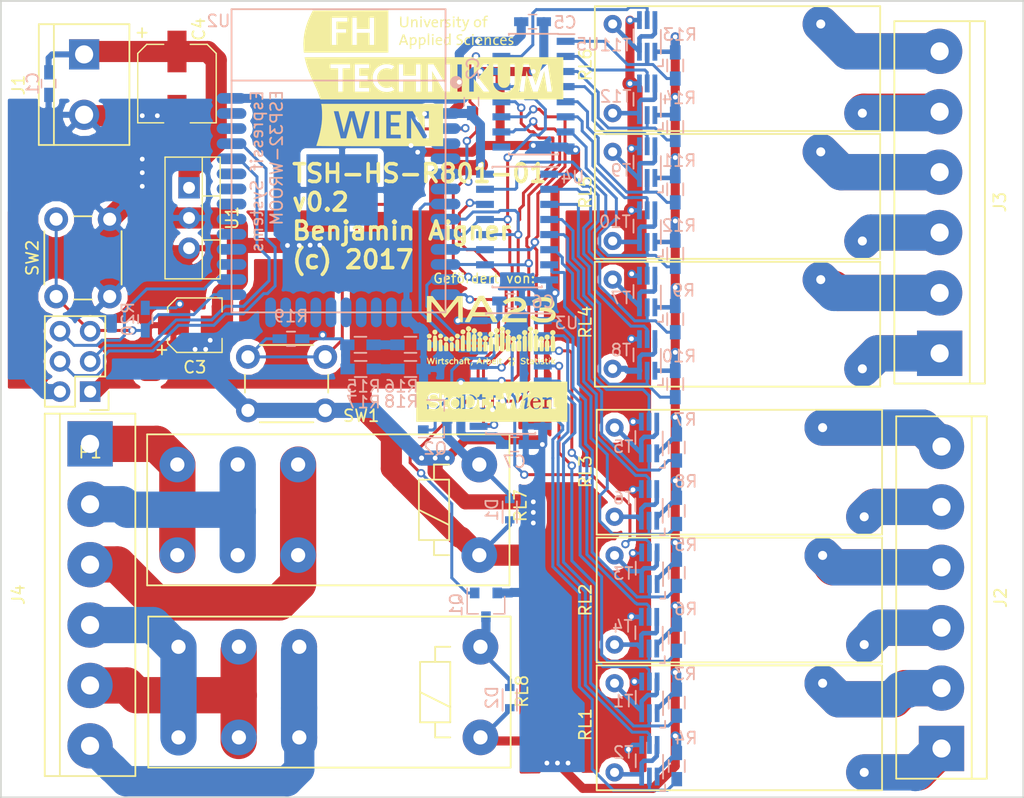
<source format=kicad_pcb>
(kicad_pcb (version 4) (host pcbnew 4.0.6+dfsg1-1)
  (title_block (title "TSH-HS-R801-01 - 8x Relais Modul Hutschiene") (date 12.04.2017) (rev 0.1) (comment 2 "partly funded by the City of Vienna, municipal department MA23") (comment 3 ToRaDES))
  (layers (0 F.Cu signal hide) (31 B.Cu signal hide) (34 B.Paste user hide) (35 F.Paste user hide) (36 B.SilkS user hide) (37 F.SilkS user) (38 B.Mask user hide) (39 F.Mask user hide) (44 Edge.Cuts user))
  (net 0 "")
  (net 1 GND)
  (net 2 VCC)
  (net 3 "Net-(J2-Pad2)")
  (net 4 "Net-(J2-Pad3)")
  (net 5 "Net-(J2-Pad1)")
  (net 6 "Net-(J2-Pad4)")
  (net 7 "Net-(J2-Pad5)")
  (net 8 "Net-(J2-Pad6)")
  (net 9 "Net-(J3-Pad2)")
  (net 10 "Net-(J3-Pad3)")
  (net 11 "Net-(J3-Pad1)")
  (net 12 "Net-(J3-Pad4)")
  (net 13 "Net-(J3-Pad5)")
  (net 14 "Net-(J3-Pad6)")
  (net 15 "Net-(J4-Pad2)")
  (net 16 "Net-(J4-Pad3)")
  (net 17 "Net-(J4-Pad1)")
  (net 18 "Net-(J4-Pad4)")
  (net 19 "Net-(J4-Pad5)")
  (net 20 "Net-(J4-Pad6)")
  (net 21 /1G1L)
  (net 22 /1G2L)
  (net 23 /2G1L)
  (net 24 /2G2L)
  (net 25 /3G1L)
  (net 26 /3G2L)
  (net 27 /4G1L)
  (net 28 /4G2L)
  (net 29 /5G1L)
  (net 30 /5G2L)
  (net 31 /6G1L)
  (net 32 /6G2L)
  (net 33 1A2)
  (net 34 1A1)
  (net 35 2A2)
  (net 36 2A1)
  (net 37 3A2)
  (net 38 3A1)
  (net 39 4A2)
  (net 40 4A1)
  (net 41 5A2)
  (net 42 5A1)
  (net 43 6A2)
  (net 44 6A1)
  (net 45 7A2)
  (net 46 8A2)
  (net 47 /1G1H)
  (net 48 /1G2H)
  (net 49 /2G1H)
  (net 50 /2G2H)
  (net 51 /3G1H)
  (net 52 /3G2H)
  (net 53 /4G1H)
  (net 54 /4G2H)
  (net 55 /5G1H)
  (net 56 /5G2H)
  (net 57 /6G1H)
  (net 58 /6G2H)
  (net 59 /G)
  (net 60 /RCLK)
  (net 61 /SER)
  (net 62 /SRCLK)
  (net 63 /SRCLR)
  (net 64 "Net-(U3-Pad9)")
  (net 65 "Net-(U4-Pad9)")
  (net 66 /8G)
  (net 67 /7G)
  (net 68 /RXD)
  (net 69 /TXD)
  (net 70 "Net-(R15-Pad2)")
  (net 71 "Net-(R17-Pad2)")
  (net 72 "Net-(R19-Pad2)")
  (net 73 /DIO0)
  (net 74 /DIO4)
  (net 75 +12V)
  (module Common_Footprints:ADW11 (layer F.Cu) (at 175.617 84.143)
    (fp_text reference RL2 (at -2.4525 -3.752 90) (layer F.SilkS))
    (fp_text value ADW1103)
    (pad A2 thru_hole circle (at 0 0) (size 1.524 1.524) (drill 0.762) (layers *.Cu *.Mask) (net 35 2A2))
    (pad A1 thru_hole circle (at 0 -7.5) (size 1.524 1.524) (drill 0.762) (layers *.Cu *.Mask) (net 36 2A1))
    (pad 11 thru_hole circle (at 17.5 -7.5) (size 1.524 1.524) (drill 0.762) (layers *.Cu *.Mask) (net 6 "Net-(J2-Pad4)"))
    (pad 14 thru_hole circle (at 21 0) (size 1.524 1.524) (drill 0.762) (layers *.Cu *.Mask) (net 4 "Net-(J2-Pad3)"))
  )
  (module ESP32-footprints-Lib:ESP32-WROOM (layer B.Cu) (at 152.4 43.45)
    (fp_text reference U2 (at -10.0965 -11.7635) (layer B.SilkS) (effects (justify mirror)))
    (fp_text value ESP32-WROOM)
    (fp_text user "Espressif Systems" (at -6.858 0.889 270) (layer B.SilkS) (effects (justify mirror)))
    (fp_text user ESP32-WROOM (at -5.207 -0.254 270) (layer B.SilkS) (effects (justify mirror)))
    (pad 38 smd oval (at -9 -5.25) (size 2.5 0.9) (layers B.Cu B.Paste B.Mask) (net 1 GND))
    (pad 37 smd oval (at -9 -3.98) (size 2.5 0.9) (layers B.Cu B.Paste B.Mask))
    (pad 36 smd oval (at -9 -2.71) (size 2.5 0.9) (layers B.Cu B.Paste B.Mask))
    (pad 35 smd oval (at -9 -1.44) (size 2.5 0.9) (layers B.Cu B.Paste B.Mask) (net 69 /TXD))
    (pad 34 smd oval (at -9 -0.17) (size 2.5 0.9) (layers B.Cu B.Paste B.Mask) (net 68 /RXD))
    (pad 33 smd oval (at -9 1.1) (size 2.5 0.9) (layers B.Cu B.Paste B.Mask))
    (pad 32 smd oval (at -9 2.37) (size 2.5 0.9) (layers B.Cu B.Paste B.Mask))
    (pad 31 smd oval (at -9 3.64) (size 2.5 0.9) (layers B.Cu B.Paste B.Mask))
    (pad 30 smd oval (at -9 4.91) (size 2.5 0.9) (layers B.Cu B.Paste B.Mask))
    (pad 29 smd oval (at -9 6.18) (size 2.5 0.9) (layers B.Cu B.Paste B.Mask))
    (pad 28 smd oval (at -9 7.45) (size 2.5 0.9) (layers B.Cu B.Paste B.Mask))
    (pad 27 smd oval (at -9 8.72) (size 2.5 0.9) (layers B.Cu B.Paste B.Mask))
    (pad 26 smd oval (at -9 9.99) (size 2.5 0.9) (layers B.Cu B.Paste B.Mask) (net 74 /DIO4))
    (pad 25 smd oval (at -9 11.26) (size 2.5 0.9) (layers B.Cu B.Paste B.Mask) (net 73 /DIO0))
    (pad 24 smd oval (at -5.715 12.75) (size 0.9 2.5) (layers B.Cu B.Paste B.Mask))
    (pad 23 smd oval (at -4.445 12.75) (size 0.9 2.5) (layers B.Cu B.Paste B.Mask))
    (pad 22 smd oval (at -3.175 12.75) (size 0.9 2.5) (layers B.Cu B.Paste B.Mask))
    (pad 21 smd oval (at -1.905 12.75) (size 0.9 2.5) (layers B.Cu B.Paste B.Mask))
    (pad 20 smd oval (at -0.635 12.75) (size 0.9 2.5) (layers B.Cu B.Paste B.Mask))
    (pad 19 smd oval (at 0.635 12.75) (size 0.9 2.5) (layers B.Cu B.Paste B.Mask))
    (pad 18 smd oval (at 1.905 12.75) (size 0.9 2.5) (layers B.Cu B.Paste B.Mask))
    (pad 17 smd oval (at 3.175 12.75) (size 0.9 2.5) (layers B.Cu B.Paste B.Mask))
    (pad 16 smd oval (at 4.445 12.75) (size 0.9 2.5) (layers B.Cu B.Paste B.Mask))
    (pad 15 smd oval (at 5.715 12.75) (size 0.9 2.5) (layers B.Cu B.Paste B.Mask) (net 1 GND))
    (pad 14 smd oval (at 9 11.26) (size 2.5 0.9) (layers B.Cu B.Paste B.Mask) (net 66 /8G))
    (pad 13 smd oval (at 9 9.99) (size 2.5 0.9) (layers B.Cu B.Paste B.Mask) (net 67 /7G))
    (pad 12 smd oval (at 9 8.72) (size 2.5 0.9) (layers B.Cu B.Paste B.Mask) (net 63 /SRCLR))
    (pad 11 smd oval (at 9 7.45) (size 2.5 0.9) (layers B.Cu B.Paste B.Mask) (net 62 /SRCLK))
    (pad 10 smd oval (at 9 6.18) (size 2.5 0.9) (layers B.Cu B.Paste B.Mask) (net 59 /G))
    (pad 9 smd oval (at 9 4.91) (size 2.5 0.9) (layers B.Cu B.Paste B.Mask) (net 60 /RCLK))
    (pad 8 smd oval (at 9 3.64) (size 2.5 0.9) (layers B.Cu B.Paste B.Mask) (net 61 /SER))
    (pad 7 smd oval (at 9 2.37) (size 2.5 0.9) (layers B.Cu B.Paste B.Mask))
    (pad 6 smd oval (at 9 1.1) (size 2.5 0.9) (layers B.Cu B.Paste B.Mask))
    (pad 5 smd oval (at 9 -0.17) (size 2.5 0.9) (layers B.Cu B.Paste B.Mask))
    (pad 4 smd oval (at 9 -1.44) (size 2.5 0.9) (layers B.Cu B.Paste B.Mask))
    (pad 3 smd oval (at 9 -2.71) (size 2.5 0.9) (layers B.Cu B.Paste B.Mask) (net 72 "Net-(R19-Pad2)"))
    (pad 2 smd oval (at 9 -3.98) (size 2.5 0.9) (layers B.Cu B.Paste B.Mask) (net 2 VCC))
    (pad 1 smd oval (at 9 -5.25) (size 2.5 0.9) (layers B.Cu B.Paste B.Mask) (net 1 GND))
    (pad 39 smd rect (at 0.3 2.45) (size 6 6) (layers B.Cu B.Paste B.Mask) (net 1 GND))
  )
  (module Housings_SOIC:SOIC-16_3.9x9.9mm_Pitch1.27mm (layer B.Cu) (at 168.8 37.846 180)
    (fp_text reference U5 (at -4.555 4.191 180) (layer B.SilkS) (effects (justify mirror)))
    (fp_text value 74HC595)
    (pad 1 smd rect (at -2.7 4.445 180) (size 1.5 0.6) (layers B.Cu B.Paste B.Mask) (net 31 /6G1L))
    (pad 2 smd rect (at -2.7 3.175 180) (size 1.5 0.6) (layers B.Cu B.Paste B.Mask) (net 58 /6G2H))
    (pad 3 smd rect (at -2.7 1.905 180) (size 1.5 0.6) (layers B.Cu B.Paste B.Mask) (net 32 /6G2L))
    (pad 4 smd rect (at -2.7 0.635 180) (size 1.5 0.6) (layers B.Cu B.Paste B.Mask) (net 55 /5G1H))
    (pad 5 smd rect (at -2.7 -0.635 180) (size 1.5 0.6) (layers B.Cu B.Paste B.Mask) (net 29 /5G1L))
    (pad 6 smd rect (at -2.7 -1.905 180) (size 1.5 0.6) (layers B.Cu B.Paste B.Mask) (net 56 /5G2H))
    (pad 7 smd rect (at -2.7 -3.175 180) (size 1.5 0.6) (layers B.Cu B.Paste B.Mask) (net 30 /5G2L))
    (pad 8 smd rect (at -2.7 -4.445 180) (size 1.5 0.6) (layers B.Cu B.Paste B.Mask) (net 1 GND))
    (pad 9 smd rect (at 2.7 -4.445 180) (size 1.5 0.6) (layers B.Cu B.Paste B.Mask))
    (pad 10 smd rect (at 2.7 -3.175 180) (size 1.5 0.6) (layers B.Cu B.Paste B.Mask) (net 63 /SRCLR))
    (pad 11 smd rect (at 2.7 -1.905 180) (size 1.5 0.6) (layers B.Cu B.Paste B.Mask) (net 62 /SRCLK))
    (pad 12 smd rect (at 2.7 -0.635 180) (size 1.5 0.6) (layers B.Cu B.Paste B.Mask) (net 60 /RCLK))
    (pad 13 smd rect (at 2.7 0.635 180) (size 1.5 0.6) (layers B.Cu B.Paste B.Mask) (net 59 /G))
    (pad 14 smd rect (at 2.7 1.905 180) (size 1.5 0.6) (layers B.Cu B.Paste B.Mask) (net 65 "Net-(U4-Pad9)"))
    (pad 15 smd rect (at 2.7 3.175 180) (size 1.5 0.6) (layers B.Cu B.Paste B.Mask) (net 57 /6G1H))
    (pad 16 smd rect (at 2.7 4.445 180) (size 1.5 0.6) (layers B.Cu B.Paste B.Mask) (net 2 VCC))
  )
  (module Relays_ThroughHole:Relay_SPDT_Schrack-RT1_RM5mm (layer F.Cu) (at 164.338 84.328 180)
    (fp_text reference RL8 (at -3.4925 -3.7465 270) (layer F.SilkS))
    (fp_text value OZ-SS-103LM1)
    (pad A1 thru_hole circle (at 0 -7.62 180) (size 2.99974 2.99974) (drill 1.19888) (layers *.Cu *.Mask) (net 2 VCC))
    (pad A2 thru_hole circle (at 0 0 180) (size 2.99974 2.99974) (drill 1.19888) (layers *.Cu *.Mask) (net 46 8A2))
    (pad 12 thru_hole circle (at 15.24 0 180) (size 2.99974 2.99974) (drill 1.19888) (layers *.Cu *.Mask) (net 20 "Net-(J4-Pad6)"))
    (pad 11 thru_hole circle (at 20.32 0 180) (size 2.99974 2.99974) (drill 1.19888) (layers *.Cu *.Mask) (net 19 "Net-(J4-Pad5)"))
    (pad 14 thru_hole circle (at 25.4 0 180) (size 2.99974 2.99974) (drill 1.19888) (layers *.Cu *.Mask) (net 18 "Net-(J4-Pad4)"))
    (pad 12 thru_hole circle (at 15.24 -7.62 180) (size 2.99974 2.99974) (drill 1.19888) (layers *.Cu *.Mask) (net 20 "Net-(J4-Pad6)"))
    (pad 11 thru_hole circle (at 20.32 -7.62 180) (size 2.99974 2.99974) (drill 1.19888) (layers *.Cu *.Mask) (net 19 "Net-(J4-Pad5)"))
    (pad 14 thru_hole circle (at 25.4 -7.62 180) (size 2.99974 2.99974) (drill 1.19888) (layers *.Cu *.Mask) (net 18 "Net-(J4-Pad4)"))
  )
  (module Connect:bornier6 (layer F.Cu) (at 131.5 79.96 270)
    (fp_text reference J4 (at -0.0135 6.024 270) (layer F.SilkS))
    (fp_text value Screw_Terminal_1x06)
    (pad 2 thru_hole circle (at -7.62 0 270) (size 3.81 3.81) (drill 1.524) (layers *.Cu *.Mask) (net 15 "Net-(J4-Pad2)"))
    (pad 3 thru_hole circle (at -2.54 0 270) (size 3.81 3.81) (drill 1.524) (layers *.Cu *.Mask) (net 16 "Net-(J4-Pad3)"))
    (pad 1 thru_hole rect (at -12.7 0 270) (size 3.81 3.81) (drill 1.524) (layers *.Cu *.Mask) (net 17 "Net-(J4-Pad1)"))
    (pad 4 thru_hole circle (at 2.54 0 270) (size 3.81 3.81) (drill 1.524) (layers *.Cu *.Mask) (net 18 "Net-(J4-Pad4)"))
    (pad 5 thru_hole circle (at 7.62 0 270) (size 3.81 3.81) (drill 1.524) (layers *.Cu *.Mask) (net 19 "Net-(J4-Pad5)"))
    (pad 6 thru_hole circle (at 12.7 0 270) (size 3.81 3.81) (drill 1.524) (layers *.Cu *.Mask) (net 20 "Net-(J4-Pad6)"))
  )
  (module Relays_ThroughHole:Relay_SPDT_Schrack-RT1_RM5mm (layer F.Cu) (at 164.24 69 180)
    (fp_text reference RL7 (at -3.4635 -3.4535 270) (layer F.SilkS))
    (fp_text value OZ-SS-103LM1)
    (pad A1 thru_hole circle (at 0 -7.62 180) (size 2.99974 2.99974) (drill 1.19888) (layers *.Cu *.Mask) (net 2 VCC))
    (pad A2 thru_hole circle (at 0 0 180) (size 2.99974 2.99974) (drill 1.19888) (layers *.Cu *.Mask) (net 45 7A2))
    (pad 12 thru_hole circle (at 15.24 0 180) (size 2.99974 2.99974) (drill 1.19888) (layers *.Cu *.Mask) (net 16 "Net-(J4-Pad3)"))
    (pad 11 thru_hole circle (at 20.32 0 180) (size 2.99974 2.99974) (drill 1.19888) (layers *.Cu *.Mask) (net 15 "Net-(J4-Pad2)"))
    (pad 14 thru_hole circle (at 25.4 0 180) (size 2.99974 2.99974) (drill 1.19888) (layers *.Cu *.Mask) (net 17 "Net-(J4-Pad1)"))
    (pad 12 thru_hole circle (at 15.24 -7.62 180) (size 2.99974 2.99974) (drill 1.19888) (layers *.Cu *.Mask) (net 16 "Net-(J4-Pad3)"))
    (pad 11 thru_hole circle (at 20.32 -7.62 180) (size 2.99974 2.99974) (drill 1.19888) (layers *.Cu *.Mask) (net 15 "Net-(J4-Pad2)"))
    (pad 14 thru_hole circle (at 25.4 -7.62 180) (size 2.99974 2.99974) (drill 1.19888) (layers *.Cu *.Mask) (net 17 "Net-(J4-Pad1)"))
  )
  (module Connect:bornier2 (layer F.Cu) (at 131 37.04 270)
    (fp_text reference J1 (at 0.044 5.524 270) (layer F.SilkS))
    (fp_text value Screw_Terminal_1x02)
    (pad 1 thru_hole rect (at -2.54 0 270) (size 2.54 2.54) (drill 1.524) (layers *.Cu *.Mask) (net 75 +12V))
    (pad 2 thru_hole circle (at 2.54 0 270) (size 2.54 2.54) (drill 1.524) (layers *.Cu *.Mask) (net 1 GND))
  )
  (module Connect:bornier6 (layer F.Cu) (at 203.117 80.183 90)
    (fp_text reference J2 (at -0.0175 4.9725 90) (layer F.SilkS))
    (fp_text value Screw_Terminal_1x06)
    (pad 2 thru_hole circle (at -7.62 0 90) (size 3.81 3.81) (drill 1.524) (layers *.Cu *.Mask) (net 3 "Net-(J2-Pad2)"))
    (pad 3 thru_hole circle (at -2.54 0 90) (size 3.81 3.81) (drill 1.524) (layers *.Cu *.Mask) (net 4 "Net-(J2-Pad3)"))
    (pad 1 thru_hole rect (at -12.7 0 90) (size 3.81 3.81) (drill 1.524) (layers *.Cu *.Mask) (net 5 "Net-(J2-Pad1)"))
    (pad 4 thru_hole circle (at 2.54 0 90) (size 3.81 3.81) (drill 1.524) (layers *.Cu *.Mask) (net 6 "Net-(J2-Pad4)"))
    (pad 5 thru_hole circle (at 7.62 0 90) (size 3.81 3.81) (drill 1.524) (layers *.Cu *.Mask) (net 7 "Net-(J2-Pad5)"))
    (pad 6 thru_hole circle (at 12.7 0 90) (size 3.81 3.81) (drill 1.524) (layers *.Cu *.Mask) (net 8 "Net-(J2-Pad6)"))
  )
  (module Connect:bornier6 (layer F.Cu) (at 202.96 46.945 90)
    (fp_text reference J3 (at 0.0185 5.066 90) (layer F.SilkS))
    (fp_text value Screw_Terminal_1x06)
    (pad 2 thru_hole circle (at -7.62 0 90) (size 3.81 3.81) (drill 1.524) (layers *.Cu *.Mask) (net 9 "Net-(J3-Pad2)"))
    (pad 3 thru_hole circle (at -2.54 0 90) (size 3.81 3.81) (drill 1.524) (layers *.Cu *.Mask) (net 10 "Net-(J3-Pad3)"))
    (pad 1 thru_hole rect (at -12.7 0 90) (size 3.81 3.81) (drill 1.524) (layers *.Cu *.Mask) (net 11 "Net-(J3-Pad1)"))
    (pad 4 thru_hole circle (at 2.54 0 90) (size 3.81 3.81) (drill 1.524) (layers *.Cu *.Mask) (net 12 "Net-(J3-Pad4)"))
    (pad 5 thru_hole circle (at 7.62 0 90) (size 3.81 3.81) (drill 1.524) (layers *.Cu *.Mask) (net 13 "Net-(J3-Pad5)"))
    (pad 6 thru_hole circle (at 12.7 0 90) (size 3.81 3.81) (drill 1.524) (layers *.Cu *.Mask) (net 14 "Net-(J3-Pad6)"))
  )
  (module Common_Footprints:ADW11 (layer F.Cu) (at 175.617 94.893)
    (fp_text reference RL1 (at -2.4525 -4.0245 90) (layer F.SilkS))
    (fp_text value ADW1103)
    (pad A2 thru_hole circle (at 0 0) (size 1.524 1.524) (drill 0.762) (layers *.Cu *.Mask) (net 33 1A2))
    (pad A1 thru_hole circle (at 0 -7.5) (size 1.524 1.524) (drill 0.762) (layers *.Cu *.Mask) (net 34 1A1))
    (pad 11 thru_hole circle (at 17.5 -7.5) (size 1.524 1.524) (drill 0.762) (layers *.Cu *.Mask) (net 3 "Net-(J2-Pad2)"))
    (pad 14 thru_hole circle (at 21 0) (size 1.524 1.524) (drill 0.762) (layers *.Cu *.Mask) (net 5 "Net-(J2-Pad1)"))
  )
  (module Common_Footprints:ADW11 (layer F.Cu) (at 175.617 73.393)
    (fp_text reference RL3 (at -2.4525 -3.797 90) (layer F.SilkS))
    (fp_text value ADW1103)
    (pad A2 thru_hole circle (at 0 0) (size 1.524 1.524) (drill 0.762) (layers *.Cu *.Mask) (net 37 3A2))
    (pad A1 thru_hole circle (at 0 -7.5) (size 1.524 1.524) (drill 0.762) (layers *.Cu *.Mask) (net 38 3A1))
    (pad 11 thru_hole circle (at 17.5 -7.5) (size 1.524 1.524) (drill 0.762) (layers *.Cu *.Mask) (net 8 "Net-(J2-Pad6)"))
    (pad 14 thru_hole circle (at 21 0) (size 1.524 1.524) (drill 0.762) (layers *.Cu *.Mask) (net 7 "Net-(J2-Pad5)"))
  )
  (module Common_Footprints:ADW11 (layer F.Cu) (at 175.46 60.945)
    (fp_text reference RL4 (at -2.2955 -3.922 90) (layer F.SilkS))
    (fp_text value ADW1103)
    (pad A2 thru_hole circle (at 0 0) (size 1.524 1.524) (drill 0.762) (layers *.Cu *.Mask) (net 39 4A2))
    (pad A1 thru_hole circle (at 0 -7.5) (size 1.524 1.524) (drill 0.762) (layers *.Cu *.Mask) (net 40 4A1))
    (pad 11 thru_hole circle (at 17.5 -7.5) (size 1.524 1.524) (drill 0.762) (layers *.Cu *.Mask) (net 9 "Net-(J3-Pad2)"))
    (pad 14 thru_hole circle (at 21 0) (size 1.524 1.524) (drill 0.762) (layers *.Cu *.Mask) (net 11 "Net-(J3-Pad1)"))
  )
  (module Common_Footprints:ADW11 (layer F.Cu) (at 175.46 50.195)
    (fp_text reference RL5 (at -2.2955 -4.094 90) (layer F.SilkS))
    (fp_text value ADW1103)
    (pad A2 thru_hole circle (at 0 0) (size 1.524 1.524) (drill 0.762) (layers *.Cu *.Mask) (net 41 5A2))
    (pad A1 thru_hole circle (at 0 -7.5) (size 1.524 1.524) (drill 0.762) (layers *.Cu *.Mask) (net 42 5A1))
    (pad 11 thru_hole circle (at 17.5 -7.5) (size 1.524 1.524) (drill 0.762) (layers *.Cu *.Mask) (net 12 "Net-(J3-Pad4)"))
    (pad 14 thru_hole circle (at 21 0) (size 1.524 1.524) (drill 0.762) (layers *.Cu *.Mask) (net 10 "Net-(J3-Pad3)"))
  )
  (module Common_Footprints:ADW11 (layer F.Cu) (at 175.46 39.445)
    (fp_text reference RL6 (at -2.2955 -4.0755 90) (layer F.SilkS))
    (fp_text value ADW1103)
    (pad A2 thru_hole circle (at 0 0) (size 1.524 1.524) (drill 0.762) (layers *.Cu *.Mask) (net 43 6A2))
    (pad A1 thru_hole circle (at 0 -7.5) (size 1.524 1.524) (drill 0.762) (layers *.Cu *.Mask) (net 44 6A1))
    (pad 11 thru_hole circle (at 17.5 -7.5) (size 1.524 1.524) (drill 0.762) (layers *.Cu *.Mask) (net 14 "Net-(J3-Pad6)"))
    (pad 14 thru_hole circle (at 21 0) (size 1.524 1.524) (drill 0.762) (layers *.Cu *.Mask) (net 13 "Net-(J3-Pad5)"))
  )
  (module TO_SOT_Packages_SMD:SC-70-6_Handsoldering (layer B.Cu) (at 178.54676 88.57996 180)
    (fp_text reference T1 (at 2.20726 -0.32004 180) (layer B.SilkS) (effects (justify mirror)))
    (fp_text value NX3008CBKS)
    (pad 1 smd rect (at -0.65024 -1.33096 180) (size 0.39878 1.50114) (layers B.Cu B.Paste B.Mask) (net 1 GND))
    (pad 2 smd rect (at 0 -1.33096 180) (size 0.39878 1.50114) (layers B.Cu B.Paste B.Mask) (net 21 /1G1L))
    (pad 3 smd rect (at 0.65024 -1.33096 180) (size 0.39878 1.50114) (layers B.Cu B.Paste B.Mask) (net 34 1A1))
    (pad 4 smd rect (at 0.65024 1.33096 180) (size 0.39878 1.50114) (layers B.Cu B.Paste B.Mask) (net 2 VCC))
    (pad 5 smd rect (at 0 1.33096 180) (size 0.39878 1.50114) (layers B.Cu B.Paste B.Mask) (net 47 /1G1H))
    (pad 6 smd rect (at -0.65024 1.33096 180) (size 0.39878 1.50114) (layers B.Cu B.Paste B.Mask) (net 34 1A1))
  )
  (module TO_SOT_Packages_SMD:SC-70-6_Handsoldering (layer B.Cu) (at 178.54676 93.91396 180)
    (fp_text reference T2 (at 2.20726 0.69596 180) (layer B.SilkS) (effects (justify mirror)))
    (fp_text value NX3008CBKS)
    (pad 1 smd rect (at -0.65024 -1.33096 180) (size 0.39878 1.50114) (layers B.Cu B.Paste B.Mask) (net 1 GND))
    (pad 2 smd rect (at 0 -1.33096 180) (size 0.39878 1.50114) (layers B.Cu B.Paste B.Mask) (net 22 /1G2L))
    (pad 3 smd rect (at 0.65024 -1.33096 180) (size 0.39878 1.50114) (layers B.Cu B.Paste B.Mask) (net 33 1A2))
    (pad 4 smd rect (at 0.65024 1.33096 180) (size 0.39878 1.50114) (layers B.Cu B.Paste B.Mask) (net 2 VCC))
    (pad 5 smd rect (at 0 1.33096 180) (size 0.39878 1.50114) (layers B.Cu B.Paste B.Mask) (net 48 /1G2H))
    (pad 6 smd rect (at -0.65024 1.33096 180) (size 0.39878 1.50114) (layers B.Cu B.Paste B.Mask) (net 33 1A2))
  )
  (module TO_SOT_Packages_SMD:SC-70-6_Handsoldering (layer B.Cu) (at 178.54676 77.72146 180)
    (fp_text reference T3 (at 2.20726 -0.44704 180) (layer B.SilkS) (effects (justify mirror)))
    (fp_text value NX3008CBKS)
    (pad 1 smd rect (at -0.65024 -1.33096 180) (size 0.39878 1.50114) (layers B.Cu B.Paste B.Mask) (net 1 GND))
    (pad 2 smd rect (at 0 -1.33096 180) (size 0.39878 1.50114) (layers B.Cu B.Paste B.Mask) (net 23 /2G1L))
    (pad 3 smd rect (at 0.65024 -1.33096 180) (size 0.39878 1.50114) (layers B.Cu B.Paste B.Mask) (net 36 2A1))
    (pad 4 smd rect (at 0.65024 1.33096 180) (size 0.39878 1.50114) (layers B.Cu B.Paste B.Mask) (net 2 VCC))
    (pad 5 smd rect (at 0 1.33096 180) (size 0.39878 1.50114) (layers B.Cu B.Paste B.Mask) (net 49 /2G1H))
    (pad 6 smd rect (at -0.65024 1.33096 180) (size 0.39878 1.50114) (layers B.Cu B.Paste B.Mask) (net 36 2A1))
  )
  (module TO_SOT_Packages_SMD:SC-70-6_Handsoldering (layer B.Cu) (at 178.51724 83.143 180)
    (fp_text reference T4 (at 2.24124 0.5295 180) (layer B.SilkS) (effects (justify mirror)))
    (fp_text value NX3008CBKS)
    (pad 1 smd rect (at -0.65024 -1.33096 180) (size 0.39878 1.50114) (layers B.Cu B.Paste B.Mask) (net 1 GND))
    (pad 2 smd rect (at 0 -1.33096 180) (size 0.39878 1.50114) (layers B.Cu B.Paste B.Mask) (net 24 /2G2L))
    (pad 3 smd rect (at 0.65024 -1.33096 180) (size 0.39878 1.50114) (layers B.Cu B.Paste B.Mask) (net 35 2A2))
    (pad 4 smd rect (at 0.65024 1.33096 180) (size 0.39878 1.50114) (layers B.Cu B.Paste B.Mask) (net 2 VCC))
    (pad 5 smd rect (at 0 1.33096 180) (size 0.39878 1.50114) (layers B.Cu B.Paste B.Mask) (net 50 /2G2H))
    (pad 6 smd rect (at -0.65024 1.33096 180) (size 0.39878 1.50114) (layers B.Cu B.Paste B.Mask) (net 35 2A2))
  )
  (module TO_SOT_Packages_SMD:SC-70-6_Handsoldering (layer B.Cu) (at 178.51724 66.72396 180)
    (fp_text reference T5 (at 2.17774 -0.77654 180) (layer B.SilkS) (effects (justify mirror)))
    (fp_text value NX3008CBKS)
    (pad 1 smd rect (at -0.65024 -1.33096 180) (size 0.39878 1.50114) (layers B.Cu B.Paste B.Mask) (net 1 GND))
    (pad 2 smd rect (at 0 -1.33096 180) (size 0.39878 1.50114) (layers B.Cu B.Paste B.Mask) (net 25 /3G1L))
    (pad 3 smd rect (at 0.65024 -1.33096 180) (size 0.39878 1.50114) (layers B.Cu B.Paste B.Mask) (net 38 3A1))
    (pad 4 smd rect (at 0.65024 1.33096 180) (size 0.39878 1.50114) (layers B.Cu B.Paste B.Mask) (net 2 VCC))
    (pad 5 smd rect (at 0 1.33096 180) (size 0.39878 1.50114) (layers B.Cu B.Paste B.Mask) (net 51 /3G1H))
    (pad 6 smd rect (at -0.65024 1.33096 180) (size 0.39878 1.50114) (layers B.Cu B.Paste B.Mask) (net 38 3A1))
  )
  (module TO_SOT_Packages_SMD:SC-70-6_Handsoldering (layer B.Cu) (at 178.51724 72.393 180)
    (fp_text reference T6 (at 2.17774 0.5745 180) (layer B.SilkS) (effects (justify mirror)))
    (fp_text value NX3008CBKS)
    (pad 1 smd rect (at -0.65024 -1.33096 180) (size 0.39878 1.50114) (layers B.Cu B.Paste B.Mask) (net 1 GND))
    (pad 2 smd rect (at 0 -1.33096 180) (size 0.39878 1.50114) (layers B.Cu B.Paste B.Mask) (net 26 /3G2L))
    (pad 3 smd rect (at 0.65024 -1.33096 180) (size 0.39878 1.50114) (layers B.Cu B.Paste B.Mask) (net 37 3A2))
    (pad 4 smd rect (at 0.65024 1.33096 180) (size 0.39878 1.50114) (layers B.Cu B.Paste B.Mask) (net 2 VCC))
    (pad 5 smd rect (at 0 1.33096 180) (size 0.39878 1.50114) (layers B.Cu B.Paste B.Mask) (net 52 /3G2H))
    (pad 6 smd rect (at -0.65024 1.33096 180) (size 0.39878 1.50114) (layers B.Cu B.Paste B.Mask) (net 37 3A2))
  )
  (module TO_SOT_Packages_SMD:SC-70-6_Handsoldering (layer B.Cu) (at 178.36024 54.445 180)
    (fp_text reference T7 (at 2.21124 -0.546 180) (layer B.SilkS) (effects (justify mirror)))
    (fp_text value NX3008CBKS)
    (pad 1 smd rect (at -0.65024 -1.33096 180) (size 0.39878 1.50114) (layers B.Cu B.Paste B.Mask) (net 1 GND))
    (pad 2 smd rect (at 0 -1.33096 180) (size 0.39878 1.50114) (layers B.Cu B.Paste B.Mask) (net 27 /4G1L))
    (pad 3 smd rect (at 0.65024 -1.33096 180) (size 0.39878 1.50114) (layers B.Cu B.Paste B.Mask) (net 40 4A1))
    (pad 4 smd rect (at 0.65024 1.33096 180) (size 0.39878 1.50114) (layers B.Cu B.Paste B.Mask) (net 2 VCC))
    (pad 5 smd rect (at 0 1.33096 180) (size 0.39878 1.50114) (layers B.Cu B.Paste B.Mask) (net 53 /4G1H))
    (pad 6 smd rect (at -0.65024 1.33096 180) (size 0.39878 1.50114) (layers B.Cu B.Paste B.Mask) (net 40 4A1))
  )
  (module TO_SOT_Packages_SMD:SC-70-6_Handsoldering (layer B.Cu) (at 178.36024 59.77596 180)
    (fp_text reference T8 (at 2.21124 0.40346 180) (layer B.SilkS) (effects (justify mirror)))
    (fp_text value NX3008CBKS)
    (pad 1 smd rect (at -0.65024 -1.33096 180) (size 0.39878 1.50114) (layers B.Cu B.Paste B.Mask) (net 1 GND))
    (pad 2 smd rect (at 0 -1.33096 180) (size 0.39878 1.50114) (layers B.Cu B.Paste B.Mask) (net 28 /4G2L))
    (pad 3 smd rect (at 0.65024 -1.33096 180) (size 0.39878 1.50114) (layers B.Cu B.Paste B.Mask) (net 39 4A2))
    (pad 4 smd rect (at 0.65024 1.33096 180) (size 0.39878 1.50114) (layers B.Cu B.Paste B.Mask) (net 2 VCC))
    (pad 5 smd rect (at 0 1.33096 180) (size 0.39878 1.50114) (layers B.Cu B.Paste B.Mask) (net 54 /4G2H))
    (pad 6 smd rect (at -0.65024 1.33096 180) (size 0.39878 1.50114) (layers B.Cu B.Paste B.Mask) (net 39 4A2))
  )
  (module TO_SOT_Packages_SMD:SC-70-6_Handsoldering (layer B.Cu) (at 178.36024 43.561 180)
    (fp_text reference T9 (at 2.21124 -0.6985 180) (layer B.SilkS) (effects (justify mirror)))
    (fp_text value NX3008CBKS)
    (pad 1 smd rect (at -0.65024 -1.33096 180) (size 0.39878 1.50114) (layers B.Cu B.Paste B.Mask) (net 1 GND))
    (pad 2 smd rect (at 0 -1.33096 180) (size 0.39878 1.50114) (layers B.Cu B.Paste B.Mask) (net 29 /5G1L))
    (pad 3 smd rect (at 0.65024 -1.33096 180) (size 0.39878 1.50114) (layers B.Cu B.Paste B.Mask) (net 42 5A1))
    (pad 4 smd rect (at 0.65024 1.33096 180) (size 0.39878 1.50114) (layers B.Cu B.Paste B.Mask) (net 2 VCC))
    (pad 5 smd rect (at 0 1.33096 180) (size 0.39878 1.50114) (layers B.Cu B.Paste B.Mask) (net 55 /5G1H))
    (pad 6 smd rect (at -0.65024 1.33096 180) (size 0.39878 1.50114) (layers B.Cu B.Paste B.Mask) (net 42 5A1))
  )
  (module TO_SOT_Packages_SMD:SC-70-6_Handsoldering (layer B.Cu) (at 178.36024 48.945 180)
    (fp_text reference T10 (at 2.71924 0.3675 180) (layer B.SilkS) (effects (justify mirror)))
    (fp_text value NX3008CBKS)
    (pad 1 smd rect (at -0.65024 -1.33096 180) (size 0.39878 1.50114) (layers B.Cu B.Paste B.Mask) (net 1 GND))
    (pad 2 smd rect (at 0 -1.33096 180) (size 0.39878 1.50114) (layers B.Cu B.Paste B.Mask) (net 30 /5G2L))
    (pad 3 smd rect (at 0.65024 -1.33096 180) (size 0.39878 1.50114) (layers B.Cu B.Paste B.Mask) (net 41 5A2))
    (pad 4 smd rect (at 0.65024 1.33096 180) (size 0.39878 1.50114) (layers B.Cu B.Paste B.Mask) (net 2 VCC))
    (pad 5 smd rect (at 0 1.33096 180) (size 0.39878 1.50114) (layers B.Cu B.Paste B.Mask) (net 56 /5G2H))
    (pad 6 smd rect (at -0.65024 1.33096 180) (size 0.39878 1.50114) (layers B.Cu B.Paste B.Mask) (net 41 5A2))
  )
  (module TO_SOT_Packages_SMD:SC-70-6_Handsoldering (layer B.Cu) (at 178.36024 32.945 180)
    (fp_text reference T11 (at 2.65574 -0.7735 180) (layer B.SilkS) (effects (justify mirror)))
    (fp_text value NX3008CBKS)
    (pad 1 smd rect (at -0.65024 -1.33096 180) (size 0.39878 1.50114) (layers B.Cu B.Paste B.Mask) (net 1 GND))
    (pad 2 smd rect (at 0 -1.33096 180) (size 0.39878 1.50114) (layers B.Cu B.Paste B.Mask) (net 31 /6G1L))
    (pad 3 smd rect (at 0.65024 -1.33096 180) (size 0.39878 1.50114) (layers B.Cu B.Paste B.Mask) (net 44 6A1))
    (pad 4 smd rect (at 0.65024 1.33096 180) (size 0.39878 1.50114) (layers B.Cu B.Paste B.Mask) (net 2 VCC))
    (pad 5 smd rect (at 0 1.33096 180) (size 0.39878 1.50114) (layers B.Cu B.Paste B.Mask) (net 57 /6G1H))
    (pad 6 smd rect (at -0.65024 1.33096 180) (size 0.39878 1.50114) (layers B.Cu B.Paste B.Mask) (net 44 6A1))
  )
  (module TO_SOT_Packages_SMD:SC-70-6_Handsoldering (layer B.Cu) (at 178.36024 38.27596 180)
    (fp_text reference T12 (at 2.65574 0.23946 180) (layer B.SilkS) (effects (justify mirror)))
    (fp_text value NX3008CBKS)
    (pad 1 smd rect (at -0.65024 -1.33096 180) (size 0.39878 1.50114) (layers B.Cu B.Paste B.Mask) (net 1 GND))
    (pad 2 smd rect (at 0 -1.33096 180) (size 0.39878 1.50114) (layers B.Cu B.Paste B.Mask) (net 32 /6G2L))
    (pad 3 smd rect (at 0.65024 -1.33096 180) (size 0.39878 1.50114) (layers B.Cu B.Paste B.Mask) (net 43 6A2))
    (pad 4 smd rect (at 0.65024 1.33096 180) (size 0.39878 1.50114) (layers B.Cu B.Paste B.Mask) (net 2 VCC))
    (pad 5 smd rect (at 0 1.33096 180) (size 0.39878 1.50114) (layers B.Cu B.Paste B.Mask) (net 58 /6G2H))
    (pad 6 smd rect (at -0.65024 1.33096 180) (size 0.39878 1.50114) (layers B.Cu B.Paste B.Mask) (net 43 6A2))
  )
  (module TO_SOT_Packages_SMD:SOT-23 (layer B.Cu) (at 164.8 80.8 270)
    (fp_text reference Q1 (at 0 2.5 270) (layer B.SilkS) (effects (justify mirror)))
    (fp_text value MMBF170)
    (pad 1 smd rect (at -1 0.95 270) (size 0.9 0.8) (layers B.Cu B.Paste B.Mask) (net 66 /8G))
    (pad 2 smd rect (at -1 -0.95 270) (size 0.9 0.8) (layers B.Cu B.Paste B.Mask) (net 1 GND))
    (pad 3 smd rect (at 1 0 270) (size 0.9 0.8) (layers B.Cu B.Paste B.Mask) (net 46 8A2))
  )
  (module TO_SOT_Packages_SMD:SOT-23 (layer B.Cu) (at 160.528 65.151)
    (fp_text reference Q2 (at 0 2.5) (layer B.SilkS) (effects (justify mirror)))
    (fp_text value MMBF170)
    (pad 1 smd rect (at -1 0.95) (size 0.9 0.8) (layers B.Cu B.Paste B.Mask) (net 67 /7G))
    (pad 2 smd rect (at -1 -0.95) (size 0.9 0.8) (layers B.Cu B.Paste B.Mask) (net 1 GND))
    (pad 3 smd rect (at 1 0) (size 0.9 0.8) (layers B.Cu B.Paste B.Mask) (net 45 7A2))
  )
  (module Housings_SOIC:SOIC-16_3.9x9.9mm_Pitch1.27mm (layer B.Cu) (at 166.878 61.341 180)
    (fp_text reference U3 (at -4.699 4.2545 180) (layer B.SilkS) (effects (justify mirror)))
    (fp_text value 74HC595)
    (pad 1 smd rect (at -2.7 4.445 180) (size 1.5 0.6) (layers B.Cu B.Paste B.Mask) (net 23 /2G1L))
    (pad 2 smd rect (at -2.7 3.175 180) (size 1.5 0.6) (layers B.Cu B.Paste B.Mask) (net 50 /2G2H))
    (pad 3 smd rect (at -2.7 1.905 180) (size 1.5 0.6) (layers B.Cu B.Paste B.Mask) (net 24 /2G2L))
    (pad 4 smd rect (at -2.7 0.635 180) (size 1.5 0.6) (layers B.Cu B.Paste B.Mask) (net 47 /1G1H))
    (pad 5 smd rect (at -2.7 -0.635 180) (size 1.5 0.6) (layers B.Cu B.Paste B.Mask) (net 21 /1G1L))
    (pad 6 smd rect (at -2.7 -1.905 180) (size 1.5 0.6) (layers B.Cu B.Paste B.Mask) (net 48 /1G2H))
    (pad 7 smd rect (at -2.7 -3.175 180) (size 1.5 0.6) (layers B.Cu B.Paste B.Mask) (net 22 /1G2L))
    (pad 8 smd rect (at -2.7 -4.445 180) (size 1.5 0.6) (layers B.Cu B.Paste B.Mask) (net 1 GND))
    (pad 9 smd rect (at 2.7 -4.445 180) (size 1.5 0.6) (layers B.Cu B.Paste B.Mask) (net 64 "Net-(U3-Pad9)"))
    (pad 10 smd rect (at 2.7 -3.175 180) (size 1.5 0.6) (layers B.Cu B.Paste B.Mask) (net 63 /SRCLR))
    (pad 11 smd rect (at 2.7 -1.905 180) (size 1.5 0.6) (layers B.Cu B.Paste B.Mask) (net 62 /SRCLK))
    (pad 12 smd rect (at 2.7 -0.635 180) (size 1.5 0.6) (layers B.Cu B.Paste B.Mask) (net 60 /RCLK))
    (pad 13 smd rect (at 2.7 0.635 180) (size 1.5 0.6) (layers B.Cu B.Paste B.Mask) (net 59 /G))
    (pad 14 smd rect (at 2.7 1.905 180) (size 1.5 0.6) (layers B.Cu B.Paste B.Mask) (net 61 /SER))
    (pad 15 smd rect (at 2.7 3.175 180) (size 1.5 0.6) (layers B.Cu B.Paste B.Mask) (net 49 /2G1H))
    (pad 16 smd rect (at 2.7 4.445 180) (size 1.5 0.6) (layers B.Cu B.Paste B.Mask) (net 2 VCC))
  )
  (module Housings_SOIC:SOIC-16_3.9x9.9mm_Pitch1.27mm (layer B.Cu) (at 167.419 49.022 180)
    (fp_text reference U4 (at -4.666 4.191 180) (layer B.SilkS) (effects (justify mirror)))
    (fp_text value 74HC595)
    (pad 1 smd rect (at -2.7 4.445 180) (size 1.5 0.6) (layers B.Cu B.Paste B.Mask) (net 27 /4G1L))
    (pad 2 smd rect (at -2.7 3.175 180) (size 1.5 0.6) (layers B.Cu B.Paste B.Mask) (net 54 /4G2H))
    (pad 3 smd rect (at -2.7 1.905 180) (size 1.5 0.6) (layers B.Cu B.Paste B.Mask) (net 28 /4G2L))
    (pad 4 smd rect (at -2.7 0.635 180) (size 1.5 0.6) (layers B.Cu B.Paste B.Mask) (net 51 /3G1H))
    (pad 5 smd rect (at -2.7 -0.635 180) (size 1.5 0.6) (layers B.Cu B.Paste B.Mask) (net 25 /3G1L))
    (pad 6 smd rect (at -2.7 -1.905 180) (size 1.5 0.6) (layers B.Cu B.Paste B.Mask) (net 52 /3G2H))
    (pad 7 smd rect (at -2.7 -3.175 180) (size 1.5 0.6) (layers B.Cu B.Paste B.Mask) (net 26 /3G2L))
    (pad 8 smd rect (at -2.7 -4.445 180) (size 1.5 0.6) (layers B.Cu B.Paste B.Mask) (net 1 GND))
    (pad 9 smd rect (at 2.7 -4.445 180) (size 1.5 0.6) (layers B.Cu B.Paste B.Mask) (net 65 "Net-(U4-Pad9)"))
    (pad 10 smd rect (at 2.7 -3.175 180) (size 1.5 0.6) (layers B.Cu B.Paste B.Mask) (net 63 /SRCLR))
    (pad 11 smd rect (at 2.7 -1.905 180) (size 1.5 0.6) (layers B.Cu B.Paste B.Mask) (net 62 /SRCLK))
    (pad 12 smd rect (at 2.7 -0.635 180) (size 1.5 0.6) (layers B.Cu B.Paste B.Mask) (net 60 /RCLK))
    (pad 13 smd rect (at 2.7 0.635 180) (size 1.5 0.6) (layers B.Cu B.Paste B.Mask) (net 59 /G))
    (pad 14 smd rect (at 2.7 1.905 180) (size 1.5 0.6) (layers B.Cu B.Paste B.Mask) (net 64 "Net-(U3-Pad9)"))
    (pad 15 smd rect (at 2.7 3.175 180) (size 1.5 0.6) (layers B.Cu B.Paste B.Mask) (net 53 /4G1H))
    (pad 16 smd rect (at 2.7 4.445 180) (size 1.5 0.6) (layers B.Cu B.Paste B.Mask) (net 2 VCC))
  )
  (module Resistors_SMD:R_0603_HandSoldering (layer B.Cu) (at 180.848 89.027 90)
    (fp_text reference R3 (at 2.413 0.6985 180) (layer B.SilkS) (effects (justify mirror)))
    (fp_text value R_Small)
    (pad 1 smd rect (at -1.1 0 90) (size 1.2 0.9) (layers B.Cu B.Paste B.Mask) (net 21 /1G1L))
    (pad 2 smd rect (at 1.1 0 90) (size 1.2 0.9) (layers B.Cu B.Paste B.Mask) (net 1 GND))
  )
  (module Resistors_SMD:R_0603_HandSoldering (layer B.Cu) (at 180.848 94.361 90)
    (fp_text reference R4 (at 2.3495 0.762 180) (layer B.SilkS) (effects (justify mirror)))
    (fp_text value R_Small)
    (pad 1 smd rect (at -1.1 0 90) (size 1.2 0.9) (layers B.Cu B.Paste B.Mask) (net 22 /1G2L))
    (pad 2 smd rect (at 1.1 0 90) (size 1.2 0.9) (layers B.Cu B.Paste B.Mask) (net 1 GND))
  )
  (module Resistors_SMD:R_0603_HandSoldering (layer B.Cu) (at 180.848 78.105 90)
    (fp_text reference R5 (at 2.3495 0.762 180) (layer B.SilkS) (effects (justify mirror)))
    (fp_text value R_Small)
    (pad 1 smd rect (at -1.1 0 90) (size 1.2 0.9) (layers B.Cu B.Paste B.Mask) (net 23 /2G1L))
    (pad 2 smd rect (at 1.1 0 90) (size 1.2 0.9) (layers B.Cu B.Paste B.Mask) (net 1 GND))
  )
  (module Resistors_SMD:R_0603_HandSoldering (layer B.Cu) (at 180.848 83.566 90)
    (fp_text reference R6 (at 2.413 0.762 180) (layer B.SilkS) (effects (justify mirror)))
    (fp_text value R_Small)
    (pad 1 smd rect (at -1.1 0 90) (size 1.2 0.9) (layers B.Cu B.Paste B.Mask) (net 24 /2G2L))
    (pad 2 smd rect (at 1.1 0 90) (size 1.2 0.9) (layers B.Cu B.Paste B.Mask) (net 1 GND))
  )
  (module Resistors_SMD:R_0603_HandSoldering (layer B.Cu) (at 180.848 67.564 90)
    (fp_text reference R7 (at 2.3495 0.6985 180) (layer B.SilkS) (effects (justify mirror)))
    (fp_text value R_Small)
    (pad 1 smd rect (at -1.1 0 90) (size 1.2 0.9) (layers B.Cu B.Paste B.Mask) (net 25 /3G1L))
    (pad 2 smd rect (at 1.1 0 90) (size 1.2 0.9) (layers B.Cu B.Paste B.Mask) (net 1 GND))
  )
  (module Resistors_SMD:R_0603_HandSoldering (layer B.Cu) (at 180.848 72.898 90)
    (fp_text reference R8 (at 2.4765 0.762 180) (layer B.SilkS) (effects (justify mirror)))
    (fp_text value R_Small)
    (pad 1 smd rect (at -1.1 0 90) (size 1.2 0.9) (layers B.Cu B.Paste B.Mask) (net 26 /3G2L))
    (pad 2 smd rect (at 1.1 0 90) (size 1.2 0.9) (layers B.Cu B.Paste B.Mask) (net 1 GND))
  )
  (module Resistors_SMD:R_0603_HandSoldering (layer B.Cu) (at 180.721 56.769 90)
    (fp_text reference R9 (at 2.413 0.6985 180) (layer B.SilkS) (effects (justify mirror)))
    (fp_text value R_Small)
    (pad 1 smd rect (at -1.1 0 90) (size 1.2 0.9) (layers B.Cu B.Paste B.Mask) (net 27 /4G1L))
    (pad 2 smd rect (at 1.1 0 90) (size 1.2 0.9) (layers B.Cu B.Paste B.Mask) (net 1 GND))
  )
  (module Resistors_SMD:R_0603_HandSoldering (layer B.Cu) (at 180.721 62.23 90)
    (fp_text reference R10 (at 2.3495 0.3175 180) (layer B.SilkS) (effects (justify mirror)))
    (fp_text value R_Small)
    (pad 1 smd rect (at -1.1 0 90) (size 1.2 0.9) (layers B.Cu B.Paste B.Mask) (net 28 /4G2L))
    (pad 2 smd rect (at 1.1 0 90) (size 1.2 0.9) (layers B.Cu B.Paste B.Mask) (net 1 GND))
  )
  (module Resistors_SMD:R_0603_HandSoldering (layer B.Cu) (at 180.721 45.847 90)
    (fp_text reference R11 (at 2.413 0.3175 180) (layer B.SilkS) (effects (justify mirror)))
    (fp_text value R_Small)
    (pad 1 smd rect (at -1.1 0 90) (size 1.2 0.9) (layers B.Cu B.Paste B.Mask) (net 29 /5G1L))
    (pad 2 smd rect (at 1.1 0 90) (size 1.2 0.9) (layers B.Cu B.Paste B.Mask) (net 1 GND))
  )
  (module Resistors_SMD:R_0603_HandSoldering (layer B.Cu) (at 180.721 51.265 90)
    (fp_text reference R12 (at 2.37 0.3175 180) (layer B.SilkS) (effects (justify mirror)))
    (fp_text value R_Small)
    (pad 1 smd rect (at -1.1 0 90) (size 1.2 0.9) (layers B.Cu B.Paste B.Mask) (net 30 /5G2L))
    (pad 2 smd rect (at 1.1 0 90) (size 1.2 0.9) (layers B.Cu B.Paste B.Mask) (net 1 GND))
  )
  (module Resistors_SMD:R_0603_HandSoldering (layer B.Cu) (at 180.721 35.433 90)
    (fp_text reference R13 (at 2.6035 0.381 180) (layer B.SilkS) (effects (justify mirror)))
    (fp_text value R_Small)
    (pad 1 smd rect (at -1.1 0 90) (size 1.2 0.9) (layers B.Cu B.Paste B.Mask) (net 31 /6G1L))
    (pad 2 smd rect (at 1.1 0 90) (size 1.2 0.9) (layers B.Cu B.Paste B.Mask) (net 1 GND))
  )
  (module Resistors_SMD:R_0603_HandSoldering (layer B.Cu) (at 180.721 40.597 90)
    (fp_text reference R14 (at 2.4335 0.3175 180) (layer B.SilkS) (effects (justify mirror)))
    (fp_text value R_Small)
    (pad 1 smd rect (at -1.1 0 90) (size 1.2 0.9) (layers B.Cu B.Paste B.Mask) (net 32 /6G2L))
    (pad 2 smd rect (at 1.1 0 90) (size 1.2 0.9) (layers B.Cu B.Paste B.Mask) (net 1 GND))
  )
  (module Resistors_SMD:R_0603_HandSoldering (layer B.Cu) (at 154.2415 58.928)
    (fp_text reference R15 (at 0.254 3.4925) (layer B.SilkS) (effects (justify mirror)))
    (fp_text value R)
    (pad 1 smd rect (at -1.1 0) (size 1.2 0.9) (layers B.Cu B.Paste B.Mask) (net 2 VCC))
    (pad 2 smd rect (at 1.1 0) (size 1.2 0.9) (layers B.Cu B.Paste B.Mask) (net 70 "Net-(R15-Pad2)"))
  )
  (module Resistors_SMD:R_0603_HandSoldering (layer B.Cu) (at 158.453 58.928)
    (fp_text reference R16 (at -0.7825 3.4925) (layer B.SilkS) (effects (justify mirror)))
    (fp_text value R)
    (pad 1 smd rect (at -1.1 0) (size 1.2 0.9) (layers B.Cu B.Paste B.Mask) (net 70 "Net-(R15-Pad2)"))
    (pad 2 smd rect (at 1.1 0) (size 1.2 0.9) (layers B.Cu B.Paste B.Mask) (net 1 GND))
  )
  (module Resistors_SMD:R_0603_HandSoldering (layer B.Cu) (at 154.262 60.96)
    (fp_text reference R17 (at 0.2335 2.794) (layer B.SilkS) (effects (justify mirror)))
    (fp_text value R)
    (pad 1 smd rect (at -1.1 0) (size 1.2 0.9) (layers B.Cu B.Paste B.Mask) (net 2 VCC))
    (pad 2 smd rect (at 1.1 0) (size 1.2 0.9) (layers B.Cu B.Paste B.Mask) (net 71 "Net-(R17-Pad2)"))
  )
  (module Resistors_SMD:R_0603_HandSoldering (layer B.Cu) (at 158.453 60.96)
    (fp_text reference R18 (at -0.7825 2.7305) (layer B.SilkS) (effects (justify mirror)))
    (fp_text value R)
    (pad 1 smd rect (at -1.1 0) (size 1.2 0.9) (layers B.Cu B.Paste B.Mask) (net 71 "Net-(R17-Pad2)"))
    (pad 2 smd rect (at 1.1 0) (size 1.2 0.9) (layers B.Cu B.Paste B.Mask) (net 1 GND))
  )
  (module Capacitors_SMD:C_0603_HandSoldering (layer B.Cu) (at 148.3995 58.42 180)
    (fp_text reference R19 (at 0 1.9 180) (layer B.SilkS) (effects (justify mirror)))
    (fp_text value 10k)
    (pad 1 smd rect (at -0.95 0 180) (size 1.2 0.75) (layers B.Cu B.Paste B.Mask) (net 2 VCC))
    (pad 2 smd rect (at 0.95 0 180) (size 1.2 0.75) (layers B.Cu B.Paste B.Mask) (net 72 "Net-(R19-Pad2)"))
  )
  (module Capacitors_SMD:C_0603_HandSoldering (layer B.Cu) (at 136.144 56.769 270)
    (fp_text reference R20 (at 0 1.4605 270) (layer B.SilkS) (effects (justify mirror)))
    (fp_text value 10k)
    (pad 1 smd rect (at -0.95 0 270) (size 1.2 0.75) (layers B.Cu B.Paste B.Mask) (net 2 VCC))
    (pad 2 smd rect (at 0.95 0 270) (size 1.2 0.75) (layers B.Cu B.Paste B.Mask) (net 73 /DIO0))
  )
  (module Buttons_Switches_ThroughHole:SW_PUSH_6mm_h7.3mm (layer F.Cu) (at 151.28 64.444 180)
    (fp_text reference SW1 (at -3.025 -0.453 180) (layer F.SilkS))
    (fp_text value SW_Push)
    (pad 2 thru_hole circle (at 0 4.5 270) (size 2 2) (drill 1.1) (layers *.Cu *.Mask) (net 72 "Net-(R19-Pad2)"))
    (pad 1 thru_hole circle (at 0 0 270) (size 2 2) (drill 1.1) (layers *.Cu *.Mask) (net 1 GND))
    (pad 2 thru_hole circle (at 6.5 4.5 270) (size 2 2) (drill 1.1) (layers *.Cu *.Mask) (net 72 "Net-(R19-Pad2)"))
    (pad 1 thru_hole circle (at 6.5 0 270) (size 2 2) (drill 1.1) (layers *.Cu *.Mask) (net 1 GND))
  )
  (module Buttons_Switches_ThroughHole:SW_PUSH_6mm_h7.3mm (layer F.Cu) (at 128.651 54.864 90)
    (fp_text reference SW2 (at 3.25 -2 90) (layer F.SilkS))
    (fp_text value SW_Push)
    (pad 2 thru_hole circle (at 0 4.5 180) (size 2 2) (drill 1.1) (layers *.Cu *.Mask) (net 1 GND))
    (pad 1 thru_hole circle (at 0 0 180) (size 2 2) (drill 1.1) (layers *.Cu *.Mask) (net 73 /DIO0))
    (pad 2 thru_hole circle (at 6.5 4.5 180) (size 2 2) (drill 1.1) (layers *.Cu *.Mask) (net 1 GND))
    (pad 1 thru_hole circle (at 6.5 0 180) (size 2 2) (drill 1.1) (layers *.Cu *.Mask) (net 73 /DIO0))
  )
  (module Pin_Headers:Pin_Header_Straight_2x03 (layer F.Cu) (at 131.5085 62.865 180)
    (fp_text reference P1 (at 0 -5.1 180) (layer F.SilkS))
    (fp_text value CONN_02X03)
    (pad 1 thru_hole rect (at 0 0 180) (size 1.7272 1.7272) (drill 1.016) (layers *.Cu *.Mask) (net 2 VCC))
    (pad 2 thru_hole oval (at 2.54 0 180) (size 1.7272 1.7272) (drill 1.016) (layers *.Cu *.Mask) (net 1 GND))
    (pad 3 thru_hole oval (at 0 2.54 180) (size 1.7272 1.7272) (drill 1.016) (layers *.Cu *.Mask) (net 68 /RXD))
    (pad 4 thru_hole oval (at 2.54 2.54 180) (size 1.7272 1.7272) (drill 1.016) (layers *.Cu *.Mask) (net 69 /TXD))
    (pad 5 thru_hole oval (at 0 5.08 180) (size 1.7272 1.7272) (drill 1.016) (layers *.Cu *.Mask) (net 73 /DIO0))
    (pad 6 thru_hole oval (at 2.54 5.08 180) (size 1.7272 1.7272) (drill 1.016) (layers *.Cu *.Mask) (net 74 /DIO4))
  )
  (module Diodes_SMD:D_0603 (layer B.Cu) (at 166.8 72.8 90)
    (fp_text reference D1 (at 0 -1.5 90) (layer B.SilkS) (effects (justify mirror)))
    (fp_text value D)
    (pad 1 smd rect (at -0.85 0 90) (size 0.6 0.8) (layers B.Cu B.Paste B.Mask) (net 2 VCC))
    (pad 2 smd rect (at 0.85 0 90) (size 0.6 0.8) (layers B.Cu B.Paste B.Mask) (net 45 7A2))
  )
  (module Diodes_SMD:D_0603 (layer B.Cu) (at 166.8 88.6 90)
    (fp_text reference D2 (at 0 -1.5 90) (layer B.SilkS) (effects (justify mirror)))
    (fp_text value D)
    (pad 1 smd rect (at -0.85 0 90) (size 0.6 0.8) (layers B.Cu B.Paste B.Mask) (net 2 VCC))
    (pad 2 smd rect (at 0.85 0 90) (size 0.6 0.8) (layers B.Cu B.Paste B.Mask) (net 46 8A2))
  )
  (module Capacitors_SMD:CP_Elec_4x5.7 (layer F.Cu) (at 140.313 57.277)
    (fp_text reference C3 (at 0 3.54) (layer F.SilkS))
    (fp_text value 22uF)
    (fp_text user + (at -2.77 2.01) (layer F.SilkS))
    (pad 1 smd rect (at -1.8 0 180) (size 2.6 1.6) (layers F.Cu F.Paste F.Mask) (net 2 VCC))
    (pad 2 smd rect (at 1.8 0 180) (size 2.6 1.6) (layers F.Cu F.Paste F.Mask) (net 1 GND))
  )
  (module Capacitors_SMD:CP_Elec_6.3x5.8 (layer F.Cu) (at 138.811 36.957 270)
    (fp_text reference C4 (at -4.572 -1.8415 270) (layer F.SilkS))
    (fp_text value 10uF)
    (fp_text user + (at -4.28 3.01 270) (layer F.SilkS))
    (pad 1 smd rect (at -2.7 0 90) (size 3.5 1.6) (layers F.Cu F.Paste F.Mask) (net 75 +12V))
    (pad 2 smd rect (at 2.7 0 90) (size 3.5 1.6) (layers F.Cu F.Paste F.Mask) (net 1 GND))
  )
  (module TO_SOT_Packages_THT:TO-220_Vertical (layer F.Cu) (at 139.827 45.72 270)
    (fp_text reference U1 (at 2.54 -3.62 270) (layer F.SilkS))
    (fp_text value TR10S3V3)
    (pad 1 thru_hole rect (at 0 0 270) (size 1.8 1.8) (drill 1) (layers *.Cu *.Mask) (net 75 +12V))
    (pad 2 thru_hole oval (at 2.54 0 270) (size 1.8 1.8) (drill 1) (layers *.Cu *.Mask) (net 1 GND))
    (pad 3 thru_hole oval (at 5.08 0 270) (size 1.8 1.8) (drill 1) (layers *.Cu *.Mask) (net 2 VCC))
  )
  (module Capacitors_SMD:C_0603_HandSoldering (layer B.Cu) (at 128.016 36.957 270)
    (fp_text reference C1 (at 0 1.3335 270) (layer B.SilkS) (effects (justify mirror)))
    (fp_text value 100nF)
    (pad 1 smd rect (at -0.95 0 270) (size 1.2 0.75) (layers B.Cu B.Paste B.Mask) (net 75 +12V))
    (pad 2 smd rect (at 0.95 0 270) (size 1.2 0.75) (layers B.Cu B.Paste B.Mask) (net 1 GND))
  )
  (module Capacitors_SMD:C_0603_HandSoldering (layer B.Cu) (at 163.576 38.481 90)
    (fp_text reference C2 (at 2.794 0.127 90) (layer B.SilkS) (effects (justify mirror)))
    (fp_text value 100nF)
    (pad 1 smd rect (at -0.95 0 90) (size 1.2 0.75) (layers B.Cu B.Paste B.Mask) (net 2 VCC))
    (pad 2 smd rect (at 0.95 0 90) (size 1.2 0.75) (layers B.Cu B.Paste B.Mask) (net 1 GND))
  )
  (module Capacitors_SMD:C_0603_HandSoldering (layer B.Cu) (at 168.717 31.75)
    (fp_text reference C5 (at 2.733 0.0635) (layer B.SilkS) (effects (justify mirror)))
    (fp_text value 100nF)
    (pad 1 smd rect (at -0.95 0) (size 1.2 0.75) (layers B.Cu B.Paste B.Mask) (net 2 VCC))
    (pad 2 smd rect (at 0.95 0) (size 1.2 0.75) (layers B.Cu B.Paste B.Mask) (net 1 GND))
  )
  (module Capacitors_SMD:C_0603_HandSoldering (layer B.Cu) (at 166.878 55.245)
    (fp_text reference C6 (at 2.7305 0.0635) (layer B.SilkS) (effects (justify mirror)))
    (fp_text value 100nF)
    (pad 1 smd rect (at -0.95 0) (size 1.2 0.75) (layers B.Cu B.Paste B.Mask) (net 2 VCC))
    (pad 2 smd rect (at 0.95 0) (size 1.2 0.75) (layers B.Cu B.Paste B.Mask) (net 1 GND))
  )
  (module Capacitors_SMD:C_0603_HandSoldering (layer B.Cu) (at 167.198 67.31)
    (fp_text reference C7 (at -0.0025 1.4605) (layer B.SilkS) (effects (justify mirror)))
    (fp_text value 100nF)
    (pad 1 smd rect (at -0.95 0) (size 1.2 0.75) (layers B.Cu B.Paste B.Mask) (net 2 VCC))
    (pad 2 smd rect (at 0.95 0) (size 1.2 0.75) (layers B.Cu B.Paste B.Mask) (net 1 GND))
  )
  (module Common_Footprints:FHLOGO (layer F.Cu) (at 159.766 36.449)
    (fp_text reference G*** hide)
    (fp_text value LOGO hide)
  )
  (module Common_Footprints:MA23LOGO (layer F.Cu) (at 165.2905 59.055)
    (fp_text reference G*** hide)
    (fp_text value LOGO hide)
  )
  (gr_text "Gefördert von:" (at 164.6555 53.34) (layer F.SilkS) (effects (font (size 0.8 0.8) (thickness 0.125))))
  (gr_text "TSH-HS-R801-01\nv0.2\nBenjamin Aigner\n(c) 2017" (at 148.336 48.133) (layer F.SilkS) (effects (font (size 1.5 1.5) (thickness 0.3)) (justify left)))
  (gr_line (start 124 97) (end 124 30) (layer Edge.Cuts) (width 0.15))
  (gr_line (start 210 97) (end 124 97) (layer Edge.Cuts) (width 0.15))
  (gr_line (start 210 30) (end 210 97) (layer Edge.Cuts) (width 0.15))
  (gr_line (start 124 30) (end 210 30) (layer Edge.Cuts) (width 0.15))
  (segment (start 165.999 49.657) (end 166.116 49.657) (width 0.25) (layer F.Cu) (net 0))
  (segment (start 136.144 61.341) (end 137.033 61.341) (width 1.27) (layer F.Cu) (net 0))
  (segment (start 159.553 60.96) (end 159.553 64.176) (width 0.762) (layer B.Cu) (net 1))
  (segment (start 159.553 64.176) (end 159.528 64.201) (width 0.762) (layer B.Cu) (net 1))
  (segment (start 143.891 53.467) (end 143.891 50.673) (width 1.778) (layer F.Cu) (net 1))
  (segment (start 143.891 50.673) (end 143.891 49.022) (width 1.778) (layer F.Cu) (net 1))
  (segment (start 148.1074 50.5714) (end 143.9926 50.5714) (width 1.27) (layer F.Cu) (net 1))
  (segment (start 143.9926 50.5714) (end 143.891 50.673) (width 1.27) (layer F.Cu) (net 1))
  (segment (start 142.643 55.626) (end 142.643 54.699) (width 1.778) (layer F.Cu) (net 1))
  (segment (start 142.643 54.699) (end 142.659 54.699) (width 1.778) (layer F.Cu) (net 1))
  (segment (start 142.659 54.699) (end 143.891 53.467) (width 1.778) (layer F.Cu) (net 1))
  (segment (start 143.891 49.022) (end 143.129 48.26) (width 1.778) (layer F.Cu) (net 1))
  (segment (start 143.129 48.26) (end 141.099792 48.26) (width 1.778) (layer F.Cu) (net 1))
  (segment (start 141.099792 48.26) (end 139.827 48.26) (width 1.778) (layer F.Cu) (net 1))
  (segment (start 142.643 55.626) (end 142.643 57.277) (width 1.778) (layer F.Cu) (net 1))
  (segment (start 142.113 57.277) (end 142.113 55.715) (width 0.762) (layer F.Cu) (net 1))
  (segment (start 142.113 55.715) (end 142.202 55.626) (width 0.762) (layer F.Cu) (net 1))
  (segment (start 142.202 55.626) (end 142.643 55.626) (width 0.762) (layer F.Cu) (net 1))
  (segment (start 141.224 59.309) (end 140.335 59.309) (width 1.778) (layer F.Cu) (net 1))
  (segment (start 141.605 58.547) (end 141.605 58.928) (width 1.778) (layer F.Cu) (net 1))
  (segment (start 141.605 58.928) (end 141.224 59.309) (width 1.778) (layer F.Cu) (net 1))
  (segment (start 142.643 57.277) (end 142.643 57.509) (width 1.778) (layer F.Cu) (net 1))
  (segment (start 142.643 57.509) (end 141.605 58.547) (width 1.778) (layer F.Cu) (net 1))
  (segment (start 144.78 64.444) (end 141.605 61.269) (width 1.27) (layer B.Cu) (net 1))
  (segment (start 141.605 61.269) (end 141.605 59.309) (width 1.27) (layer B.Cu) (net 1))
  (via (at 140.335 59.309) (size 0.7) (drill 0.4) (layers F.Cu B.Cu) (net 1))
  (via (at 141.224 59.309) (size 0.7) (drill 0.4) (layers F.Cu B.Cu) (net 1))
  (via (at 141.605 58.547) (size 0.7) (drill 0.4) (layers F.Cu B.Cu) (net 1))
  (segment (start 151.28 64.444) (end 155.376 64.444) (width 1.27) (layer B.Cu) (net 1))
  (segment (start 155.376 64.444) (end 157.988 67.056) (width 1.27) (layer B.Cu) (net 1))
  (segment (start 157.988 67.056) (end 159.385 68.453) (width 1.27) (layer B.Cu) (net 1))
  (segment (start 165.989 35.941) (end 168.783 35.941) (width 0.762) (layer F.Cu) (net 1))
  (segment (start 164.338 35.941) (end 165.989 35.941) (width 0.762) (layer F.Cu) (net 1))
  (segment (start 168.783 42.164) (end 166.116 42.164) (width 0.762) (layer F.Cu) (net 1))
  (segment (start 165.989 35.941) (end 165.989 42.037) (width 0.762) (layer F.Cu) (net 1))
  (segment (start 166.116 42.164) (end 164.191882 42.164) (width 0.762) (layer F.Cu) (net 1))
  (segment (start 165.989 42.037) (end 166.116 42.164) (width 0.762) (layer F.Cu) (net 1))
  (segment (start 170.119 53.467) (end 170.119 54.076002) (width 0.508) (layer B.Cu) (net 1))
  (segment (start 170.119 54.076002) (end 170.606999 54.564001) (width 0.508) (layer B.Cu) (net 1))
  (segment (start 167.828 55.245) (end 169.926 55.245) (width 0.762) (layer B.Cu) (net 1))
  (segment (start 169.926 55.245) (end 170.606999 54.564001) (width 0.762) (layer B.Cu) (net 1))
  (segment (start 158.496 42.164) (end 158.496 40.005) (width 0.762) (layer B.Cu) (net 1))
  (segment (start 158.496 40.005) (end 158.496 39.092) (width 0.762) (layer B.Cu) (net 1))
  (segment (start 143.4 38.2) (end 145.515 38.2) (width 0.762) (layer B.Cu) (net 1))
  (segment (start 145.515 38.2) (end 147.423 40.108) (width 0.762) (layer B.Cu) (net 1))
  (segment (start 147.423 40.108) (end 158.393 40.108) (width 0.762) (layer B.Cu) (net 1))
  (segment (start 158.393 40.108) (end 158.496 40.005) (width 0.762) (layer B.Cu) (net 1))
  (segment (start 159.388 38.2) (end 161.4 38.2) (width 0.762) (layer B.Cu) (net 1))
  (segment (start 158.496 39.092) (end 159.388 38.2) (width 0.762) (layer B.Cu) (net 1))
  (segment (start 159.05799 42.72599) (end 158.496 42.164) (width 0.762) (layer B.Cu) (net 1))
  (segment (start 179.01048 34.27596) (end 180.66396 34.27596) (width 0.381) (layer B.Cu) (net 1))
  (segment (start 180.66396 34.27596) (end 180.721 34.333) (width 0.381) (layer B.Cu) (net 1))
  (segment (start 179.01048 39.60692) (end 180.61108 39.60692) (width 0.381) (layer B.Cu) (net 1))
  (segment (start 180.61108 39.60692) (end 180.721 39.497) (width 0.381) (layer B.Cu) (net 1))
  (segment (start 179.01048 44.89196) (end 180.57604 44.89196) (width 0.381) (layer B.Cu) (net 1))
  (segment (start 180.57604 44.89196) (end 180.721 44.747) (width 0.381) (layer B.Cu) (net 1))
  (segment (start 179.01048 50.27596) (end 180.61004 50.27596) (width 0.381) (layer B.Cu) (net 1))
  (segment (start 180.61004 50.27596) (end 180.721 50.165) (width 0.381) (layer B.Cu) (net 1))
  (segment (start 179.01048 55.77596) (end 180.61404 55.77596) (width 0.381) (layer B.Cu) (net 1))
  (segment (start 180.61404 55.77596) (end 180.721 55.669) (width 0.381) (layer B.Cu) (net 1))
  (segment (start 179.16748 68.05492) (end 179.25708 68.05492) (width 0.381) (layer B.Cu) (net 1))
  (segment (start 179.25708 68.05492) (end 180.848 66.464) (width 0.381) (layer B.Cu) (net 1))
  (segment (start 179.16748 73.72396) (end 179.16748 73.47852) (width 0.381) (layer B.Cu) (net 1))
  (segment (start 179.16748 73.47852) (end 180.848 71.798) (width 0.381) (layer B.Cu) (net 1))
  (segment (start 179.197 79.05242) (end 179.197 78.656) (width 0.381) (layer B.Cu) (net 1))
  (segment (start 179.197 78.656) (end 180.848 77.005) (width 0.381) (layer B.Cu) (net 1))
  (segment (start 179.16748 84.47396) (end 179.16748 84.14652) (width 0.381) (layer B.Cu) (net 1))
  (segment (start 179.16748 84.14652) (end 180.848 82.466) (width 0.381) (layer B.Cu) (net 1))
  (segment (start 179.197 89.91092) (end 179.197 89.578) (width 0.381) (layer B.Cu) (net 1))
  (segment (start 179.197 89.578) (end 180.848 87.927) (width 0.381) (layer B.Cu) (net 1))
  (segment (start 179.197 95.24492) (end 179.197 94.912) (width 0.381) (layer B.Cu) (net 1))
  (segment (start 179.197 94.912) (end 180.848 93.261) (width 0.381) (layer B.Cu) (net 1))
  (segment (start 179.01048 61.10692) (end 180.69792 61.10692) (width 0.381) (layer B.Cu) (net 1))
  (segment (start 180.69792 61.10692) (end 180.721 61.13) (width 0.381) (layer B.Cu) (net 1))
  (segment (start 180.721 86.487) (end 180.721 91.821) (width 0.762) (layer F.Cu) (net 1))
  (segment (start 180.721 91.821) (end 180.721 93.599) (width 0.762) (layer F.Cu) (net 1))
  (segment (start 180.848 93.261) (end 180.848 91.948) (width 0.762) (layer B.Cu) (net 1))
  (segment (start 180.848 91.948) (end 180.721 91.821) (width 0.762) (layer B.Cu) (net 1))
  (via (at 180.721 91.821) (size 0.7) (drill 0.4) (layers F.Cu B.Cu) (net 1))
  (segment (start 180.721 80.899) (end 180.721 86.487) (width 0.762) (layer F.Cu) (net 1))
  (segment (start 180.848 87.927) (end 180.848 86.614) (width 0.762) (layer B.Cu) (net 1))
  (segment (start 180.848 86.614) (end 180.721 86.487) (width 0.762) (layer B.Cu) (net 1))
  (via (at 180.721 86.487) (size 0.7) (drill 0.4) (layers F.Cu B.Cu) (net 1))
  (segment (start 180.721 75.565) (end 180.721 80.899) (width 0.762) (layer F.Cu) (net 1))
  (segment (start 180.848 82.466) (end 180.848 81.026) (width 0.762) (layer B.Cu) (net 1))
  (segment (start 180.848 81.026) (end 180.721 80.899) (width 0.762) (layer B.Cu) (net 1))
  (via (at 180.721 80.899) (size 0.7) (drill 0.4) (layers F.Cu B.Cu) (net 1))
  (segment (start 180.721 70.358) (end 180.721 75.565) (width 0.762) (layer F.Cu) (net 1))
  (segment (start 180.848 77.005) (end 180.848 75.692) (width 0.762) (layer B.Cu) (net 1))
  (segment (start 180.848 75.692) (end 180.721 75.565) (width 0.762) (layer B.Cu) (net 1))
  (via (at 180.721 75.565) (size 0.7) (drill 0.4) (layers F.Cu B.Cu) (net 1))
  (segment (start 180.721 65.024) (end 180.721 70.358) (width 0.762) (layer F.Cu) (net 1))
  (segment (start 180.848 71.798) (end 180.848 70.485) (width 0.762) (layer B.Cu) (net 1))
  (segment (start 180.848 70.485) (end 180.721 70.358) (width 0.762) (layer B.Cu) (net 1))
  (via (at 180.721 70.358) (size 0.7) (drill 0.4) (layers F.Cu B.Cu) (net 1))
  (segment (start 180.721 59.563) (end 180.721 65.024) (width 0.762) (layer F.Cu) (net 1))
  (segment (start 180.848 65.151) (end 180.721 65.024) (width 0.762) (layer B.Cu) (net 1))
  (segment (start 180.848 66.464) (end 180.848 65.151) (width 0.762) (layer B.Cu) (net 1))
  (via (at 180.721 65.024) (size 0.7) (drill 0.4) (layers F.Cu B.Cu) (net 1))
  (segment (start 180.721 54.102) (end 180.721 59.563) (width 0.762) (layer F.Cu) (net 1))
  (segment (start 180.721 61.13) (end 180.721 59.563) (width 0.762) (layer B.Cu) (net 1))
  (via (at 180.721 59.563) (size 0.7) (drill 0.4) (layers F.Cu B.Cu) (net 1))
  (segment (start 180.721 48.514) (end 180.721 54.102) (width 0.762) (layer F.Cu) (net 1))
  (segment (start 180.721 55.669) (end 180.721 54.102) (width 0.762) (layer B.Cu) (net 1))
  (via (at 180.721 54.102) (size 0.7) (drill 0.4) (layers F.Cu B.Cu) (net 1))
  (segment (start 180.721 43.18) (end 180.721 48.514) (width 0.762) (layer F.Cu) (net 1))
  (segment (start 180.721 50.165) (end 180.721 48.514) (width 0.762) (layer B.Cu) (net 1))
  (via (at 180.721 48.514) (size 0.7) (drill 0.4) (layers F.Cu B.Cu) (net 1))
  (segment (start 180.721 38.1) (end 180.721 43.18) (width 0.762) (layer F.Cu) (net 1))
  (segment (start 180.721 44.747) (end 180.721 43.18) (width 0.762) (layer B.Cu) (net 1))
  (via (at 180.721 43.18) (size 0.7) (drill 0.4) (layers F.Cu B.Cu) (net 1))
  (segment (start 180.721 33.514974) (end 180.721 38.1) (width 0.762) (layer F.Cu) (net 1))
  (segment (start 180.721 39.497) (end 180.721 38.1) (width 0.762) (layer B.Cu) (net 1))
  (via (at 180.721 38.1) (size 0.7) (drill 0.4) (layers F.Cu B.Cu) (net 1))
  (segment (start 170.815 94.107) (end 171.704 94.107) (width 0.762) (layer F.Cu) (net 1))
  (via (at 171.704 94.107) (size 0.7) (drill 0.4) (layers F.Cu B.Cu) (net 1))
  (segment (start 170.815 94.107) (end 170.053 94.107) (width 0.762) (layer F.Cu) (net 1))
  (via (at 169.926 94.107) (size 0.7) (drill 0.4) (layers F.Cu B.Cu) (net 1))
  (via (at 170.815 94.107) (size 0.7) (drill 0.4) (layers F.Cu B.Cu) (net 1))
  (segment (start 172.944001 96.236001) (end 170.815 94.107) (width 0.762) (layer F.Cu) (net 1))
  (segment (start 180.721 94.361) (end 178.845999 96.236001) (width 0.762) (layer F.Cu) (net 1))
  (segment (start 178.845999 96.236001) (end 172.944001 96.236001) (width 0.762) (layer F.Cu) (net 1))
  (segment (start 180.721 93.599) (end 180.721 94.361) (width 0.762) (layer F.Cu) (net 1))
  (segment (start 180.721 33.02) (end 180.721 33.514974) (width 0.762) (layer F.Cu) (net 1))
  (segment (start 180.721 34.333) (end 180.721 33.02) (width 0.762) (layer B.Cu) (net 1))
  (via (at 180.721 33.02) (size 0.7) (drill 0.4) (layers F.Cu B.Cu) (net 1))
  (segment (start 168.148 67.31) (end 169.545 67.31) (width 0.762) (layer B.Cu) (net 1))
  (segment (start 159.552964 42.72599) (end 159.05799 42.72599) (width 0.762) (layer F.Cu) (net 1))
  (segment (start 164.191882 42.164) (end 163.629892 42.72599) (width 0.762) (layer F.Cu) (net 1))
  (segment (start 163.629892 42.72599) (end 159.552964 42.72599) (width 0.762) (layer F.Cu) (net 1))
  (segment (start 160.528 69.596) (end 163.068 72.136) (width 1.27) (layer F.Cu) (net 1))
  (segment (start 163.068 72.136) (end 168.783 72.136) (width 1.27) (layer F.Cu) (net 1))
  (segment (start 160.528 68.453) (end 160.528 69.596) (width 1.27) (layer F.Cu) (net 1))
  (via (at 135.89 39.657) (size 0.7) (drill 0.4) (layers F.Cu B.Cu) (net 1))
  (segment (start 138.811 39.657) (end 137.16 39.657) (width 1.778) (layer F.Cu) (net 1))
  (segment (start 137.16 39.657) (end 135.89 39.657) (width 1.778) (layer F.Cu) (net 1))
  (via (at 137.16 39.657) (size 0.7) (drill 0.4) (layers F.Cu B.Cu) (net 1))
  (via (at 168.783 35.941) (size 0.7) (drill 0.4) (layers F.Cu B.Cu) (net 1))
  (via (at 164.338 35.941) (size 0.7) (drill 0.4) (layers F.Cu B.Cu) (net 1))
  (via (at 168.783 42.164) (size 0.7) (drill 0.4) (layers F.Cu B.Cu) (net 1))
  (via (at 159.05799 42.72599) (size 0.7) (drill 0.4) (layers F.Cu B.Cu) (net 1))
  (via (at 158.496 42.164) (size 0.7) (drill 0.4) (layers F.Cu B.Cu) (net 1))
  (via (at 135.89 44.45) (size 0.7) (drill 0.4) (layers F.Cu B.Cu) (net 1))
  (via (at 135.89 45.595792) (size 0.7) (drill 0.4) (layers F.Cu B.Cu) (net 1))
  (via (at 159.385 68.453) (size 0.7) (drill 0.4) (layers F.Cu B.Cu) (net 1))
  (via (at 159.385 68.453) (size 0.7) (drill 0.4) (layers F.Cu B.Cu) (net 1))
  (via (at 160.528 68.453) (size 0.7) (drill 0.4) (layers F.Cu B.Cu) (net 1))
  (via (at 168.783 72.136) (size 0.7) (drill 0.4) (layers F.Cu B.Cu) (net 1))
  (via (at 168.783 73.025) (size 0.7) (drill 0.4) (layers F.Cu B.Cu) (net 1))
  (via (at 168.783 73.914) (size 0.7) (drill 0.4) (layers F.Cu B.Cu) (net 1))
  (via (at 170.606999 54.564001) (size 0.7) (drill 0.4) (layers F.Cu B.Cu) (net 1))
  (via (at 150.8252 50.546) (size 0.7) (drill 0.4) (layers F.Cu B.Cu) (net 1))
  (via (at 150.0124 50.546) (size 0.7) (drill 0.4) (layers F.Cu B.Cu) (net 1))
  (via (at 135.89 43.307) (size 0.7) (drill 0.4) (layers F.Cu B.Cu) (net 1))
  (via (at 169.545 67.31) (size 0.7) (drill 0.4) (layers F.Cu B.Cu) (net 1))
  (via (at 161.544 68.453) (size 0.7) (drill 0.4) (layers F.Cu B.Cu) (net 1))
  (via (at 172.339 42.545) (size 0.7) (drill 0.4) (layers F.Cu B.Cu) (net 1))
  (via (at 149.098 50.5714) (size 0.7) (drill 0.4) (layers F.Cu B.Cu) (net 1))
  (via (at 148.1074 50.5714) (size 0.7) (drill 0.4) (layers F.Cu B.Cu) (net 1))
  (segment (start 168.783 35.941) (end 169.667 35.057) (width 0.762) (layer B.Cu) (net 1))
  (segment (start 163.804 35.941) (end 164.338 35.941) (width 0.762) (layer B.Cu) (net 1))
  (segment (start 163.576 36.169) (end 163.804 35.941) (width 0.762) (layer B.Cu) (net 1))
  (segment (start 162.907 38.2) (end 163.576 37.531) (width 0.762) (layer B.Cu) (net 1))
  (segment (start 161.4 38.2) (end 162.907 38.2) (width 0.762) (layer B.Cu) (net 1))
  (segment (start 135.89 44.45) (end 135.89 43.307) (width 1.778) (layer F.Cu) (net 1))
  (segment (start 126.619 60.198) (end 126.619 60.5155) (width 1.27) (layer B.Cu) (net 1))
  (segment (start 133.151 48.364) (end 133.151 54.864) (width 1.778) (layer F.Cu) (net 1))
  (segment (start 135.89 45.625) (end 135.89 45.595792) (width 1.778) (layer F.Cu) (net 1))
  (segment (start 128.016 39.116) (end 128.016 37.907) (width 0.508) (layer B.Cu) (net 1))
  (segment (start 128.016 37.907) (end 128.016 38.132) (width 0.508) (layer B.Cu) (net 1))
  (segment (start 131 39.58) (end 128.48 39.58) (width 0.508) (layer B.Cu) (net 1))
  (segment (start 139.827 48.26) (end 138.554208 48.26) (width 1.778) (layer F.Cu) (net 1))
  (segment (start 133.151 48.364) (end 135.89 45.625) (width 1.778) (layer F.Cu) (net 1))
  (segment (start 169.988 42.291) (end 169.861 42.164) (width 0.762) (layer B.Cu) (net 1))
  (segment (start 168.783 42.164) (end 168.217315 42.164) (width 0.762) (layer F.Cu) (net 1))
  (segment (start 135.89 39.657) (end 131.077 39.657) (width 1.778) (layer F.Cu) (net 1))
  (segment (start 169.861 42.164) (end 168.783 42.164) (width 0.762) (layer B.Cu) (net 1))
  (segment (start 168.783 72.136) (end 168.783 73.025) (width 1.27) (layer F.Cu) (net 1))
  (segment (start 169.578 65.786) (end 169.578 67.277) (width 0.762) (layer B.Cu) (net 1))
  (segment (start 163.077871 66.919129) (end 161.843999 68.153001) (width 0.762) (layer F.Cu) (net 1))
  (segment (start 161.843999 68.153001) (end 161.544 68.453) (width 0.762) (layer F.Cu) (net 1))
  (segment (start 128.48 39.58) (end 128.016 39.116) (width 0.508) (layer B.Cu) (net 1))
  (segment (start 169.545 67.31) (end 169.154129 66.919129) (width 0.762) (layer F.Cu) (net 1))
  (segment (start 166.912 79.8) (end 166.956 79.756) (width 0.762) (layer B.Cu) (net 1))
  (segment (start 165.75 79.8) (end 166.912 79.8) (width 0.762) (layer B.Cu) (net 1))
  (segment (start 166.956 79.756) (end 169.418 79.756) (width 0.762) (layer B.Cu) (net 1))
  (segment (start 171.5 42.291) (end 169.988 42.291) (width 0.762) (layer B.Cu) (net 1))
  (segment (start 170.606999 54.564001) (end 170.606999 45.801001) (width 0.762) (layer F.Cu) (net 1))
  (segment (start 171.754 42.545) (end 171.5 42.291) (width 0.762) (layer B.Cu) (net 1))
  (segment (start 160.528 68.453) (end 161.544 68.453) (width 1.27) (layer B.Cu) (net 1))
  (segment (start 170.606999 45.801001) (end 172.339 44.069) (width 0.762) (layer F.Cu) (net 1))
  (segment (start 159.553 57.716) (end 159.553 58.928) (width 0.762) (layer B.Cu) (net 1))
  (segment (start 159.368 57.531) (end 159.553 57.716) (width 0.762) (layer B.Cu) (net 1))
  (segment (start 159.004 57.531) (end 159.368 57.531) (width 0.762) (layer B.Cu) (net 1))
  (segment (start 158.115 56.2) (end 158.115 56.642) (width 0.762) (layer B.Cu) (net 1))
  (segment (start 159.05799 42.72599) (end 158.496 42.164) (width 0.762) (layer F.Cu) (net 1))
  (segment (start 172.339 44.069) (end 172.339 42.545) (width 0.762) (layer F.Cu) (net 1))
  (segment (start 149.1234 50.546) (end 149.098 50.5714) (width 1.27) (layer B.Cu) (net 1))
  (segment (start 151.28 64.444) (end 144.78 64.444) (width 1.27) (layer B.Cu) (net 1))
  (segment (start 126.619 61.736814) (end 127.747186 62.865) (width 1.27) (layer B.Cu) (net 1))
  (segment (start 148.1074 50.5714) (end 149.098 50.5714) (width 1.27) (layer B.Cu) (net 1))
  (segment (start 150.8252 50.546) (end 150.0124 50.546) (width 1.27) (layer B.Cu) (net 1))
  (segment (start 152.324 50.546) (end 150.8252 50.546) (width 1.27) (layer B.Cu) (net 1))
  (segment (start 169.578 67.277) (end 169.545 67.31) (width 0.762) (layer B.Cu) (net 1))
  (segment (start 169.667 35.057) (end 169.667 31.75) (width 0.762) (layer B.Cu) (net 1))
  (segment (start 168.783 73.025) (end 168.783 73.914) (width 1.27) (layer F.Cu) (net 1))
  (segment (start 142.367 57.301) (end 142.343 57.277) (width 1.27) (layer F.Cu) (net 1))
  (segment (start 135.89 45.595792) (end 135.89 44.45) (width 1.778) (layer F.Cu) (net 1))
  (segment (start 152.7 50.17) (end 152.324 50.546) (width 1.27) (layer B.Cu) (net 1))
  (segment (start 150.8252 50.546) (end 150.0124 50.546) (width 1.27) (layer F.Cu) (net 1))
  (segment (start 149.1234 50.546) (end 149.098 50.5714) (width 1.27) (layer F.Cu) (net 1))
  (segment (start 135.89 43.307) (end 135.89 39.657) (width 1.778) (layer F.Cu) (net 1))
  (segment (start 161.544 68.453) (end 159.385 68.453) (width 1.27) (layer F.Cu) (net 1))
  (segment (start 159.385 68.453) (end 160.528 68.453) (width 1.27) (layer B.Cu) (net 1))
  (segment (start 163.576 37.531) (end 163.576 36.169) (width 0.762) (layer B.Cu) (net 1))
  (segment (start 172.339 42.545) (end 171.754 42.545) (width 0.762) (layer B.Cu) (net 1))
  (segment (start 149.098 50.5714) (end 148.1074 50.5714) (width 1.27) (layer F.Cu) (net 1))
  (segment (start 150.0124 50.546) (end 149.1234 50.546) (width 1.27) (layer F.Cu) (net 1))
  (segment (start 169.154129 66.919129) (end 163.077871 66.919129) (width 0.762) (layer F.Cu) (net 1))
  (segment (start 150.0124 50.546) (end 149.1234 50.546) (width 1.27) (layer B.Cu) (net 1))
  (segment (start 127.747186 62.865) (end 128.9685 62.865) (width 1.27) (layer B.Cu) (net 1))
  (segment (start 126.619 60.5155) (end 126.619 61.736814) (width 1.27) (layer B.Cu) (net 1))
  (segment (start 131.077 39.657) (end 131 39.58) (width 1.778) (layer F.Cu) (net 1))
  (segment (start 142.343 57.277) (end 142.343 57.1232) (width 1.27) (layer F.Cu) (net 1))
  (segment (start 158.115 56.642) (end 159.004 57.531) (width 0.762) (layer B.Cu) (net 1))
  (segment (start 138.554208 48.26) (end 135.89 45.595792) (width 1.778) (layer F.Cu) (net 1))
  (segment (start 152.7 45.9) (end 152.7 50.17) (width 1.27) (layer B.Cu) (net 1))
  (segment (start 162.687 66.390802) (end 162.687 62.103) (width 0.762) (layer B.Cu) (net 2))
  (via (at 162.687 62.103) (size 0.7) (drill 0.4) (layers F.Cu B.Cu) (net 2))
  (segment (start 166.248 67.31) (end 165.605001 66.667001) (width 0.762) (layer B.Cu) (net 2))
  (segment (start 165.605001 66.667001) (end 162.963199 66.667001) (width 0.762) (layer B.Cu) (net 2))
  (segment (start 162.963199 66.667001) (end 162.687 66.390802) (width 0.762) (layer B.Cu) (net 2))
  (segment (start 139.043 55.499) (end 139.043 56.747) (width 1.778) (layer F.Cu) (net 2))
  (segment (start 139.043 56.747) (end 138.513 57.277) (width 1.778) (layer F.Cu) (net 2))
  (segment (start 131.953 62.865) (end 133.477 61.341) (width 1.27) (layer F.Cu) (net 2))
  (segment (start 131.5085 62.865) (end 131.953 62.865) (width 1.27) (layer F.Cu) (net 2))
  (segment (start 139.043 51.815998) (end 139.043 55.499) (width 1.778) (layer F.Cu) (net 2))
  (segment (start 136.144 55.819) (end 138.723 55.819) (width 0.25) (layer B.Cu) (net 2))
  (segment (start 138.723 55.819) (end 139.043 55.499) (width 0.25) (layer B.Cu) (net 2))
  (via (at 139.043 55.499) (size 0.7) (drill 0.4) (layers F.Cu B.Cu) (net 2))
  (segment (start 160.655 45.339) (end 160.655 56.134) (width 1.27) (layer F.Cu) (net 2))
  (segment (start 160.655 56.134) (end 160.655 57.277) (width 1.27) (layer F.Cu) (net 2))
  (segment (start 162.433 56.896) (end 162.083001 56.546001) (width 0.508) (layer F.Cu) (net 2))
  (segment (start 162.083001 56.546001) (end 161.067001 56.546001) (width 0.508) (layer F.Cu) (net 2))
  (segment (start 161.067001 56.546001) (end 160.655 56.134) (width 0.508) (layer F.Cu) (net 2))
  (segment (start 164.178 56.896) (end 162.433 56.896) (width 0.508) (layer B.Cu) (net 2))
  (via (at 162.433 56.896) (size 0.7) (drill 0.4) (layers F.Cu B.Cu) (net 2))
  (segment (start 163.576 39.431) (end 163.576 39.656) (width 0.762) (layer B.Cu) (net 2))
  (segment (start 163.576 39.656) (end 164.338 40.418) (width 0.762) (layer B.Cu) (net 2))
  (segment (start 164.338 40.418) (end 164.338 43.815) (width 0.762) (layer B.Cu) (net 2))
  (segment (start 161.4 39.47) (end 163.537 39.47) (width 0.762) (layer B.Cu) (net 2))
  (segment (start 159.639 39.497) (end 161.373 39.497) (width 0.762) (layer B.Cu) (net 2))
  (segment (start 161.373 39.497) (end 161.4 39.47) (width 0.762) (layer B.Cu) (net 2))
  (segment (start 162.56 38.735) (end 161.798 39.497) (width 0.762) (layer F.Cu) (net 2))
  (segment (start 161.798 39.497) (end 159.639 39.497) (width 0.762) (layer F.Cu) (net 2))
  (via (at 159.639 39.497) (size 0.7) (drill 0.4) (layers F.Cu B.Cu) (net 2))
  (segment (start 162.56 36.83) (end 162.56 38.735) (width 0.762) (layer F.Cu) (net 2))
  (segment (start 164.084 33.401) (end 163.589026 33.401) (width 0.762) (layer B.Cu) (net 2))
  (segment (start 163.589026 33.401) (end 162.56 34.430026) (width 0.762) (layer B.Cu) (net 2))
  (segment (start 162.56 34.430026) (end 162.56 36.83) (width 0.762) (layer B.Cu) (net 2))
  (via (at 162.56 36.83) (size 0.7) (drill 0.4) (layers F.Cu B.Cu) (net 2))
  (segment (start 163.537 39.47) (end 163.576 39.431) (width 0.508) (layer B.Cu) (net 2))
  (segment (start 164.338 43.815) (end 164.338 44.196) (width 0.508) (layer B.Cu) (net 2))
  (segment (start 164.338 44.196) (end 164.719 44.577) (width 0.508) (layer B.Cu) (net 2))
  (segment (start 162.687 44.069) (end 162.729001 44.026999) (width 1.27) (layer F.Cu) (net 2))
  (segment (start 162.729001 44.026999) (end 164.126001 44.026999) (width 1.27) (layer F.Cu) (net 2))
  (segment (start 164.126001 44.026999) (end 164.338 43.815) (width 1.27) (layer F.Cu) (net 2))
  (segment (start 160.655 57.277) (end 159.004 58.928) (width 1.27) (layer F.Cu) (net 2))
  (segment (start 161.925 44.069) (end 160.655 45.339) (width 1.27) (layer F.Cu) (net 2))
  (segment (start 162.687 44.069) (end 161.925 44.069) (width 1.27) (layer F.Cu) (net 2))
  (segment (start 165.928 56.576) (end 165.608 56.896) (width 0.508) (layer B.Cu) (net 2))
  (segment (start 165.608 56.896) (end 164.178 56.896) (width 0.508) (layer B.Cu) (net 2))
  (segment (start 165.928 55.245) (end 165.928 56.576) (width 0.508) (layer B.Cu) (net 2))
  (segment (start 156.845 69.342) (end 156.845 66.675) (width 1.778) (layer F.Cu) (net 2))
  (segment (start 156.845 66.675) (end 154.305 64.135) (width 1.778) (layer F.Cu) (net 2))
  (segment (start 157.66099 70.15799) (end 156.845 69.342) (width 1.778) (layer F.Cu) (net 2))
  (segment (start 157.66099 70.183108) (end 157.66099 70.15799) (width 1.778) (layer F.Cu) (net 2))
  (segment (start 166.1 33.401) (end 167.259 33.401) (width 0.762) (layer B.Cu) (net 2))
  (segment (start 167.259 33.401) (end 167.767 32.893) (width 0.762) (layer B.Cu) (net 2))
  (segment (start 167.767 32.893) (end 167.767 31.75) (width 0.762) (layer B.Cu) (net 2))
  (segment (start 139.827 50.8) (end 139.827 51.031998) (width 1.778) (layer F.Cu) (net 2))
  (segment (start 139.827 51.031998) (end 139.043 51.815998) (width 1.778) (layer F.Cu) (net 2))
  (segment (start 139.8778 50.5968) (end 139.9032 50.6222) (width 0.762) (layer F.Cu) (net 2))
  (segment (start 166.534 89.916) (end 166.8 89.65) (width 0.381) (layer B.Cu) (net 2))
  (segment (start 164.32 92.13) (end 166.534 89.916) (width 0.381) (layer B.Cu) (net 2))
  (segment (start 166.534 89.916) (end 166.534 89.716) (width 0.25) (layer B.Cu) (net 2))
  (segment (start 166.534 89.716) (end 166.8 89.45) (width 0.25) (layer B.Cu) (net 2))
  (segment (start 166.8 74.06) (end 166.8 73.65) (width 0.25) (layer B.Cu) (net 2))
  (segment (start 151.13 58.42) (end 152.6335 58.42) (width 0.25) (layer B.Cu) (net 2))
  (segment (start 149.3495 58.42) (end 151.13 58.42) (width 0.25) (layer B.Cu) (net 2))
  (segment (start 151.13 58.42) (end 151.13 58.166) (width 0.25) (layer B.Cu) (net 2))
  (segment (start 151.13 58.166) (end 151.0665 58.1025) (width 0.25) (layer B.Cu) (net 2))
  (via (at 151.0665 58.1025) (size 0.7) (drill 0.4) (layers F.Cu B.Cu) (net 2))
  (segment (start 152.6335 58.42) (end 153.1415 58.928) (width 0.25) (layer B.Cu) (net 2))
  (via (at 164.338 43.815) (size 0.7) (drill 0.4) (layers F.Cu B.Cu) (net 2))
  (segment (start 154.305 64.135) (end 154.305 60.198) (width 1.778) (layer F.Cu) (net 2))
  (segment (start 164.24 76.62) (end 162.740131 75.120131) (width 1.778) (layer F.Cu) (net 2))
  (segment (start 162.740131 75.120131) (end 162.598013 75.120131) (width 1.778) (layer F.Cu) (net 2))
  (segment (start 162.598013 75.120131) (end 157.66099 70.183108) (width 1.778) (layer F.Cu) (net 2))
  (segment (start 164.24 76.62) (end 168.822 76.62) (width 1.778) (layer F.Cu) (net 2))
  (segment (start 166.400136 76.581) (end 168.402 76.581) (width 0.762) (layer F.Cu) (net 2))
  (segment (start 164.24 76.62) (end 166.361136 76.62) (width 0.762) (layer F.Cu) (net 2))
  (segment (start 166.361136 76.62) (end 166.400136 76.581) (width 0.762) (layer F.Cu) (net 2))
  (segment (start 164.32 92.25) (end 169.085 92.25) (width 0.762) (layer F.Cu) (net 2))
  (segment (start 177.89652 92.583) (end 177.165 92.583) (width 0.381) (layer B.Cu) (net 2))
  (segment (start 177.165 92.583) (end 176.784 92.964) (width 0.381) (layer B.Cu) (net 2))
  (via (at 176.784 92.964) (size 0.7) (drill 0.4) (layers F.Cu B.Cu) (net 2))
  (segment (start 178.054 81.534) (end 178.054 86.995) (width 1.27) (layer F.Cu) (net 2))
  (segment (start 178.054 86.995) (end 178.054 91.694) (width 1.27) (layer F.Cu) (net 2))
  (segment (start 177.292 87.249) (end 177.8 87.249) (width 0.381) (layer F.Cu) (net 2))
  (segment (start 177.8 87.249) (end 178.054 86.995) (width 0.381) (layer F.Cu) (net 2))
  (via (at 177.292 87.249) (size 0.7) (drill 0.4) (layers F.Cu B.Cu) (net 2))
  (segment (start 177.89652 87.249) (end 177.292 87.249) (width 0.381) (layer B.Cu) (net 2))
  (segment (start 178.054 76.2) (end 178.054 81.534) (width 1.27) (layer F.Cu) (net 2))
  (segment (start 177.038 81.788) (end 177.8 81.788) (width 0.381) (layer F.Cu) (net 2))
  (segment (start 177.8 81.788) (end 178.054 81.534) (width 0.381) (layer F.Cu) (net 2))
  (segment (start 177.867 81.81204) (end 177.06204 81.81204) (width 0.381) (layer B.Cu) (net 2))
  (segment (start 177.06204 81.81204) (end 177.038 81.788) (width 0.381) (layer B.Cu) (net 2))
  (via (at 177.038 81.788) (size 0.7) (drill 0.4) (layers F.Cu B.Cu) (net 2))
  (segment (start 178.054 65.405) (end 178.054 70.739) (width 1.27) (layer F.Cu) (net 2))
  (segment (start 178.054 70.739) (end 178.054 76.2) (width 1.27) (layer F.Cu) (net 2))
  (segment (start 177.165 71.12) (end 177.546 70.739) (width 0.381) (layer F.Cu) (net 2))
  (segment (start 177.546 70.739) (end 178.054 70.739) (width 0.381) (layer F.Cu) (net 2))
  (segment (start 177.867 71.06204) (end 177.22296 71.06204) (width 0.381) (layer B.Cu) (net 2))
  (segment (start 177.22296 71.06204) (end 177.165 71.12) (width 0.381) (layer B.Cu) (net 2))
  (via (at 177.165 71.12) (size 0.7) (drill 0.4) (layers F.Cu B.Cu) (net 2))
  (segment (start 178.054 58.42) (end 178.054 65.405) (width 1.27) (layer F.Cu) (net 2))
  (segment (start 177.177 65.393) (end 178.042 65.393) (width 0.381) (layer F.Cu) (net 2))
  (segment (start 178.042 65.393) (end 178.054 65.405) (width 0.381) (layer F.Cu) (net 2))
  (via (at 177.177 65.393) (size 0.7) (drill 0.4) (layers F.Cu B.Cu) (net 2))
  (segment (start 177.867 65.393) (end 177.177 65.393) (width 0.381) (layer B.Cu) (net 2))
  (segment (start 178.054 57.365998) (end 178.054 58.42) (width 1.27) (layer F.Cu) (net 2))
  (segment (start 177.038 58.42) (end 178.054 58.42) (width 0.381) (layer F.Cu) (net 2))
  (segment (start 177.71 58.445) (end 177.063 58.445) (width 0.381) (layer B.Cu) (net 2))
  (segment (start 177.063 58.445) (end 177.038 58.42) (width 0.381) (layer B.Cu) (net 2))
  (via (at 177.038 58.42) (size 0.7) (drill 0.4) (layers F.Cu B.Cu) (net 2))
  (segment (start 177.057001 48.068265) (end 177.057001 52.959) (width 1.27) (layer F.Cu) (net 2))
  (segment (start 177.057001 52.959) (end 177.057001 56.368999) (width 1.27) (layer F.Cu) (net 2))
  (segment (start 177.71 53.11404) (end 177.212041 53.11404) (width 0.381) (layer B.Cu) (net 2))
  (segment (start 177.212041 53.11404) (end 177.057001 52.959) (width 0.381) (layer B.Cu) (net 2))
  (via (at 177.057001 52.959) (size 0.7) (drill 0.4) (layers F.Cu B.Cu) (net 2))
  (segment (start 177.165 76.454) (end 177.8 76.454) (width 0.25) (layer F.Cu) (net 2))
  (segment (start 177.8 76.454) (end 178.054 76.2) (width 0.25) (layer F.Cu) (net 2))
  (segment (start 177.89652 76.454) (end 177.165 76.454) (width 0.25) (layer B.Cu) (net 2))
  (via (at 177.165 76.454) (size 0.7) (drill 0.4) (layers F.Cu B.Cu) (net 2))
  (segment (start 178.054 91.694) (end 176.784 92.964) (width 1.27) (layer F.Cu) (net 2))
  (segment (start 177.057001 56.368999) (end 178.054 57.365998) (width 1.27) (layer F.Cu) (net 2))
  (segment (start 177.038 47.625) (end 177.038 48.049264) (width 1.27) (layer F.Cu) (net 2))
  (segment (start 177.038 48.049264) (end 177.057001 48.068265) (width 1.27) (layer F.Cu) (net 2))
  (segment (start 152.994 59.817) (end 152.994 58.971) (width 0.762) (layer B.Cu) (net 2))
  (segment (start 152.994 60.943272) (end 152.994 59.817) (width 0.762) (layer B.Cu) (net 2))
  (segment (start 164.084 33.401) (end 166.1 33.401) (width 0.762) (layer B.Cu) (net 2))
  (via (at 164.084 33.401) (size 0.7) (drill 0.4) (layers F.Cu B.Cu) (net 2))
  (segment (start 177.337999 47.325001) (end 177.337999 42.545) (width 1.27) (layer F.Cu) (net 2))
  (segment (start 177.337999 42.545) (end 177.337999 37.383999) (width 1.27) (layer F.Cu) (net 2))
  (segment (start 177.038 42.418) (end 177.210999 42.418) (width 0.762) (layer F.Cu) (net 2))
  (segment (start 177.210999 42.418) (end 177.337999 42.545) (width 0.762) (layer F.Cu) (net 2))
  (segment (start 176.911 36.957) (end 176.911 31.623) (width 0.762) (layer F.Cu) (net 2))
  (segment (start 177.038 47.625) (end 177.337999 47.325001) (width 1.27) (layer F.Cu) (net 2))
  (segment (start 177.337999 37.383999) (end 176.911 36.957) (width 1.27) (layer F.Cu) (net 2))
  (segment (start 177.71 31.61404) (end 176.91996 31.61404) (width 0.381) (layer B.Cu) (net 2))
  (segment (start 176.91996 31.61404) (end 176.911 31.623) (width 0.381) (layer B.Cu) (net 2))
  (via (at 176.911 31.623) (size 0.7) (drill 0.4) (layers F.Cu B.Cu) (net 2))
  (segment (start 177.71 36.945) (end 176.923 36.945) (width 0.381) (layer B.Cu) (net 2))
  (segment (start 176.923 36.945) (end 176.911 36.957) (width 0.381) (layer B.Cu) (net 2))
  (via (at 176.911 36.957) (size 0.7) (drill 0.4) (layers F.Cu B.Cu) (net 2))
  (segment (start 177.71 42.36404) (end 177.09196 42.36404) (width 0.381) (layer B.Cu) (net 2))
  (segment (start 177.09196 42.36404) (end 177.038 42.418) (width 0.381) (layer B.Cu) (net 2))
  (via (at 177.038 42.418) (size 0.7) (drill 0.4) (layers F.Cu B.Cu) (net 2))
  (segment (start 177.71 47.61404) (end 177.04896 47.61404) (width 0.381) (layer B.Cu) (net 2))
  (segment (start 177.04896 47.61404) (end 177.038 47.625) (width 0.381) (layer B.Cu) (net 2))
  (via (at 177.038 47.625) (size 0.7) (drill 0.4) (layers F.Cu B.Cu) (net 2))
  (segment (start 177.867 76.31204) (end 177.867 76.013) (width 0.381) (layer B.Cu) (net 2))
  (segment (start 152.994 58.971) (end 152.951 58.928) (width 0.762) (layer B.Cu) (net 2))
  (segment (start 164.32 92.25) (end 164.32 92.13) (width 0.381) (layer B.Cu) (net 2))
  (segment (start 164.24 76.62) (end 166.8 74.06) (width 0.381) (layer B.Cu) (net 2))
  (segment (start 166.8 74.06) (end 166.8 73.85) (width 0.381) (layer B.Cu) (net 2))
  (segment (start 198.917 88.743) (end 194.467 88.743) (width 3.048) (layer B.Cu) (net 3))
  (segment (start 194.467 88.743) (end 193.117 87.393) (width 3.048) (layer B.Cu) (net 3))
  (segment (start 199.717 87.943) (end 198.917 88.743) (width 3.048) (layer B.Cu) (net 3))
  (segment (start 200.282924 87.943) (end 199.717 87.943) (width 3.048) (layer B.Cu) (net 3))
  (segment (start 203.117 87.803) (end 200.422924 87.803) (width 3.048) (layer B.Cu) (net 3))
  (segment (start 200.422924 87.803) (end 200.282924 87.943) (width 3.048) (layer B.Cu) (net 3))
  (segment (start 199.117 88.743) (end 200.057 87.803) (width 3.048) (layer F.Cu) (net 3))
  (segment (start 200.057 87.803) (end 203.117 87.803) (width 3.048) (layer F.Cu) (net 3))
  (segment (start 194.467 88.743) (end 199.117 88.743) (width 3.048) (layer F.Cu) (net 3))
  (segment (start 193.117 87.393) (end 194.467 88.743) (width 3.048) (layer F.Cu) (net 3))
  (segment (start 197.378999 83.281001) (end 197.937 82.723) (width 3.048) (layer B.Cu) (net 4))
  (segment (start 197.937 82.723) (end 203.117 82.723) (width 3.048) (layer B.Cu) (net 4))
  (segment (start 196.617 84.143) (end 197.378999 83.381001) (width 3.048) (layer B.Cu) (net 4))
  (segment (start 197.378999 83.381001) (end 197.378999 83.281001) (width 3.048) (layer B.Cu) (net 4))
  (segment (start 203.117 82.723) (end 198.037 82.723) (width 3.048) (layer F.Cu) (net 4))
  (segment (start 198.037 82.723) (end 196.617 84.143) (width 3.048) (layer F.Cu) (net 4))
  (segment (start 200.917 94.943) (end 200.867 94.893) (width 3.048) (layer B.Cu) (net 5))
  (segment (start 200.867 94.893) (end 196.617 94.893) (width 3.048) (layer B.Cu) (net 5))
  (segment (start 202.977 92.883) (end 200.917 94.943) (width 3.048) (layer B.Cu) (net 5))
  (segment (start 203.117 92.883) (end 202.977 92.883) (width 3.048) (layer B.Cu) (net 5))
  (segment (start 203.117 92.943) (end 201.167 94.893) (width 3.048) (layer F.Cu) (net 5))
  (segment (start 201.167 94.893) (end 196.617 94.893) (width 3.048) (layer F.Cu) (net 5))
  (segment (start 203.117 92.883) (end 203.117 92.943) (width 3.048) (layer F.Cu) (net 5))
  (segment (start 193.117 76.643) (end 194.117 77.643) (width 3.048) (layer B.Cu) (net 6))
  (segment (start 194.117 77.643) (end 203.117 77.643) (width 3.048) (layer B.Cu) (net 6))
  (segment (start 193.878999 77.504999) (end 194.017 77.643) (width 3.048) (layer F.Cu) (net 6))
  (segment (start 194.017 77.643) (end 203.117 77.643) (width 3.048) (layer F.Cu) (net 6))
  (segment (start 193.117 76.643) (end 193.878999 77.404999) (width 3.048) (layer F.Cu) (net 6))
  (segment (start 193.878999 77.404999) (end 193.878999 77.504999) (width 3.048) (layer F.Cu) (net 6))
  (segment (start 197.428999 72.631001) (end 197.497 72.563) (width 3.048) (layer B.Cu) (net 7))
  (segment (start 197.497 72.563) (end 203.117 72.563) (width 3.048) (layer B.Cu) (net 7))
  (segment (start 196.617 73.393) (end 197.378999 72.631001) (width 3.048) (layer B.Cu) (net 7))
  (segment (start 197.378999 72.631001) (end 197.428999 72.631001) (width 3.048) (layer B.Cu) (net 7))
  (segment (start 203.117 72.563) (end 197.447 72.563) (width 3.048) (layer F.Cu) (net 7))
  (segment (start 197.447 72.563) (end 196.617 73.393) (width 3.048) (layer F.Cu) (net 7))
  (segment (start 193.117 65.893) (end 201.527 65.893) (width 3.048) (layer F.Cu) (net 8))
  (segment (start 201.527 65.893) (end 203.117 67.483) (width 3.048) (layer F.Cu) (net 8))
  (segment (start 193.117 65.893) (end 201.527 65.893) (width 3.048) (layer B.Cu) (net 8))
  (segment (start 201.527 65.893) (end 203.117 67.483) (width 3.048) (layer B.Cu) (net 8))
  (segment (start 202.96 54.565) (end 194.08 54.565) (width 3.048) (layer B.Cu) (net 9))
  (segment (start 194.08 54.565) (end 192.96 53.445) (width 3.048) (layer B.Cu) (net 9))
  (segment (start 194.021999 54.206999) (end 194.38 54.565) (width 3.048) (layer F.Cu) (net 9))
  (segment (start 194.38 54.565) (end 202.96 54.565) (width 3.048) (layer F.Cu) (net 9))
  (segment (start 192.96 53.445) (end 193.721999 54.206999) (width 3.048) (layer F.Cu) (net 9))
  (segment (start 193.721999 54.206999) (end 194.021999 54.206999) (width 3.048) (layer F.Cu) (net 9))
  (segment (start 202.96 49.485) (end 197.17 49.485) (width 3.048) (layer B.Cu) (net 10))
  (segment (start 197.17 49.485) (end 196.46 50.195) (width 3.048) (layer B.Cu) (net 10))
  (segment (start 202.96 49.485) (end 197.17 49.485) (width 3.048) (layer F.Cu) (net 10))
  (segment (start 197.17 49.485) (end 196.46 50.195) (width 3.048) (layer F.Cu) (net 10))
  (segment (start 202.96 59.645) (end 197.76 59.645) (width 3.048) (layer B.Cu) (net 11))
  (segment (start 197.76 59.645) (end 196.46 60.945) (width 3.048) (layer B.Cu) (net 11))
  (segment (start 202.96 59.645) (end 197.76 59.645) (width 3.048) (layer F.Cu) (net 11))
  (segment (start 197.76 59.645) (end 196.46 60.945) (width 3.048) (layer F.Cu) (net 11))
  (segment (start 202.96 44.405) (end 194.67 44.405) (width 3.048) (layer B.Cu) (net 12))
  (segment (start 194.67 44.405) (end 192.96 42.695) (width 3.048) (layer B.Cu) (net 12))
  (segment (start 192.96 42.695) (end 194.67 44.405) (width 3.048) (layer F.Cu) (net 12))
  (segment (start 194.67 44.405) (end 202.96 44.405) (width 3.048) (layer F.Cu) (net 12))
  (segment (start 196.46 39.445) (end 202.84 39.445) (width 3.048) (layer B.Cu) (net 13))
  (segment (start 202.84 39.445) (end 202.96 39.325) (width 3.048) (layer B.Cu) (net 13))
  (segment (start 202.96 39.325) (end 196.58 39.325) (width 3.048) (layer F.Cu) (net 13))
  (segment (start 196.58 39.325) (end 196.46 39.445) (width 3.048) (layer F.Cu) (net 13))
  (segment (start 202.96 34.245) (end 195.26 34.245) (width 3.048) (layer F.Cu) (net 14))
  (segment (start 195.26 34.245) (end 192.96 31.945) (width 3.048) (layer F.Cu) (net 14))
  (segment (start 195.26 34.245) (end 192.96 31.945) (width 3.048) (layer B.Cu) (net 14))
  (segment (start 195.26 34.245) (end 202.96 34.245) (width 3.048) (layer B.Cu) (net 14))
  (segment (start 143.92 69) (end 143.92 72.92) (width 3.048) (layer B.Cu) (net 15))
  (segment (start 131.5 72.34) (end 134.194076 72.34) (width 3.048) (layer B.Cu) (net 15))
  (segment (start 134.194076 72.34) (end 134.654076 72.8) (width 3.048) (layer B.Cu) (net 15))
  (segment (start 134.654076 72.8) (end 143.8 72.8) (width 3.048) (layer B.Cu) (net 15))
  (segment (start 143.8 72.8) (end 143.92 72.92) (width 3.048) (layer B.Cu) (net 15))
  (segment (start 143.92 72.92) (end 143.92 76.62) (width 3.048) (layer B.Cu) (net 15))
  (segment (start 149 76.62) (end 149 69) (width 3.048) (layer F.Cu) (net 16))
  (segment (start 131.5 77.42) (end 131.790922 77.42) (width 3.048) (layer F.Cu) (net 16))
  (segment (start 131.790922 77.42) (end 131.810922 77.4) (width 3.048) (layer F.Cu) (net 16))
  (segment (start 131.810922 77.4) (end 133.8 77.4) (width 3.048) (layer F.Cu) (net 16))
  (segment (start 133.8 77.4) (end 137 80.6) (width 3.048) (layer F.Cu) (net 16))
  (segment (start 137 80.6) (end 147.4 80.6) (width 3.048) (layer F.Cu) (net 16))
  (segment (start 149 79) (end 149 76.62) (width 3.048) (layer F.Cu) (net 16))
  (segment (start 147.4 80.6) (end 149 79) (width 3.048) (layer F.Cu) (net 16))
  (segment (start 138.84 69) (end 138.84 76.62) (width 3.048) (layer F.Cu) (net 17))
  (segment (start 131.5 67.26) (end 137.1 67.26) (width 3.048) (layer F.Cu) (net 17))
  (segment (start 137.1 67.26) (end 138.84 69) (width 3.048) (layer F.Cu) (net 17))
  (segment (start 138.938 84.328) (end 138.938 91.948) (width 3.048) (layer B.Cu) (net 18))
  (segment (start 131.5 82.5) (end 136.79 82.5) (width 3.048) (layer B.Cu) (net 18))
  (segment (start 136.79 82.5) (end 138.92 84.63) (width 3.048) (layer B.Cu) (net 18))
  (segment (start 144 92.25) (end 144 88.4) (width 3.048) (layer F.Cu) (net 19))
  (segment (start 144 88.4) (end 144 84.63) (width 3.048) (layer F.Cu) (net 19))
  (segment (start 135.4 88.4) (end 144 88.4) (width 3.048) (layer F.Cu) (net 19))
  (segment (start 134.58 87.58) (end 135.4 88.4) (width 3.048) (layer F.Cu) (net 19))
  (segment (start 131.5 87.58) (end 134.58 87.58) (width 3.048) (layer F.Cu) (net 19))
  (segment (start 148.082 95.631) (end 149.098 94.615) (width 2.54) (layer B.Cu) (net 20))
  (segment (start 149.098 94.615) (end 149.098 91.948) (width 2.54) (layer B.Cu) (net 20))
  (segment (start 134.493 95.631) (end 148.082 95.631) (width 2.54) (layer B.Cu) (net 20))
  (segment (start 133.426999 94.564999) (end 134.493 95.631) (width 2.54) (layer B.Cu) (net 20))
  (segment (start 131.5 92.66) (end 133.404999 94.564999) (width 2.54) (layer B.Cu) (net 20))
  (segment (start 133.404999 94.564999) (end 133.426999 94.564999) (width 2.54) (layer B.Cu) (net 20))
  (segment (start 149.08 84.63) (end 149.08 89.48) (width 3.048) (layer B.Cu) (net 20))
  (segment (start 149.08 89.48) (end 149.08 92.25) (width 3.048) (layer B.Cu) (net 20))
  (segment (start 178.181 90.986491) (end 177.219491 90.986491) (width 0.25) (layer B.Cu) (net 21))
  (segment (start 177.219491 90.986491) (end 173.609 87.376) (width 0.25) (layer B.Cu) (net 21))
  (segment (start 173.609 87.376) (end 173.609 79.502) (width 0.25) (layer B.Cu) (net 21))
  (segment (start 173.609 79.502) (end 171.323 77.216) (width 0.25) (layer B.Cu) (net 21))
  (segment (start 172.279949 63.951769) (end 171.22293 62.89475) (width 0.25) (layer B.Cu) (net 21))
  (segment (start 171.323 77.216) (end 171.323 67.27103) (width 0.25) (layer B.Cu) (net 21))
  (segment (start 171.323 67.27103) (end 172.279949 66.314081) (width 0.25) (layer B.Cu) (net 21))
  (segment (start 172.279949 66.314081) (end 172.279949 63.951769) (width 0.25) (layer B.Cu) (net 21))
  (segment (start 171.22293 62.89475) (end 171.222929 62.256929) (width 0.25) (layer B.Cu) (net 21))
  (segment (start 171.222929 62.256929) (end 170.942 61.976) (width 0.25) (layer B.Cu) (net 21))
  (segment (start 170.942 61.976) (end 169.578 61.976) (width 0.25) (layer B.Cu) (net 21))
  (segment (start 178.51724 90.85553) (end 178.51724 89.94044) (width 0.25) (layer B.Cu) (net 21))
  (segment (start 178.51724 89.94044) (end 178.54676 89.91092) (width 0.25) (layer B.Cu) (net 21))
  (segment (start 178.386279 90.986491) (end 178.181 90.986491) (width 0.25) (layer B.Cu) (net 21))
  (segment (start 178.181 90.986491) (end 180.138509 90.986491) (width 0.25) (layer B.Cu) (net 21))
  (segment (start 180.138509 90.986491) (end 180.848 90.277) (width 0.25) (layer B.Cu) (net 21))
  (segment (start 180.848 90.277) (end 180.848 90.127) (width 0.25) (layer B.Cu) (net 21))
  (segment (start 169.128 61.976) (end 169.578 61.976) (width 0.25) (layer B.Cu) (net 21))
  (segment (start 178.51724 90.85553) (end 178.386279 90.986491) (width 0.25) (layer B.Cu) (net 21))
  (segment (start 169.578 64.516) (end 170.028 64.516) (width 0.25) (layer B.Cu) (net 22))
  (segment (start 170.028 64.516) (end 171.25399 65.74199) (width 0.25) (layer B.Cu) (net 22))
  (segment (start 171.25399 65.74199) (end 171.25399 66.06722) (width 0.25) (layer B.Cu) (net 22))
  (segment (start 172.65509 79.82091) (end 172.65509 84.96159) (width 0.25) (layer B.Cu) (net 22))
  (segment (start 171.25399 66.06722) (end 170.42298 66.89823) (width 0.25) (layer B.Cu) (net 22))
  (segment (start 170.42298 66.89823) (end 170.42298 68.453) (width 0.25) (layer B.Cu) (net 22))
  (segment (start 170.42298 68.453) (end 170.422982 77.588802) (width 0.25) (layer B.Cu) (net 22))
  (segment (start 172.6565 87.696318) (end 173.736 88.775818) (width 0.25) (layer B.Cu) (net 22))
  (segment (start 170.422982 77.588802) (end 172.65509 79.82091) (width 0.25) (layer B.Cu) (net 22))
  (segment (start 173.736 88.775818) (end 173.736 94.620762) (width 0.25) (layer B.Cu) (net 22))
  (segment (start 173.736 94.620762) (end 175.508238 96.393) (width 0.25) (layer B.Cu) (net 22))
  (segment (start 172.65509 84.96159) (end 172.6565 84.963) (width 0.25) (layer B.Cu) (net 22))
  (segment (start 177.165 96.393) (end 178.562 96.393) (width 0.25) (layer B.Cu) (net 22))
  (segment (start 172.6565 84.963) (end 172.6565 87.696318) (width 0.25) (layer B.Cu) (net 22))
  (segment (start 175.508238 96.393) (end 177.165 96.393) (width 0.25) (layer B.Cu) (net 22))
  (segment (start 180.066 96.393) (end 178.562 96.393) (width 0.25) (layer B.Cu) (net 22))
  (segment (start 178.562 96.26073) (end 178.562 96.393) (width 0.25) (layer B.Cu) (net 22))
  (segment (start 178.54676 95.24492) (end 178.54676 96.24549) (width 0.25) (layer B.Cu) (net 22))
  (segment (start 178.54676 96.24549) (end 178.562 96.26073) (width 0.25) (layer B.Cu) (net 22))
  (segment (start 180.848 95.461) (end 180.848 95.611) (width 0.25) (layer B.Cu) (net 22))
  (segment (start 180.848 95.611) (end 180.066 96.393) (width 0.25) (layer B.Cu) (net 22))
  (segment (start 173.736 76.370762) (end 173.736 68.707) (width 0.25) (layer B.Cu) (net 23))
  (segment (start 173.736 68.707) (end 173.736 68.326) (width 0.25) (layer B.Cu) (net 23))
  (segment (start 169.578 56.896) (end 170.68941 56.896) (width 0.25) (layer B.Cu) (net 23))
  (segment (start 170.68941 56.896) (end 172.122951 58.329541) (width 0.25) (layer B.Cu) (net 23))
  (segment (start 172.122951 58.329541) (end 172.122951 59.398049) (width 0.25) (layer B.Cu) (net 23))
  (segment (start 172.122951 59.398049) (end 172.122949 59.398051) (width 0.25) (layer B.Cu) (net 23))
  (segment (start 172.122949 59.398051) (end 172.122949 62.521949) (width 0.25) (layer B.Cu) (net 23))
  (segment (start 172.122949 62.521949) (end 173.179969 63.578969) (width 0.25) (layer B.Cu) (net 23))
  (segment (start 173.179969 63.578969) (end 173.179969 67.261969) (width 0.25) (layer B.Cu) (net 23))
  (segment (start 173.736 67.818) (end 173.736 68.707) (width 0.25) (layer B.Cu) (net 23))
  (segment (start 173.179969 67.261969) (end 173.736 67.818) (width 0.25) (layer B.Cu) (net 23))
  (segment (start 178.54676 79.883) (end 178.54676 80.05299) (width 0.25) (layer B.Cu) (net 23))
  (segment (start 178.562 80.137) (end 180.066 80.137) (width 0.25) (layer B.Cu) (net 23))
  (segment (start 178.54676 79.05242) (end 178.54676 79.883) (width 0.25) (layer B.Cu) (net 23))
  (segment (start 178.54676 79.883) (end 178.54676 80.12176) (width 0.25) (layer B.Cu) (net 23))
  (segment (start 177.502238 80.137) (end 178.562 80.137) (width 0.25) (layer B.Cu) (net 23))
  (segment (start 178.54676 80.12176) (end 178.562 80.137) (width 0.25) (layer B.Cu) (net 23))
  (segment (start 177.057738 79.6925) (end 177.502238 80.137) (width 0.25) (layer B.Cu) (net 23))
  (segment (start 180.066 80.137) (end 180.848 79.355) (width 0.25) (layer B.Cu) (net 23))
  (segment (start 180.848 79.355) (end 180.848 79.205) (width 0.25) (layer B.Cu) (net 23))
  (segment (start 173.736 76.370762) (end 177.057738 79.6925) (width 0.25) (layer B.Cu) (net 23))
  (segment (start 177.057738 79.6925) (end 177.079619 79.714381) (width 0.25) (layer B.Cu) (net 23))
  (segment (start 172.0215 68.0085) (end 172.0215 59.6265) (width 0.25) (layer F.Cu) (net 24))
  (segment (start 172.0215 59.6265) (end 171.831 59.436) (width 0.25) (layer F.Cu) (net 24))
  (segment (start 178.308 85.549531) (end 175.084531 85.549531) (width 0.25) (layer B.Cu) (net 24))
  (segment (start 175.084531 85.549531) (end 174.529999 84.994999) (width 0.25) (layer B.Cu) (net 24))
  (segment (start 172.72 76.627582) (end 172.72 68.707) (width 0.25) (layer B.Cu) (net 24))
  (segment (start 174.529999 84.994999) (end 174.529999 78.437581) (width 0.25) (layer B.Cu) (net 24))
  (segment (start 174.529999 78.437581) (end 172.72 76.627582) (width 0.25) (layer B.Cu) (net 24))
  (segment (start 172.72 68.707) (end 172.0215 68.0085) (width 0.25) (layer B.Cu) (net 24))
  (segment (start 171.831 59.436) (end 170.942 59.436) (width 0.25) (layer F.Cu) (net 24))
  (via (at 172.0215 68.0085) (size 0.7) (drill 0.4) (layers F.Cu B.Cu) (net 24))
  (segment (start 169.578 59.436) (end 170.942 59.436) (width 0.25) (layer B.Cu) (net 24))
  (via (at 170.942 59.436) (size 0.7) (drill 0.4) (layers F.Cu B.Cu) (net 24))
  (segment (start 178.442239 85.549531) (end 178.308 85.549531) (width 0.25) (layer B.Cu) (net 24))
  (segment (start 178.308 85.549531) (end 180.114469 85.549531) (width 0.25) (layer B.Cu) (net 24))
  (segment (start 180.848 84.816) (end 180.848 84.666) (width 0.25) (layer B.Cu) (net 24))
  (segment (start 180.114469 85.549531) (end 180.848 84.816) (width 0.25) (layer B.Cu) (net 24))
  (segment (start 178.51724 85.47453) (end 178.442239 85.549531) (width 0.25) (layer B.Cu) (net 24))
  (segment (start 170.028 59.436) (end 169.578 59.436) (width 0.25) (layer B.Cu) (net 24))
  (segment (start 178.51724 84.47396) (end 178.51724 85.47453) (width 0.25) (layer B.Cu) (net 24))
  (segment (start 178.562 69.465) (end 177.580238 69.465) (width 0.25) (layer B.Cu) (net 25))
  (segment (start 177.580238 69.465) (end 174.529999 66.414761) (width 0.25) (layer B.Cu) (net 25))
  (segment (start 174.529999 66.414761) (end 174.529999 62.896581) (width 0.25) (layer B.Cu) (net 25))
  (segment (start 174.529999 62.896581) (end 173.47298 61.839562) (width 0.25) (layer B.Cu) (net 25))
  (segment (start 173.47298 61.839562) (end 173.472979 55.873799) (width 0.25) (layer B.Cu) (net 25))
  (segment (start 171.67294 51.83516) (end 171.67294 49.98994) (width 0.25) (layer B.Cu) (net 25))
  (segment (start 173.472979 55.873799) (end 172.572959 54.973779) (width 0.25) (layer B.Cu) (net 25))
  (segment (start 172.572959 54.973779) (end 172.572959 52.735181) (width 0.25) (layer B.Cu) (net 25))
  (segment (start 172.572959 52.735181) (end 171.67294 51.83516) (width 0.25) (layer B.Cu) (net 25))
  (segment (start 171.67294 49.98994) (end 171.34 49.657) (width 0.25) (layer B.Cu) (net 25))
  (segment (start 171.34 49.657) (end 170.34 49.657) (width 0.25) (layer B.Cu) (net 25))
  (segment (start 178.562 69.465) (end 179.347 69.465) (width 0.25) (layer B.Cu) (net 25))
  (segment (start 179.347 69.465) (end 180.148 68.664) (width 0.25) (layer B.Cu) (net 25))
  (segment (start 180.148 68.664) (end 180.848 68.664) (width 0.25) (layer B.Cu) (net 25))
  (segment (start 178.51724 68.05492) (end 178.51724 69.42024) (width 0.25) (layer B.Cu) (net 25))
  (segment (start 178.51724 69.42024) (end 178.562 69.465) (width 0.25) (layer B.Cu) (net 25))
  (segment (start 175.006 70.993) (end 175.006 68.163582) (width 0.25) (layer B.Cu) (net 26))
  (segment (start 172.053999 56.356999) (end 171.415001 55.718001) (width 0.25) (layer B.Cu) (net 26))
  (segment (start 178.562 74.86099) (end 175.476228 74.86099) (width 0.25) (layer B.Cu) (net 26))
  (segment (start 175.476228 74.86099) (end 174.371 73.755762) (width 0.25) (layer B.Cu) (net 26))
  (segment (start 171.349002 52.841) (end 170.434 52.841) (width 0.25) (layer B.Cu) (net 26))
  (segment (start 174.371 73.755762) (end 174.371 71.628) (width 0.25) (layer B.Cu) (net 26))
  (segment (start 174.371 71.628) (end 175.006 70.993) (width 0.25) (layer B.Cu) (net 26))
  (segment (start 172.572961 56.874551) (end 172.055409 56.356999) (width 0.25) (layer B.Cu) (net 26))
  (segment (start 175.006 68.163582) (end 173.629979 66.787561) (width 0.25) (layer B.Cu) (net 26))
  (segment (start 173.629979 66.787561) (end 173.629979 63.26938) (width 0.25) (layer B.Cu) (net 26))
  (segment (start 173.629979 63.26938) (end 172.572961 62.212361) (width 0.25) (layer B.Cu) (net 26))
  (segment (start 172.572961 62.212361) (end 172.572961 56.874551) (width 0.25) (layer B.Cu) (net 26))
  (segment (start 171.415001 52.906999) (end 171.349002 52.841) (width 0.25) (layer B.Cu) (net 26))
  (segment (start 172.055409 56.356999) (end 172.053999 56.356999) (width 0.25) (layer B.Cu) (net 26))
  (segment (start 171.415001 55.718001) (end 171.415001 52.906999) (width 0.25) (layer B.Cu) (net 26))
  (segment (start 170.434 52.841) (end 170.34 52.747) (width 0.25) (layer B.Cu) (net 26))
  (segment (start 170.34 52.747) (end 170.34 52.197) (width 0.25) (layer B.Cu) (net 26))
  (segment (start 178.562 74.86099) (end 180.13501 74.86099) (width 0.25) (layer B.Cu) (net 26))
  (segment (start 178.51724 73.72396) (end 178.51724 74.81623) (width 0.25) (layer B.Cu) (net 26))
  (segment (start 178.51724 74.81623) (end 178.562 74.86099) (width 0.25) (layer B.Cu) (net 26))
  (segment (start 180.848 74.148) (end 180.848 73.998) (width 0.25) (layer B.Cu) (net 26))
  (segment (start 180.13501 74.86099) (end 180.848 74.148) (width 0.25) (layer B.Cu) (net 26))
  (segment (start 177.313768 56.90753) (end 178.308 56.90753) (width 0.25) (layer B.Cu) (net 27))
  (segment (start 178.308 56.90753) (end 179.05953 56.90753) (width 0.25) (layer B.Cu) (net 27))
  (segment (start 178.36024 55.77596) (end 178.36024 56.85529) (width 0.25) (layer B.Cu) (net 27))
  (segment (start 178.36024 56.85529) (end 178.308 56.90753) (width 0.25) (layer B.Cu) (net 27))
  (segment (start 170.34 44.577) (end 171.95 44.577) (width 0.25) (layer B.Cu) (net 27))
  (segment (start 171.95 44.577) (end 172.966 45.593) (width 0.25) (layer B.Cu) (net 27))
  (segment (start 172.966 45.593) (end 173.47918 45.593) (width 0.25) (layer B.Cu) (net 27))
  (segment (start 174.372999 53.966761) (end 177.313768 56.90753) (width 0.25) (layer B.Cu) (net 27))
  (segment (start 173.47918 45.593) (end 174.244 46.35782) (width 0.25) (layer B.Cu) (net 27))
  (segment (start 174.244 46.35782) (end 174.244 48.529418) (width 0.25) (layer B.Cu) (net 27))
  (segment (start 174.244 48.529418) (end 173.47298 49.300438) (width 0.25) (layer B.Cu) (net 27))
  (segment (start 180.021 57.869) (end 180.721 57.869) (width 0.25) (layer B.Cu) (net 27))
  (segment (start 173.47298 49.300438) (end 173.47298 51.089562) (width 0.25) (layer B.Cu) (net 27))
  (segment (start 173.47298 51.089562) (end 174.372999 51.989581) (width 0.25) (layer B.Cu) (net 27))
  (segment (start 174.372999 51.989581) (end 174.372999 53.966761) (width 0.25) (layer B.Cu) (net 27))
  (segment (start 179.05953 56.90753) (end 180.021 57.869) (width 0.25) (layer B.Cu) (net 27))
  (segment (start 178.36024 61.10692) (end 178.36024 62.23849) (width 0.25) (layer B.Cu) (net 28))
  (segment (start 178.36024 62.23849) (end 179.45175 63.33) (width 0.25) (layer B.Cu) (net 28))
  (segment (start 179.45175 63.33) (end 180.721 63.33) (width 0.25) (layer B.Cu) (net 28))
  (segment (start 170.721 47.117) (end 172.466 47.117) (width 0.25) (layer B.Cu) (net 28))
  (segment (start 172.466 47.117) (end 172.57296 47.22396) (width 0.25) (layer B.Cu) (net 28))
  (segment (start 172.57296 47.22396) (end 172.57296 51.462362) (width 0.25) (layer B.Cu) (net 28))
  (segment (start 172.57296 51.462362) (end 173.472979 52.362381) (width 0.25) (layer B.Cu) (net 28))
  (segment (start 173.472979 52.362381) (end 173.472979 54.600979) (width 0.25) (layer B.Cu) (net 28))
  (segment (start 173.472979 54.600979) (end 174.372999 55.500999) (width 0.25) (layer B.Cu) (net 28))
  (segment (start 174.372999 55.500999) (end 174.372999 61.466761) (width 0.25) (layer B.Cu) (net 28))
  (segment (start 174.372999 61.466761) (end 175.144728 62.23849) (width 0.25) (layer B.Cu) (net 28))
  (segment (start 175.144728 62.23849) (end 178.36024 62.23849) (width 0.25) (layer B.Cu) (net 28))
  (segment (start 178.164311 46.088459) (end 179.162459 46.088459) (width 0.25) (layer B.Cu) (net 29))
  (segment (start 179.162459 46.088459) (end 180.021 46.947) (width 0.25) (layer B.Cu) (net 29))
  (segment (start 180.021 46.947) (end 180.721 46.947) (width 0.25) (layer B.Cu) (net 29))
  (segment (start 178.36024 45.89253) (end 178.36024 45.593) (width 0.25) (layer B.Cu) (net 29))
  (segment (start 178.36024 45.593) (end 178.36024 44.89196) (width 0.25) (layer B.Cu) (net 29))
  (segment (start 178.36024 45.894582) (end 178.36024 45.593) (width 0.381) (layer B.Cu) (net 29))
  (segment (start 174.244 43.688) (end 176.644459 46.088459) (width 0.25) (layer B.Cu) (net 29))
  (segment (start 176.644459 46.088459) (end 178.164311 46.088459) (width 0.25) (layer B.Cu) (net 29))
  (segment (start 178.164311 46.088459) (end 178.36024 45.89253) (width 0.25) (layer B.Cu) (net 29))
  (segment (start 174.244 41.529) (end 174.244 43.688) (width 0.25) (layer B.Cu) (net 29))
  (segment (start 173.343982 40.628982) (end 174.244 41.529) (width 0.25) (layer B.Cu) (net 29))
  (segment (start 171.5 38.481) (end 172.5 38.481) (width 0.25) (layer B.Cu) (net 29))
  (segment (start 173.343982 39.324982) (end 173.343982 40.628982) (width 0.25) (layer B.Cu) (net 29))
  (segment (start 172.5 38.481) (end 173.343982 39.324982) (width 0.25) (layer B.Cu) (net 29))
  (segment (start 175.063768 51.40753) (end 178.435 51.40753) (width 0.25) (layer B.Cu) (net 30))
  (segment (start 178.435 51.40753) (end 179.06353 51.40753) (width 0.25) (layer B.Cu) (net 30))
  (segment (start 178.36024 50.27596) (end 178.36024 51.27653) (width 0.25) (layer B.Cu) (net 30))
  (segment (start 178.435 51.35129) (end 178.435 51.40753) (width 0.25) (layer B.Cu) (net 30))
  (segment (start 178.36024 51.27653) (end 178.435 51.35129) (width 0.25) (layer B.Cu) (net 30))
  (segment (start 171.5 41.021) (end 171.95 41.021) (width 0.25) (layer B.Cu) (net 30))
  (segment (start 174.372999 49.673239) (end 174.372999 50.716761) (width 0.25) (layer B.Cu) (net 30))
  (segment (start 171.95 41.021) (end 173.228 42.299) (width 0.25) (layer B.Cu) (net 30))
  (segment (start 179.06353 51.40753) (end 180.021 52.365) (width 0.25) (layer B.Cu) (net 30))
  (segment (start 180.021 52.365) (end 180.721 52.365) (width 0.25) (layer B.Cu) (net 30))
  (segment (start 173.228 42.299) (end 173.228 44.069) (width 0.25) (layer B.Cu) (net 30))
  (segment (start 174.372999 50.716761) (end 175.063768 51.40753) (width 0.25) (layer B.Cu) (net 30))
  (segment (start 173.228 44.069) (end 175.768 46.609) (width 0.25) (layer B.Cu) (net 30))
  (segment (start 175.768 46.609) (end 175.768 48.387) (width 0.25) (layer B.Cu) (net 30))
  (segment (start 175.659238 48.387) (end 174.372999 49.673239) (width 0.25) (layer B.Cu) (net 30))
  (segment (start 175.768 48.387) (end 175.659238 48.387) (width 0.25) (layer B.Cu) (net 30))
  (segment (start 178.054 35.351531) (end 178.287291 35.351531) (width 0.25) (layer B.Cu) (net 31))
  (segment (start 176.702531 35.351531) (end 178.054 35.351531) (width 0.25) (layer B.Cu) (net 31))
  (segment (start 178.054 35.351531) (end 178.839531 35.351531) (width 0.25) (layer B.Cu) (net 31))
  (segment (start 178.839531 35.351531) (end 180.021 36.533) (width 0.25) (layer B.Cu) (net 31))
  (segment (start 180.021 36.533) (end 180.721 36.533) (width 0.25) (layer B.Cu) (net 31))
  (segment (start 174.752 33.401) (end 176.702531 35.351531) (width 0.25) (layer B.Cu) (net 31))
  (segment (start 178.287291 35.351531) (end 178.36024 35.278582) (width 0.25) (layer B.Cu) (net 31))
  (segment (start 171.5 33.401) (end 174.752 33.401) (width 0.25) (layer B.Cu) (net 31))
  (segment (start 178.36024 34.27596) (end 178.36024 35.278582) (width 0.381) (layer B.Cu) (net 31))
  (segment (start 178.054 40.69799) (end 178.26974 40.69799) (width 0.25) (layer B.Cu) (net 32))
  (segment (start 175.104228 40.69799) (end 178.054 40.69799) (width 0.25) (layer B.Cu) (net 32))
  (segment (start 178.054 40.69799) (end 179.02199 40.69799) (width 0.25) (layer B.Cu) (net 32))
  (segment (start 179.02199 40.69799) (end 180.021 41.697) (width 0.25) (layer B.Cu) (net 32))
  (segment (start 180.021 41.697) (end 180.721 41.697) (width 0.25) (layer B.Cu) (net 32))
  (segment (start 174.244 39.837762) (end 175.104228 40.69799) (width 0.25) (layer B.Cu) (net 32))
  (segment (start 178.26974 40.69799) (end 178.36024 40.60749) (width 0.25) (layer B.Cu) (net 32))
  (segment (start 178.36024 40.60749) (end 178.36024 39.60692) (width 0.25) (layer B.Cu) (net 32))
  (segment (start 174.244 37.685) (end 174.244 39.837762) (width 0.25) (layer B.Cu) (net 32))
  (segment (start 171.5 35.941) (end 172.5 35.941) (width 0.25) (layer B.Cu) (net 32))
  (segment (start 172.5 35.941) (end 174.244 37.685) (width 0.25) (layer B.Cu) (net 32))
  (segment (start 179.16748 93.52457) (end 179.16748 92.61252) (width 0.381) (layer B.Cu) (net 33))
  (segment (start 179.16748 92.61252) (end 179.197 92.583) (width 0.381) (layer B.Cu) (net 33))
  (segment (start 178.77555 93.9165) (end 178.09337 93.9165) (width 0.381) (layer B.Cu) (net 33))
  (segment (start 178.09337 93.9165) (end 177.89652 94.11335) (width 0.381) (layer B.Cu) (net 33))
  (segment (start 177.89652 94.11335) (end 177.89652 95.24492) (width 0.381) (layer B.Cu) (net 33))
  (segment (start 179.16748 93.52457) (end 178.77555 93.9165) (width 0.381) (layer B.Cu) (net 33))
  (segment (start 177.867 95.05492) (end 175.77892 95.05492) (width 0.381) (layer B.Cu) (net 33))
  (segment (start 175.77892 95.05492) (end 175.617 94.893) (width 0.381) (layer B.Cu) (net 33))
  (segment (start 177.89652 89.91092) (end 177.89652 88.908298) (width 0.381) (layer B.Cu) (net 34))
  (segment (start 177.89652 88.908298) (end 178.414747 88.390071) (width 0.381) (layer B.Cu) (net 34))
  (segment (start 178.414747 88.390071) (end 179.057929 88.390071) (width 0.381) (layer B.Cu) (net 34))
  (segment (start 179.057929 88.390071) (end 179.16748 88.28052) (width 0.381) (layer B.Cu) (net 34))
  (segment (start 175.617 87.393) (end 175.617 87.47396) (width 0.381) (layer B.Cu) (net 34))
  (segment (start 175.617 87.47396) (end 177.867 89.72396) (width 0.381) (layer B.Cu) (net 34))
  (segment (start 179.16748 88.28052) (end 179.16748 87.06204) (width 0.381) (layer B.Cu) (net 34))
  (segment (start 179.16748 82.31152) (end 179.16748 81.81204) (width 0.381) (layer B.Cu) (net 35))
  (segment (start 179.06 83.181) (end 179.16748 83.07352) (width 0.381) (layer B.Cu) (net 35))
  (segment (start 179.16748 83.07352) (end 179.16748 82.31152) (width 0.381) (layer B.Cu) (net 35))
  (segment (start 178.02839 83.181) (end 179.06 83.181) (width 0.381) (layer B.Cu) (net 35))
  (segment (start 177.867 84.47396) (end 177.867 83.34239) (width 0.381) (layer B.Cu) (net 35))
  (segment (start 177.867 83.34239) (end 178.02839 83.181) (width 0.381) (layer B.Cu) (net 35))
  (segment (start 175.617 84.143) (end 177.53604 84.143) (width 0.381) (layer B.Cu) (net 35))
  (segment (start 177.53604 84.143) (end 177.867 84.47396) (width 0.381) (layer B.Cu) (net 35))
  (segment (start 177.867 77.971338) (end 176.945338 77.971338) (width 0.381) (layer B.Cu) (net 36))
  (segment (start 176.945338 77.971338) (end 175.617 76.643) (width 0.381) (layer B.Cu) (net 36))
  (segment (start 177.867 77.971338) (end 177.883508 77.971338) (width 0.381) (layer B.Cu) (net 36))
  (segment (start 177.883508 77.971338) (end 177.89652 77.98435) (width 0.381) (layer B.Cu) (net 36))
  (segment (start 177.89652 77.98435) (end 177.89652 79.11592) (width 0.381) (layer B.Cu) (net 36))
  (segment (start 178.933 77.72) (end 179.16748 77.48552) (width 0.381) (layer B.Cu) (net 36))
  (segment (start 179.16748 77.48552) (end 179.16748 76.31204) (width 0.381) (layer B.Cu) (net 36))
  (segment (start 178.118338 77.72) (end 178.933 77.72) (width 0.381) (layer B.Cu) (net 36))
  (segment (start 177.867 77.971338) (end 178.118338 77.72) (width 0.381) (layer B.Cu) (net 36))
  (segment (start 175.617 76.643) (end 175.617 76.72396) (width 0.381) (layer B.Cu) (net 36))
  (segment (start 178.202338 72.386) (end 178.97509 72.386) (width 0.381) (layer B.Cu) (net 37))
  (segment (start 178.97509 72.386) (end 179.16748 72.19361) (width 0.381) (layer B.Cu) (net 37))
  (segment (start 179.16748 72.19361) (end 179.16748 71.06204) (width 0.381) (layer B.Cu) (net 37))
  (segment (start 177.867 73.72396) (end 177.867 72.721338) (width 0.381) (layer B.Cu) (net 37))
  (segment (start 177.867 72.721338) (end 178.202338 72.386) (width 0.381) (layer B.Cu) (net 37))
  (segment (start 175.617 73.393) (end 177.53604 73.393) (width 0.381) (layer B.Cu) (net 37))
  (segment (start 177.53604 73.393) (end 177.867 73.72396) (width 0.381) (layer B.Cu) (net 37))
  (segment (start 175.617 65.893) (end 175.70508 65.893) (width 0.381) (layer B.Cu) (net 38))
  (segment (start 175.70508 65.893) (end 177.867 68.05492) (width 0.381) (layer B.Cu) (net 38))
  (segment (start 179.16748 65.393) (end 179.16748 66.395622) (width 0.381) (layer B.Cu) (net 38))
  (segment (start 179.16748 66.395622) (end 178.892102 66.671) (width 0.381) (layer B.Cu) (net 38))
  (segment (start 178.892102 66.671) (end 178.11935 66.671) (width 0.381) (layer B.Cu) (net 38))
  (segment (start 177.867 68.05492) (end 177.867 66.92335) (width 0.381) (layer B.Cu) (net 38))
  (segment (start 177.867 66.92335) (end 178.11935 66.671) (width 0.381) (layer B.Cu) (net 38))
  (segment (start 179.01048 58.445) (end 179.01048 59.57657) (width 0.381) (layer B.Cu) (net 39))
  (segment (start 179.01048 59.57657) (end 178.84205 59.745) (width 0.381) (layer B.Cu) (net 39))
  (segment (start 178.84205 59.745) (end 177.94035 59.745) (width 0.381) (layer B.Cu) (net 39))
  (segment (start 177.94035 59.745) (end 177.71 59.97535) (width 0.381) (layer B.Cu) (net 39))
  (segment (start 177.71 59.97535) (end 177.71 61.10692) (width 0.381) (layer B.Cu) (net 39))
  (segment (start 175.46 60.945) (end 176.53763 60.945) (width 0.508) (layer B.Cu) (net 39))
  (segment (start 176.53763 60.945) (end 176.69955 61.10692) (width 0.508) (layer B.Cu) (net 39))
  (segment (start 176.69955 61.10692) (end 177.706849 61.10692) (width 0.508) (layer B.Cu) (net 39))
  (segment (start 177.71 55.77596) (end 177.71 55.695) (width 0.381) (layer B.Cu) (net 40))
  (segment (start 177.71 55.695) (end 175.46 53.445) (width 0.381) (layer B.Cu) (net 40))
  (segment (start 178.903 54.448) (end 179.01048 54.34052) (width 0.381) (layer B.Cu) (net 40))
  (segment (start 179.01048 54.34052) (end 179.01048 53.11404) (width 0.381) (layer B.Cu) (net 40))
  (segment (start 177.887 54.448) (end 178.903 54.448) (width 0.381) (layer B.Cu) (net 40))
  (segment (start 177.74 54.595) (end 177.887 54.448) (width 0.381) (layer B.Cu) (net 40))
  (segment (start 177.71 54.595) (end 177.74 54.595) (width 0.381) (layer B.Cu) (net 40))
  (segment (start 177.71 55.77596) (end 177.71 54.595) (width 0.381) (layer B.Cu) (net 40))
  (segment (start 178.903 48.987) (end 179.01048 48.87952) (width 0.381) (layer B.Cu) (net 41))
  (segment (start 179.01048 48.87952) (end 179.01048 47.61404) (width 0.381) (layer B.Cu) (net 41))
  (segment (start 177.86739 48.987) (end 178.903 48.987) (width 0.381) (layer B.Cu) (net 41))
  (segment (start 177.71 50.27596) (end 177.71 49.14439) (width 0.381) (layer B.Cu) (net 41))
  (segment (start 177.71 49.14439) (end 177.86739 48.987) (width 0.381) (layer B.Cu) (net 41))
  (segment (start 177.71 50.27596) (end 175.54096 50.27596) (width 0.381) (layer B.Cu) (net 41))
  (segment (start 175.54096 50.27596) (end 175.46 50.195) (width 0.381) (layer B.Cu) (net 41))
  (segment (start 175.46 42.695) (end 175.46 42.77596) (width 0.381) (layer B.Cu) (net 42))
  (segment (start 175.46 42.77596) (end 177.71 45.02596) (width 0.381) (layer B.Cu) (net 42))
  (segment (start 177.76 43.653) (end 177.71 43.703) (width 0.381) (layer B.Cu) (net 42))
  (segment (start 177.71 43.703) (end 177.71 45.02596) (width 0.381) (layer B.Cu) (net 42))
  (segment (start 178.85309 43.653) (end 177.76 43.653) (width 0.381) (layer B.Cu) (net 42))
  (segment (start 179.01048 42.36404) (end 179.01048 43.49561) (width 0.381) (layer B.Cu) (net 42))
  (segment (start 179.01048 43.49561) (end 178.85309 43.653) (width 0.381) (layer B.Cu) (net 42))
  (segment (start 178.903 38.319) (end 179.01048 38.21152) (width 0.381) (layer B.Cu) (net 43))
  (segment (start 179.01048 38.21152) (end 179.01048 36.945) (width 0.381) (layer B.Cu) (net 43))
  (segment (start 177.86635 38.319) (end 178.903 38.319) (width 0.381) (layer B.Cu) (net 43))
  (segment (start 177.71 39.60692) (end 177.71 38.47535) (width 0.381) (layer B.Cu) (net 43))
  (segment (start 177.71 38.47535) (end 177.86635 38.319) (width 0.381) (layer B.Cu) (net 43))
  (segment (start 175.46 39.445) (end 177.54808 39.445) (width 0.381) (layer B.Cu) (net 43))
  (segment (start 177.54808 39.445) (end 177.71 39.60692) (width 0.381) (layer B.Cu) (net 43))
  (segment (start 175.46 31.945) (end 175.46 32.02596) (width 0.381) (layer B.Cu) (net 44))
  (segment (start 175.46 32.02596) (end 177.71 34.27596) (width 0.381) (layer B.Cu) (net 44))
  (segment (start 177.86939 32.985) (end 178.77109 32.985) (width 0.381) (layer B.Cu) (net 44))
  (segment (start 179.01048 32.74561) (end 179.01048 31.61404) (width 0.381) (layer B.Cu) (net 44))
  (segment (start 178.77109 32.985) (end 179.01048 32.74561) (width 0.381) (layer B.Cu) (net 44))
  (segment (start 177.71 33.14439) (end 177.86939 32.985) (width 0.381) (layer B.Cu) (net 44))
  (segment (start 177.71 34.27596) (end 177.71 33.14439) (width 0.381) (layer B.Cu) (net 44))
  (segment (start 161.528 65.151) (end 161.528 66.717303) (width 0.762) (layer B.Cu) (net 45))
  (segment (start 161.528 66.717303) (end 163.810697 69) (width 0.762) (layer B.Cu) (net 45))
  (segment (start 163.810697 69) (end 164.24 69) (width 0.762) (layer B.Cu) (net 45))
  (segment (start 164.24 69) (end 166.8 71.56) (width 0.381) (layer B.Cu) (net 45))
  (segment (start 166.8 71.56) (end 166.8 71.95) (width 0.25) (layer B.Cu) (net 45))
  (segment (start 166.8 71.56) (end 166.8 71.75) (width 0.381) (layer B.Cu) (net 45))
  (segment (start 166.8 87.11) (end 166.8 87.75) (width 0.25) (layer B.Cu) (net 46))
  (segment (start 164.8 81.8) (end 164.8 84.15) (width 0.762) (layer B.Cu) (net 46))
  (segment (start 164.8 84.15) (end 164.32 84.63) (width 0.762) (layer B.Cu) (net 46))
  (segment (start 164.32 84.63) (end 166.8 87.11) (width 0.381) (layer B.Cu) (net 46))
  (segment (start 166.8 87.11) (end 166.8 87.55) (width 0.381) (layer B.Cu) (net 46))
  (segment (start 172.0215 69.088) (end 172.0215 77.089) (width 0.25) (layer B.Cu) (net 47))
  (segment (start 170.942 60.706) (end 170.942 68.0085) (width 0.25) (layer F.Cu) (net 47))
  (segment (start 170.942 68.0085) (end 172.0215 69.088) (width 0.25) (layer F.Cu) (net 47))
  (segment (start 174.079989 79.756) (end 174.079989 79.147489) (width 0.25) (layer B.Cu) (net 47))
  (segment (start 174.079989 79.147489) (end 172.0215 77.089) (width 0.25) (layer B.Cu) (net 47))
  (segment (start 174.079989 85.433989) (end 174.079989 79.756) (width 0.25) (layer B.Cu) (net 47))
  (segment (start 174.079989 79.756) (end 174.079989 79.591989) (width 0.25) (layer B.Cu) (net 47))
  (segment (start 170.942 60.706) (end 169.578 60.706) (width 0.25) (layer B.Cu) (net 47))
  (via (at 170.942 60.706) (size 0.7) (drill 0.4) (layers F.Cu B.Cu) (net 47))
  (via (at 172.0215 69.088) (size 0.7) (drill 0.4) (layers F.Cu B.Cu) (net 47))
  (segment (start 178.51724 86.267397) (end 178.249384 85.999541) (width 0.25) (layer B.Cu) (net 47))
  (segment (start 178.249384 85.999541) (end 174.645541 85.999541) (width 0.25) (layer B.Cu) (net 47))
  (segment (start 174.645541 85.999541) (end 174.079989 85.433989) (width 0.25) (layer B.Cu) (net 47))
  (segment (start 178.51724 87.06204) (end 178.51724 86.267397) (width 0.25) (layer B.Cu) (net 47))
  (segment (start 169.578 60.706) (end 170.028 60.706) (width 0.25) (layer B.Cu) (net 47))
  (segment (start 178.54676 92.583) (end 178.54676 91.698278) (width 0.25) (layer B.Cu) (net 48))
  (segment (start 173.158991 87.562401) (end 173.15899 79.6884) (width 0.25) (layer B.Cu) (net 48))
  (segment (start 170.93777 63.246) (end 170.028 63.246) (width 0.25) (layer B.Cu) (net 48))
  (segment (start 178.54676 91.698278) (end 178.355911 91.507429) (width 0.25) (layer B.Cu) (net 48))
  (segment (start 178.355911 91.507429) (end 177.104019 91.507429) (width 0.25) (layer B.Cu) (net 48))
  (segment (start 170.872991 77.402401) (end 170.872991 67.084629) (width 0.25) (layer B.Cu) (net 48))
  (segment (start 177.104019 91.507429) (end 173.158991 87.562401) (width 0.25) (layer B.Cu) (net 48))
  (segment (start 173.15899 79.6884) (end 170.872991 77.402401) (width 0.25) (layer B.Cu) (net 48))
  (segment (start 171.704 66.25362) (end 171.704 64.01223) (width 0.25) (layer B.Cu) (net 48))
  (segment (start 170.028 63.246) (end 169.578 63.246) (width 0.25) (layer B.Cu) (net 48))
  (segment (start 170.872991 67.084629) (end 171.704 66.25362) (width 0.25) (layer B.Cu) (net 48))
  (segment (start 171.704 64.01223) (end 170.93777 63.246) (width 0.25) (layer B.Cu) (net 48))
  (segment (start 168.021 69.85) (end 173.682762 69.85) (width 0.25) (layer F.Cu) (net 49))
  (segment (start 173.682762 69.85) (end 175.714762 71.882) (width 0.25) (layer F.Cu) (net 49))
  (segment (start 175.714762 71.882) (end 176.403 71.882) (width 0.25) (layer F.Cu) (net 49))
  (segment (start 176.403 71.882) (end 176.911 72.39) (width 0.25) (layer F.Cu) (net 49))
  (segment (start 176.911 72.39) (end 176.911 75.311) (width 0.25) (layer F.Cu) (net 49))
  (segment (start 176.911 75.311) (end 176.53 75.692) (width 0.25) (layer F.Cu) (net 49))
  (segment (start 168.021 69.85) (end 167.222999 69.051999) (width 0.25) (layer B.Cu) (net 49))
  (segment (start 164.628 58.166) (end 164.178 58.166) (width 0.25) (layer B.Cu) (net 49))
  (segment (start 167.222999 69.051999) (end 167.222999 63.336999) (width 0.25) (layer B.Cu) (net 49))
  (segment (start 165.989 58.166) (end 164.628 58.166) (width 0.25) (layer B.Cu) (net 49))
  (segment (start 167.222999 63.336999) (end 167.005 63.119) (width 0.25) (layer B.Cu) (net 49))
  (segment (start 167.005 63.119) (end 167.005 59.182) (width 0.25) (layer B.Cu) (net 49))
  (segment (start 167.005 59.182) (end 165.989 58.166) (width 0.25) (layer B.Cu) (net 49))
  (segment (start 178.288482 75.311) (end 176.911 75.311) (width 0.25) (layer B.Cu) (net 49))
  (segment (start 176.911 75.311) (end 176.53 75.692) (width 0.25) (layer B.Cu) (net 49))
  (segment (start 178.54676 76.454) (end 178.54676 75.569278) (width 0.25) (layer B.Cu) (net 49))
  (segment (start 178.54676 75.569278) (end 178.288482 75.311) (width 0.25) (layer B.Cu) (net 49))
  (via (at 176.53 75.692) (size 0.7) (drill 0.4) (layers F.Cu B.Cu) (net 49))
  (via (at 168.021 69.85) (size 0.7) (drill 0.4) (layers F.Cu B.Cu) (net 49))
  (segment (start 173.28599 68.0044) (end 173.28599 76.557162) (width 0.25) (layer B.Cu) (net 50))
  (segment (start 178.51724 81.81204) (end 178.51724 80.927318) (width 0.25) (layer B.Cu) (net 50))
  (segment (start 178.326391 80.736469) (end 177.510469 80.736469) (width 0.25) (layer B.Cu) (net 50))
  (segment (start 178.51724 80.927318) (end 178.326391 80.736469) (width 0.25) (layer B.Cu) (net 50))
  (segment (start 177.510469 80.736469) (end 177.419 80.645) (width 0.25) (layer B.Cu) (net 50))
  (segment (start 177.419 80.645) (end 177.373828 80.645) (width 0.25) (layer B.Cu) (net 50))
  (segment (start 177.373828 80.645) (end 173.28599 76.557162) (width 0.25) (layer B.Cu) (net 50))
  (segment (start 173.28599 68.0044) (end 172.729959 67.448369) (width 0.25) (layer B.Cu) (net 50))
  (segment (start 172.729959 67.448369) (end 172.729959 63.765369) (width 0.25) (layer B.Cu) (net 50))
  (segment (start 172.729959 63.765369) (end 171.672939 62.708349) (width 0.25) (layer B.Cu) (net 50))
  (segment (start 171.323 58.166) (end 169.578 58.166) (width 0.25) (layer B.Cu) (net 50))
  (segment (start 171.672939 62.708349) (end 171.672939 58.515939) (width 0.25) (layer B.Cu) (net 50))
  (segment (start 171.672939 58.515939) (end 171.323 58.166) (width 0.25) (layer B.Cu) (net 50))
  (segment (start 172.12295 49.33895) (end 172.122951 51.648763) (width 0.25) (layer B.Cu) (net 51))
  (segment (start 172.122951 51.648763) (end 173.022969 52.548781) (width 0.25) (layer B.Cu) (net 51))
  (segment (start 173.922989 55.687399) (end 173.92299 61.653162) (width 0.25) (layer B.Cu) (net 51))
  (segment (start 178.51724 65.393) (end 178.51724 63.20124) (width 0.25) (layer B.Cu) (net 51))
  (segment (start 178.51724 63.20124) (end 178.0045 62.6885) (width 0.25) (layer B.Cu) (net 51))
  (segment (start 178.0045 62.6885) (end 174.958327 62.688499) (width 0.25) (layer B.Cu) (net 51))
  (segment (start 174.958327 62.688499) (end 173.922989 61.653161) (width 0.25) (layer B.Cu) (net 51))
  (segment (start 172.12295 49.33895) (end 171.171 48.387) (width 0.25) (layer B.Cu) (net 51))
  (segment (start 173.922989 55.687399) (end 173.022969 54.787379) (width 0.25) (layer B.Cu) (net 51))
  (segment (start 173.022969 54.787379) (end 173.022969 52.548781) (width 0.25) (layer B.Cu) (net 51))
  (segment (start 171.171 48.387) (end 170.721 48.387) (width 0.25) (layer B.Cu) (net 51))
  (segment (start 178.51724 71.06204) (end 178.51724 70.177318) (width 0.25) (layer B.Cu) (net 52))
  (segment (start 178.51724 70.177318) (end 178.254932 69.91501) (width 0.25) (layer B.Cu) (net 52))
  (segment (start 171.22293 51.58093) (end 170.569 50.927) (width 0.25) (layer B.Cu) (net 52))
  (segment (start 178.254932 69.91501) (end 177.393837 69.915009) (width 0.25) (layer B.Cu) (net 52))
  (segment (start 172.085 52.940588) (end 171.22293 52.078518) (width 0.25) (layer B.Cu) (net 52))
  (segment (start 177.393837 69.915009) (end 174.079989 66.601161) (width 0.25) (layer B.Cu) (net 52))
  (segment (start 174.079989 63.082981) (end 173.022971 62.025961) (width 0.25) (layer B.Cu) (net 52))
  (segment (start 173.022971 56.074602) (end 172.085 55.136631) (width 0.25) (layer B.Cu) (net 52))
  (segment (start 172.085 55.136631) (end 172.085 52.940588) (width 0.25) (layer B.Cu) (net 52))
  (segment (start 174.079989 66.601161) (end 174.079989 63.082981) (width 0.25) (layer B.Cu) (net 52))
  (segment (start 173.022971 62.025961) (end 173.022971 56.074602) (width 0.25) (layer B.Cu) (net 52))
  (segment (start 171.22293 52.078518) (end 171.22293 51.58093) (width 0.25) (layer B.Cu) (net 52))
  (segment (start 170.569 50.927) (end 170.119 50.927) (width 0.25) (layer B.Cu) (net 52))
  (segment (start 169.89 50.927) (end 170.34 50.927) (width 0.25) (layer B.Cu) (net 52))
  (segment (start 164.719 45.847) (end 167.259 45.847) (width 0.25) (layer B.Cu) (net 53))
  (segment (start 167.259 45.847) (end 167.386 45.72) (width 0.25) (layer B.Cu) (net 53))
  (segment (start 178.36024 53.11404) (end 178.36024 52.11347) (width 0.25) (layer B.Cu) (net 53))
  (segment (start 178.36024 52.11347) (end 178.10431 51.85754) (width 0.25) (layer B.Cu) (net 53))
  (segment (start 178.10431 51.85754) (end 174.877367 51.857539) (width 0.25) (layer B.Cu) (net 53))
  (segment (start 174.877367 51.857539) (end 173.922989 50.903161) (width 0.25) (layer B.Cu) (net 53))
  (segment (start 173.922989 50.903161) (end 173.92299 49.486838) (width 0.25) (layer B.Cu) (net 53))
  (segment (start 174.879 46.35641) (end 172.08359 43.561) (width 0.25) (layer B.Cu) (net 53))
  (segment (start 173.92299 49.486838) (end 174.879 48.530828) (width 0.25) (layer B.Cu) (net 53))
  (segment (start 167.767 43.561) (end 167.386 43.942) (width 0.25) (layer B.Cu) (net 53))
  (segment (start 174.879 48.530828) (end 174.879 46.35641) (width 0.25) (layer B.Cu) (net 53))
  (segment (start 172.08359 43.561) (end 167.767 43.561) (width 0.25) (layer B.Cu) (net 53))
  (segment (start 167.386 43.942) (end 167.386 45.72) (width 0.25) (layer B.Cu) (net 53))
  (segment (start 173.92299 49.486838) (end 173.92299 50.903162) (width 0.25) (layer B.Cu) (net 53))
  (segment (start 173.92299 50.903162) (end 174.877367 51.857539) (width 0.25) (layer B.Cu) (net 53))
  (segment (start 172.5 45.847) (end 170.34 45.847) (width 0.25) (layer B.Cu) (net 54))
  (segment (start 178.36024 58.445) (end 178.36024 57.636571) (width 0.25) (layer B.Cu) (net 54))
  (segment (start 173.92299 54.28899) (end 173.922989 54.153161) (width 0.25) (layer B.Cu) (net 54))
  (segment (start 178.36024 57.636571) (end 178.081209 57.35754) (width 0.25) (layer B.Cu) (net 54))
  (segment (start 173.609 48.514) (end 173.623008 48.514) (width 0.25) (layer B.Cu) (net 54))
  (segment (start 178.081209 57.35754) (end 176.99154 57.35754) (width 0.25) (layer B.Cu) (net 54))
  (segment (start 173.02297 51.275962) (end 173.02297 49.10003) (width 0.25) (layer B.Cu) (net 54))
  (segment (start 176.99154 57.35754) (end 173.92299 54.28899) (width 0.25) (layer B.Cu) (net 54))
  (segment (start 173.609 48.499992) (end 173.609 46.35923) (width 0.25) (layer B.Cu) (net 54))
  (segment (start 173.922989 54.153161) (end 173.922989 52.175981) (width 0.25) (layer B.Cu) (net 54))
  (segment (start 173.922989 52.175981) (end 173.02297 51.275962) (width 0.25) (layer B.Cu) (net 54))
  (segment (start 173.02297 49.10003) (end 173.609 48.514) (width 0.25) (layer B.Cu) (net 54))
  (segment (start 173.623008 48.514) (end 173.609 48.499992) (width 0.25) (layer B.Cu) (net 54))
  (segment (start 173.609 46.35923) (end 173.35077 46.101) (width 0.25) (layer B.Cu) (net 54))
  (segment (start 173.35077 46.101) (end 172.754 46.101) (width 0.25) (layer B.Cu) (net 54))
  (segment (start 172.754 46.101) (end 172.5 45.847) (width 0.25) (layer B.Cu) (net 54))
  (segment (start 171.5 37.211) (end 173.101 37.211) (width 0.25) (layer B.Cu) (net 55))
  (segment (start 178.36024 41.345318) (end 178.36024 41.479318) (width 0.25) (layer B.Cu) (net 55))
  (segment (start 173.101 37.211) (end 173.79399 37.90399) (width 0.25) (layer B.Cu) (net 55))
  (segment (start 173.79399 37.90399) (end 173.793991 40.024163) (width 0.25) (layer B.Cu) (net 55))
  (segment (start 174.917828 41.148) (end 178.162922 41.148) (width 0.25) (layer B.Cu) (net 55))
  (segment (start 173.793991 40.024163) (end 174.917828 41.148) (width 0.25) (layer B.Cu) (net 55))
  (segment (start 178.162922 41.148) (end 178.36024 41.345318) (width 0.25) (layer B.Cu) (net 55))
  (segment (start 178.36024 41.479318) (end 178.36024 42.36404) (width 0.25) (layer B.Cu) (net 55))
  (segment (start 171.5 39.751) (end 172.5 39.751) (width 0.25) (layer B.Cu) (net 56))
  (segment (start 173.79399 41.84099) (end 173.793991 43.874401) (width 0.25) (layer B.Cu) (net 56))
  (segment (start 172.5 39.751) (end 172.893972 40.144972) (width 0.25) (layer B.Cu) (net 56))
  (segment (start 172.893972 40.940972) (end 173.79399 41.84099) (width 0.25) (layer B.Cu) (net 56))
  (segment (start 172.893972 40.144972) (end 172.893972 40.940972) (width 0.25) (layer B.Cu) (net 56))
  (segment (start 173.793991 43.874401) (end 176.47113 46.55154) (width 0.25) (layer B.Cu) (net 56))
  (segment (start 177.120611 46.538469) (end 178.285239 46.538469) (width 0.25) (layer B.Cu) (net 56))
  (segment (start 178.285239 46.538469) (end 178.36024 46.61347) (width 0.25) (layer B.Cu) (net 56))
  (segment (start 176.47113 46.55154) (end 177.10754 46.55154) (width 0.25) (layer B.Cu) (net 56))
  (segment (start 177.10754 46.55154) (end 177.120611 46.538469) (width 0.25) (layer B.Cu) (net 56))
  (segment (start 178.36024 46.61347) (end 178.36024 47.61404) (width 0.25) (layer B.Cu) (net 56))
  (segment (start 176.657 30.734) (end 176.852531 30.538469) (width 0.25) (layer B.Cu) (net 57))
  (segment (start 176.852531 30.538469) (end 178.285239 30.538469) (width 0.25) (layer B.Cu) (net 57))
  (segment (start 178.285239 30.538469) (end 178.36024 30.61347) (width 0.25) (layer B.Cu) (net 57))
  (segment (start 178.36024 30.61347) (end 178.36024 31.61404) (width 0.25) (layer B.Cu) (net 57))
  (segment (start 167.767 34.671) (end 166.1 34.671) (width 0.25) (layer B.Cu) (net 57))
  (segment (start 168.741999 33.696001) (end 167.767 34.671) (width 0.25) (layer B.Cu) (net 57))
  (segment (start 169.037 30.734) (end 168.741999 31.029001) (width 0.25) (layer B.Cu) (net 57))
  (segment (start 168.741999 31.029001) (end 168.741999 33.696001) (width 0.25) (layer B.Cu) (net 57))
  (segment (start 176.657 30.734) (end 169.037 30.734) (width 0.25) (layer B.Cu) (net 57))
  (segment (start 166.1 34.671) (end 167.1 34.671) (width 0.25) (layer B.Cu) (net 57))
  (segment (start 173.643 35.814) (end 178.166618 35.814) (width 0.25) (layer B.Cu) (net 58))
  (segment (start 178.166618 35.814) (end 178.36024 36.007622) (width 0.25) (layer B.Cu) (net 58))
  (segment (start 178.36024 36.007622) (end 178.36024 36.945) (width 0.25) (layer B.Cu) (net 58))
  (segment (start 171.5 34.671) (end 172.5 34.671) (width 0.25) (layer B.Cu) (net 58))
  (segment (start 172.5 34.671) (end 173.643 35.814) (width 0.25) (layer B.Cu) (net 58))
  (segment (start 168.91141 41.275) (end 168.905402 41.281008) (width 0.25) (layer B.Cu) (net 59))
  (segment (start 168.905402 41.281008) (end 168.639993 41.281008) (width 0.25) (layer B.Cu) (net 59))
  (segment (start 168.639993 41.281008) (end 166.741001 43.18) (width 0.25) (layer B.Cu) (net 59))
  (segment (start 166.741001 43.18) (end 166.624 43.18) (width 0.25) (layer B.Cu) (net 59))
  (segment (start 169.799 39.132998) (end 169.799 40.767) (width 0.25) (layer B.Cu) (net 59))
  (segment (start 169.799 40.767) (end 169.291 41.275) (width 0.25) (layer B.Cu) (net 59))
  (segment (start 169.291 41.275) (end 168.91141 41.275) (width 0.25) (layer B.Cu) (net 59))
  (segment (start 168.116 38.227) (end 168.893002 38.227) (width 0.25) (layer B.Cu) (net 59))
  (segment (start 168.893002 38.227) (end 169.799 39.132998) (width 0.25) (layer B.Cu) (net 59))
  (segment (start 166.1 37.211) (end 167.1 37.211) (width 0.25) (layer B.Cu) (net 59))
  (segment (start 167.1 37.211) (end 168.116 38.227) (width 0.25) (layer B.Cu) (net 59))
  (segment (start 161.4 49.63) (end 163.026 49.63) (width 0.25) (layer B.Cu) (net 59))
  (segment (start 163.026 49.63) (end 164.269 48.387) (width 0.25) (layer B.Cu) (net 59))
  (segment (start 164.269 48.387) (end 164.719 48.387) (width 0.25) (layer B.Cu) (net 59))
  (segment (start 166.624 48.387) (end 166.624 49.176498) (width 0.25) (layer F.Cu) (net 59))
  (segment (start 167.005 59.944) (end 166.116 60.833) (width 0.25) (layer F.Cu) (net 59))
  (segment (start 166.624 49.176498) (end 166.804501 49.356999) (width 0.25) (layer F.Cu) (net 59))
  (segment (start 166.804501 49.356999) (end 166.804501 52.123501) (width 0.25) (layer F.Cu) (net 59))
  (segment (start 166.804501 52.123501) (end 167.005 52.324) (width 0.25) (layer F.Cu) (net 59))
  (segment (start 167.005 52.324) (end 167.005 59.944) (width 0.25) (layer F.Cu) (net 59))
  (segment (start 165.65 37.211) (end 166.1 37.211) (width 0.25) (layer B.Cu) (net 59))
  (via (at 166.624 43.18) (size 0.7) (drill 0.4) (layers F.Cu B.Cu) (net 59))
  (segment (start 166.116 60.833) (end 164.305 60.833) (width 0.25) (layer B.Cu) (net 59))
  (segment (start 164.305 60.833) (end 164.178 60.706) (width 0.25) (layer B.Cu) (net 59))
  (via (at 166.116 60.833) (size 0.7) (drill 0.4) (layers F.Cu B.Cu) (net 59))
  (segment (start 166.624 48.387) (end 166.624 43.18) (width 0.25) (layer F.Cu) (net 59))
  (segment (start 164.94 48.387) (end 166.624 48.387) (width 0.25) (layer B.Cu) (net 59))
  (via (at 166.624 48.387) (size 0.7) (drill 0.4) (layers F.Cu B.Cu) (net 59))
  (segment (start 164.592 48.387) (end 164.94 48.387) (width 0.25) (layer B.Cu) (net 59))
  (segment (start 167.513 49.657) (end 167.513 47.879) (width 0.25) (layer B.Cu) (net 60))
  (segment (start 163.110998 48.36) (end 161.4 48.36) (width 0.25) (layer B.Cu) (net 60))
  (segment (start 167.513 47.879) (end 167.259 47.625) (width 0.25) (layer B.Cu) (net 60))
  (segment (start 167.259 47.625) (end 165.989 47.625) (width 0.25) (layer B.Cu) (net 60))
  (segment (start 165.862 47.752) (end 163.718998 47.752) (width 0.25) (layer B.Cu) (net 60))
  (segment (start 165.989 47.625) (end 165.862 47.752) (width 0.25) (layer B.Cu) (net 60))
  (segment (start 163.718998 47.752) (end 163.110998 48.36) (width 0.25) (layer B.Cu) (net 60))
  (segment (start 164.719 49.657) (end 166.116 49.657) (width 0.25) (layer B.Cu) (net 60))
  (segment (start 167.005 61.976) (end 166.116 61.976) (width 0.25) (layer F.Cu) (net 60))
  (segment (start 167.513 61.468) (end 167.005 61.976) (width 0.25) (layer F.Cu) (net 60))
  (segment (start 167.513 49.657) (end 167.513 61.468) (width 0.25) (layer F.Cu) (net 60))
  (segment (start 167.513 49.657) (end 166.116 49.657) (width 0.25) (layer B.Cu) (net 60))
  (segment (start 167.64 48.387) (end 167.513 48.514) (width 0.25) (layer F.Cu) (net 60))
  (segment (start 167.513 48.514) (end 167.513 49.657) (width 0.25) (layer F.Cu) (net 60))
  (via (at 167.513 49.657) (size 0.7) (drill 0.4) (layers F.Cu B.Cu) (net 60))
  (segment (start 167.259 38.481) (end 166.1 38.481) (width 0.25) (layer B.Cu) (net 60))
  (segment (start 167.767 38.989) (end 167.259 38.481) (width 0.25) (layer B.Cu) (net 60))
  (segment (start 170.434 41.529) (end 169.29959 41.529) (width 0.25) (layer F.Cu) (net 60))
  (segment (start 169.29959 41.529) (end 168.771591 41.001001) (width 0.25) (layer F.Cu) (net 60))
  (segment (start 168.771591 41.001001) (end 168.482999 41.001001) (width 0.25) (layer F.Cu) (net 60))
  (via (at 167.767 38.989) (size 0.7) (drill 0.4) (layers F.Cu B.Cu) (net 60))
  (segment (start 168.482999 41.001001) (end 167.767 40.285002) (width 0.25) (layer F.Cu) (net 60))
  (segment (start 167.767 40.285002) (end 167.767 38.989) (width 0.25) (layer F.Cu) (net 60))
  (segment (start 170.434 43.68518) (end 170.434 41.529) (width 0.25) (layer F.Cu) (net 60))
  (segment (start 167.951991 46.167189) (end 170.434 43.68518) (width 0.25) (layer F.Cu) (net 60))
  (segment (start 167.64 48.387) (end 167.64 47.498) (width 0.25) (layer F.Cu) (net 60))
  (segment (start 167.64 47.498) (end 167.95199 47.18601) (width 0.25) (layer F.Cu) (net 60))
  (segment (start 167.95199 47.18601) (end 167.951991 46.167189) (width 0.25) (layer F.Cu) (net 60))
  (segment (start 166.116 49.657) (end 165.999 49.657) (width 0.25) (layer B.Cu) (net 60))
  (segment (start 166.116 61.976) (end 164.178 61.976) (width 0.25) (layer B.Cu) (net 60))
  (via (at 166.116 61.976) (size 0.7) (drill 0.4) (layers F.Cu B.Cu) (net 60))
  (segment (start 164.178 59.436) (end 162.56 59.436) (width 0.25) (layer B.Cu) (net 61))
  (segment (start 162.56 59.436) (end 159.258 56.134) (width 0.25) (layer B.Cu) (net 61))
  (segment (start 159.258 56.134) (end 159.258 47.498) (width 0.25) (layer B.Cu) (net 61))
  (segment (start 159.258 47.498) (end 159.666 47.09) (width 0.25) (layer B.Cu) (net 61))
  (segment (start 159.666 47.09) (end 161.4 47.09) (width 0.25) (layer B.Cu) (net 61))
  (segment (start 166.1 39.751) (end 168.164998 39.751) (width 0.25) (layer B.Cu) (net 62))
  (segment (start 168.164998 39.751) (end 168.464997 39.451001) (width 0.25) (layer B.Cu) (net 62))
  (segment (start 168.464997 39.451001) (end 168.464997 39.434003) (width 0.25) (layer B.Cu) (net 62))
  (segment (start 168.464997 39.434003) (end 168.783 39.116) (width 0.25) (layer B.Cu) (net 62))
  (segment (start 168.91 50.292) (end 168.91 50.038) (width 0.25) (layer F.Cu) (net 62))
  (segment (start 169.164 46.228) (end 171.45 43.942) (width 0.25) (layer F.Cu) (net 62))
  (segment (start 168.91 50.038) (end 169.164 49.784) (width 0.25) (layer F.Cu) (net 62))
  (segment (start 171.45 40.005) (end 171.196 39.751) (width 0.25) (layer F.Cu) (net 62))
  (segment (start 169.164 49.784) (end 169.164 46.228) (width 0.25) (layer F.Cu) (net 62))
  (segment (start 169.926 39.751) (end 169.291 39.116) (width 0.25) (layer F.Cu) (net 62))
  (segment (start 171.45 43.942) (end 171.45 40.005) (width 0.25) (layer F.Cu) (net 62))
  (segment (start 171.196 39.751) (end 169.926 39.751) (width 0.25) (layer F.Cu) (net 62))
  (segment (start 169.291 39.116) (end 168.783 39.116) (width 0.25) (layer F.Cu) (net 62))
  (segment (start 169.037 53.086) (end 169.037 54.356) (width 0.25) (layer F.Cu) (net 62))
  (segment (start 167.767 63.373) (end 169.037 62.103) (width 0.25) (layer F.Cu) (net 62))
  (segment (start 166.194297 63.667) (end 167.473 63.667) (width 0.25) (layer F.Cu) (net 62))
  (segment (start 167.473 63.667) (end 167.767 63.373) (width 0.25) (layer F.Cu) (net 62))
  (segment (start 165.989 63.246) (end 166.194297 63.451297) (width 0.25) (layer B.Cu) (net 62))
  (via (at 166.194297 63.667) (size 0.7) (drill 0.4) (layers F.Cu B.Cu) (net 62))
  (segment (start 166.194297 63.451297) (end 166.194297 63.667) (width 0.25) (layer B.Cu) (net 62))
  (segment (start 165.178 63.246) (end 165.989 63.246) (width 0.25) (layer B.Cu) (net 62))
  (segment (start 164.178 63.246) (end 165.178 63.246) (width 0.25) (layer B.Cu) (net 62))
  (segment (start 169.037 62.103) (end 169.037 54.356) (width 0.25) (layer F.Cu) (net 62))
  (segment (start 169.037 54.356) (end 169.037 54.229) (width 0.25) (layer F.Cu) (net 62))
  (segment (start 169.077001 53.045999) (end 169.037 53.086) (width 0.25) (layer F.Cu) (net 62))
  (segment (start 168.91 50.292) (end 168.91 50.786974) (width 0.25) (layer F.Cu) (net 62))
  (segment (start 168.91 50.786974) (end 169.077001 50.953975) (width 0.25) (layer F.Cu) (net 62))
  (segment (start 169.077001 50.953975) (end 169.077001 53.045999) (width 0.25) (layer F.Cu) (net 62))
  (via (at 168.783 39.116) (size 0.7) (drill 0.4) (layers F.Cu B.Cu) (net 62))
  (via (at 168.91 50.292) (size 0.7) (drill 0.4) (layers F.Cu B.Cu) (net 62))
  (segment (start 164.94 50.927) (end 168.529 50.927) (width 0.25) (layer B.Cu) (net 62))
  (segment (start 168.529 50.927) (end 169.164 50.292) (width 0.25) (layer B.Cu) (net 62))
  (segment (start 161.4 50.9) (end 164.913 50.9) (width 0.25) (layer B.Cu) (net 62))
  (segment (start 164.913 50.9) (end 164.94 50.927) (width 0.25) (layer B.Cu) (net 62))
  (segment (start 167.290001 40.830999) (end 168.084001 40.830999) (width 0.25) (layer B.Cu) (net 63))
  (segment (start 168.084001 40.830999) (end 168.433001 40.481999) (width 0.25) (layer B.Cu) (net 63))
  (segment (start 167.290001 40.830999) (end 167.1 41.021) (width 0.25) (layer B.Cu) (net 63))
  (segment (start 167.1 41.021) (end 166.1 41.021) (width 0.25) (layer B.Cu) (net 63))
  (segment (start 168.783 40.132) (end 168.433001 40.481999) (width 0.25) (layer B.Cu) (net 63))
  (segment (start 168.402 52.07) (end 168.402 61.849) (width 0.25) (layer F.Cu) (net 63))
  (segment (start 168.402 61.849) (end 167.599999 62.651001) (width 0.25) (layer F.Cu) (net 63))
  (segment (start 167.599999 62.651001) (end 165.567999 62.651001) (width 0.25) (layer F.Cu) (net 63))
  (segment (start 165.354 62.865) (end 165.354 63.463998) (width 0.25) (layer F.Cu) (net 63))
  (segment (start 165.567999 62.651001) (end 165.354 62.865) (width 0.25) (layer F.Cu) (net 63))
  (segment (start 165.354 63.463998) (end 165.354 64.389) (width 0.25) (layer F.Cu) (net 63))
  (segment (start 168.9835 40.5765) (end 169.174 40.767) (width 0.25) (layer F.Cu) (net 63))
  (segment (start 169.174 40.767) (end 170.561 40.767) (width 0.25) (layer F.Cu) (net 63))
  (segment (start 168.234999 50.616001) (end 168.402 50.783002) (width 0.25) (layer F.Cu) (net 63))
  (segment (start 170.561 40.767) (end 170.99999 41.20599) (width 0.25) (layer F.Cu) (net 63))
  (segment (start 168.402 46.35359) (end 168.402 49.800998) (width 0.25) (layer F.Cu) (net 63))
  (segment (start 170.99999 41.20599) (end 170.99999 43.7556) (width 0.25) (layer F.Cu) (net 63))
  (segment (start 168.402 49.800998) (end 168.234999 49.967999) (width 0.25) (layer F.Cu) (net 63))
  (segment (start 170.99999 43.7556) (end 168.402 46.35359) (width 0.25) (layer F.Cu) (net 63))
  (segment (start 168.234999 49.967999) (end 168.234999 50.616001) (width 0.25) (layer F.Cu) (net 63))
  (segment (start 168.402 50.783002) (end 168.402 52.07) (width 0.25) (layer F.Cu) (net 63))
  (segment (start 168.9835 40.5765) (end 168.783 40.376) (width 0.25) (layer F.Cu) (net 63))
  (segment (start 168.9835 40.5765) (end 168.9835 40.4595) (width 0.25) (layer F.Cu) (net 63))
  (segment (start 168.9835 40.4595) (end 168.783 40.259) (width 0.25) (layer F.Cu) (net 63))
  (segment (start 168.783 40.259) (end 168.783 40.376) (width 0.25) (layer B.Cu) (net 63))
  (via (at 168.783 40.132) (size 0.7) (drill 0.4) (layers F.Cu B.Cu) (net 63))
  (segment (start 165.354 64.389) (end 164.305 64.389) (width 0.25) (layer B.Cu) (net 63))
  (segment (start 164.305 64.389) (end 164.178 64.516) (width 0.25) (layer B.Cu) (net 63))
  (via (at 165.354 64.389) (size 0.7) (drill 0.4) (layers F.Cu B.Cu) (net 63))
  (segment (start 164.94 52.197) (end 168.275 52.197) (width 0.25) (layer B.Cu) (net 63))
  (segment (start 168.275 52.197) (end 168.402 52.07) (width 0.25) (layer B.Cu) (net 63))
  (via (at 168.402 52.07) (size 0.7) (drill 0.4) (layers F.Cu B.Cu) (net 63))
  (segment (start 161.4 52.17) (end 164.913 52.17) (width 0.25) (layer B.Cu) (net 63))
  (segment (start 164.913 52.17) (end 164.94 52.197) (width 0.25) (layer B.Cu) (net 63))
  (segment (start 164.178 65.786) (end 165.354 65.786) (width 0.25) (layer B.Cu) (net 64))
  (segment (start 165.354 65.786) (end 165.481 65.659) (width 0.25) (layer B.Cu) (net 64))
  (segment (start 164.719 65.659) (end 165.481 65.659) (width 0.25) (layer F.Cu) (net 64))
  (segment (start 163.449 46.99) (end 162.56 47.879) (width 0.25) (layer F.Cu) (net 64))
  (segment (start 162.56 47.879) (end 162.56 50.292) (width 0.25) (layer F.Cu) (net 64))
  (segment (start 162.56 50.292) (end 163.195 50.927) (width 0.25) (layer F.Cu) (net 64))
  (segment (start 163.83 50.927) (end 166.497 53.594) (width 0.25) (layer F.Cu) (net 64))
  (segment (start 166.497 53.594) (end 166.497 59.055) (width 0.25) (layer F.Cu) (net 64))
  (segment (start 163.195 50.927) (end 163.83 50.927) (width 0.25) (layer F.Cu) (net 64))
  (segment (start 166.497 59.055) (end 164.592 60.96) (width 0.25) (layer F.Cu) (net 64))
  (segment (start 164.592 60.96) (end 164.592 65.532) (width 0.25) (layer F.Cu) (net 64))
  (segment (start 164.592 65.532) (end 164.719 65.659) (width 0.25) (layer F.Cu) (net 64))
  (segment (start 163.449 46.99) (end 164.813 46.99) (width 0.25) (layer B.Cu) (net 64))
  (segment (start 164.813 46.99) (end 164.94 47.117) (width 0.25) (layer B.Cu) (net 64))
  (via (at 163.449 46.99) (size 0.7) (drill 0.4) (layers F.Cu B.Cu) (net 64))
  (via (at 165.481 65.659) (size 0.7) (drill 0.4) (layers F.Cu B.Cu) (net 64))
  (segment (start 163.957 34.671) (end 164.306999 35.020999) (width 0.25) (layer B.Cu) (net 65))
  (segment (start 164.306999 35.020999) (end 164.729999 35.020999) (width 0.25) (layer B.Cu) (net 65))
  (segment (start 164.729999 35.020999) (end 165.65 35.941) (width 0.25) (layer B.Cu) (net 65))
  (segment (start 163.449 35.179) (end 163.957 34.671) (width 0.25) (layer F.Cu) (net 65))
  (via (at 163.957 34.671) (size 0.7) (drill 0.4) (layers F.Cu B.Cu) (net 65))
  (segment (start 163.449 38.481) (end 163.449 35.179) (width 0.25) (layer F.Cu) (net 65))
  (segment (start 164.0205 39.137764) (end 164.0205 39.0525) (width 0.25) (layer F.Cu) (net 65))
  (segment (start 164.0205 39.0525) (end 163.449 38.481) (width 0.25) (layer F.Cu) (net 65))
  (segment (start 163.322 45.212) (end 162.827026 45.212) (width 0.25) (layer F.Cu) (net 65))
  (segment (start 162.827026 45.212) (end 162.052 45.987026) (width 0.25) (layer F.Cu) (net 65))
  (segment (start 162.052 45.987026) (end 162.052 51.943) (width 0.25) (layer F.Cu) (net 65))
  (segment (start 162.052 51.943) (end 163.322 53.213) (width 0.25) (layer F.Cu) (net 65))
  (segment (start 163.195 41.783) (end 163.195 45.085) (width 0.25) (layer B.Cu) (net 65))
  (segment (start 163.195 45.085) (end 163.322 45.212) (width 0.25) (layer B.Cu) (net 65))
  (via (at 163.322 45.212) (size 0.7) (drill 0.4) (layers F.Cu B.Cu) (net 65))
  (segment (start 164.719 53.467) (end 163.576 53.467) (width 0.25) (layer B.Cu) (net 65))
  (segment (start 163.576 53.467) (end 163.322 53.213) (width 0.25) (layer B.Cu) (net 65))
  (segment (start 164.0205 39.137764) (end 164.0205 40.9575) (width 0.25) (layer F.Cu) (net 65))
  (segment (start 164.0205 40.9575) (end 163.195 41.783) (width 0.25) (layer F.Cu) (net 65))
  (via (at 163.195 41.783) (size 0.7) (drill 0.4) (layers F.Cu B.Cu) (net 65))
  (segment (start 165.65 35.941) (end 166.1 35.941) (width 0.25) (layer B.Cu) (net 65))
  (via (at 163.322 53.213) (size 0.7) (drill 0.4) (layers F.Cu B.Cu) (net 65))
  (segment (start 159.343 69.723) (end 161.925 72.305) (width 0.25) (layer B.Cu) (net 66))
  (segment (start 161.925 78.525) (end 163.2 79.8) (width 0.25) (layer B.Cu) (net 66))
  (segment (start 161.925 72.305) (end 161.925 78.525) (width 0.25) (layer B.Cu) (net 66))
  (segment (start 163.2 79.8) (end 163.85 79.8) (width 0.25) (layer B.Cu) (net 66))
  (segment (start 158.42499 68.055351) (end 158.42499 68.850649) (width 0.25) (layer F.Cu) (net 66))
  (segment (start 158.42499 68.850649) (end 159.297341 69.723) (width 0.25) (layer F.Cu) (net 66))
  (segment (start 159.297341 69.723) (end 159.343 69.723) (width 0.25) (layer F.Cu) (net 66))
  (via (at 159.343 69.723) (size 0.7) (drill 0.4) (layers F.Cu B.Cu) (net 66))
  (segment (start 159.05999 67.49299) (end 158.987351 67.49299) (width 0.25) (layer F.Cu) (net 66))
  (segment (start 158.987351 67.49299) (end 158.42499 68.055351) (width 0.25) (layer F.Cu) (net 66))
  (segment (start 160.401 66.421) (end 159.32901 67.49299) (width 0.25) (layer F.Cu) (net 66))
  (segment (start 159.32901 67.49299) (end 159.05999 67.49299) (width 0.25) (layer F.Cu) (net 66))
  (segment (start 162.814 64.008) (end 160.401 66.421) (width 0.25) (layer F.Cu) (net 66))
  (segment (start 164.141991 62.680009) (end 162.814 64.008) (width 0.25) (layer F.Cu) (net 66))
  (segment (start 165.862 58.928) (end 164.141991 60.648009) (width 0.25) (layer F.Cu) (net 66))
  (segment (start 164.141991 60.648009) (end 164.141991 62.680009) (width 0.25) (layer F.Cu) (net 66))
  (segment (start 165.862 55.626) (end 165.862 58.928) (width 0.25) (layer F.Cu) (net 66))
  (segment (start 165.354 55.118) (end 165.862 55.626) (width 0.25) (layer F.Cu) (net 66))
  (segment (start 163.449 55.118) (end 165.354 55.118) (width 0.25) (layer F.Cu) (net 66))
  (segment (start 161.4 54.71) (end 163.041 54.71) (width 0.25) (layer B.Cu) (net 66))
  (segment (start 163.041 54.71) (end 163.449 55.118) (width 0.25) (layer B.Cu) (net 66))
  (via (at 163.449 55.118) (size 0.7) (drill 0.4) (layers F.Cu B.Cu) (net 66))
  (segment (start 161.4 53.44) (end 160.301 53.44) (width 0.25) (layer B.Cu) (net 67))
  (segment (start 160.301 53.44) (end 159.82499 53.91601) (width 0.25) (layer B.Cu) (net 67))
  (segment (start 159.82499 53.91601) (end 159.82499 55.68499) (width 0.25) (layer B.Cu) (net 67))
  (segment (start 160.528 65.913) (end 160.34 66.101) (width 0.25) (layer B.Cu) (net 67))
  (segment (start 165.481 59.084) (end 165.481 59.817) (width 0.25) (layer B.Cu) (net 67))
  (segment (start 159.82499 55.68499) (end 162.433 58.293) (width 0.25) (layer B.Cu) (net 67))
  (segment (start 165.236999 60.061001) (end 162.950999 60.061001) (width 0.25) (layer B.Cu) (net 67))
  (segment (start 162.433 58.293) (end 162.669998 58.293) (width 0.25) (layer B.Cu) (net 67))
  (segment (start 162.669998 58.293) (end 163.167999 58.791001) (width 0.25) (layer B.Cu) (net 67))
  (segment (start 163.167999 58.791001) (end 165.188001 58.791001) (width 0.25) (layer B.Cu) (net 67))
  (segment (start 165.188001 58.791001) (end 165.481 59.084) (width 0.25) (layer B.Cu) (net 67))
  (segment (start 160.528 64.516) (end 160.528 65.913) (width 0.25) (layer B.Cu) (net 67))
  (segment (start 161.925 61.087) (end 161.925 63.119) (width 0.25) (layer B.Cu) (net 67))
  (segment (start 165.481 59.817) (end 165.236999 60.061001) (width 0.25) (layer B.Cu) (net 67))
  (segment (start 162.950999 60.061001) (end 161.925 61.087) (width 0.25) (layer B.Cu) (net 67))
  (segment (start 161.925 63.119) (end 160.528 64.516) (width 0.25) (layer B.Cu) (net 67))
  (segment (start 160.34 66.101) (end 159.528 66.101) (width 0.25) (layer B.Cu) (net 67))
  (segment (start 143.4 43.28) (end 144.026029 43.28) (width 0.25) (layer B.Cu) (net 68))
  (segment (start 141.72649 56.83801) (end 138.74199 56.83801) (width 0.25) (layer B.Cu) (net 68))
  (segment (start 144.026029 43.28) (end 145.542 44.795971) (width 0.25) (layer B.Cu) (net 68))
  (segment (start 145.542 44.795971) (end 145.542 50.6095) (width 0.25) (layer B.Cu) (net 68))
  (segment (start 144.399 55.6895) (end 142.875 55.6895) (width 0.25) (layer B.Cu) (net 68))
  (segment (start 145.542 50.6095) (end 146.558 51.6255) (width 0.25) (layer B.Cu) (net 68))
  (segment (start 146.558 51.6255) (end 146.558 53.5305) (width 0.25) (layer B.Cu) (net 68))
  (segment (start 146.558 53.5305) (end 144.399 55.6895) (width 0.25) (layer B.Cu) (net 68))
  (segment (start 142.875 55.6895) (end 141.72649 56.83801) (width 0.25) (layer B.Cu) (net 68))
  (segment (start 138.74199 56.83801) (end 136.5885 58.9915) (width 0.25) (layer B.Cu) (net 68))
  (segment (start 136.5885 58.9915) (end 132.842 58.9915) (width 0.25) (layer B.Cu) (net 68))
  (segment (start 132.842 58.9915) (end 131.5085 60.325) (width 0.25) (layer B.Cu) (net 68))
  (segment (start 143.4 42.01) (end 144.2 42.01) (width 0.25) (layer B.Cu) (net 69))
  (segment (start 144.2 42.01) (end 146.304 44.114) (width 0.25) (layer B.Cu) (net 69))
  (segment (start 147.066 53.975) (end 146.41601 54.62499) (width 0.25) (layer B.Cu) (net 69))
  (segment (start 146.304 44.114) (end 146.304 49.9745) (width 0.25) (layer B.Cu) (net 69))
  (segment (start 130.157101 61.513601) (end 129.832099 61.188599) (width 0.25) (layer B.Cu) (net 69))
  (segment (start 141.91289 57.28802) (end 138.92839 57.28802) (width 0.25) (layer B.Cu) (net 69))
  (segment (start 142.87641 56.3245) (end 141.91289 57.28802) (width 0.25) (layer B.Cu) (net 69))
  (segment (start 146.304 49.9745) (end 147.066 50.7365) (width 0.25) (layer B.Cu) (net 69))
  (segment (start 147.066 50.7365) (end 147.066 53.975) (width 0.25) (layer B.Cu) (net 69))
  (segment (start 136.7749 59.44151) (end 133.09049 59.44151) (width 0.25) (layer B.Cu) (net 69))
  (segment (start 144.40041 56.3245) (end 142.87641 56.3245) (width 0.25) (layer B.Cu) (net 69))
  (segment (start 146.41601 54.62499) (end 146.09992 54.62499) (width 0.25) (layer B.Cu) (net 69))
  (segment (start 146.09992 54.62499) (end 144.40041 56.3245) (width 0.25) (layer B.Cu) (net 69))
  (segment (start 138.92839 57.28802) (end 136.7749 59.44151) (width 0.25) (layer B.Cu) (net 69))
  (segment (start 133.09049 59.44151) (end 132.697101 59.834899) (width 0.25) (layer B.Cu) (net 69))
  (segment (start 132.697101 59.834899) (end 132.697101 60.895529) (width 0.25) (layer B.Cu) (net 69))
  (segment (start 132.697101 60.895529) (end 132.079029 61.513601) (width 0.25) (layer B.Cu) (net 69))
  (segment (start 132.079029 61.513601) (end 130.157101 61.513601) (width 0.25) (layer B.Cu) (net 69))
  (segment (start 129.832099 61.188599) (end 128.9685 60.325) (width 0.25) (layer B.Cu) (net 69))
  (segment (start 157.353 58.928) (end 155.151 58.928) (width 0.762) (layer B.Cu) (net 70))
  (segment (start 155.194 60.943272) (end 157.336272 60.943272) (width 0.762) (layer B.Cu) (net 71))
  (segment (start 157.336272 60.943272) (end 157.353 60.96) (width 0.762) (layer B.Cu) (net 71))
  (segment (start 152.7175 52.197) (end 152.7175 58.5065) (width 0.25) (layer F.Cu) (net 72))
  (segment (start 152.7175 58.5065) (end 151.28 59.944) (width 0.25) (layer F.Cu) (net 72))
  (segment (start 153.924 47.879) (end 154.686 47.117) (width 0.25) (layer F.Cu) (net 72))
  (segment (start 157.48 46.609) (end 157.48 42.106998) (width 0.25) (layer F.Cu) (net 72))
  (segment (start 157.48 42.106998) (end 158.819998 40.767) (width 0.25) (layer F.Cu) (net 72))
  (segment (start 152.7175 52.197) (end 153.924 50.9905) (width 0.25) (layer F.Cu) (net 72))
  (segment (start 153.924 50.9905) (end 153.924 47.879) (width 0.25) (layer F.Cu) (net 72))
  (segment (start 154.686 47.117) (end 156.972 47.117) (width 0.25) (layer F.Cu) (net 72))
  (segment (start 156.972 47.117) (end 157.48 46.609) (width 0.25) (layer F.Cu) (net 72))
  (segment (start 158.819998 40.767) (end 162.7605 40.767) (width 0.25) (layer F.Cu) (net 72))
  (segment (start 162.7605 40.767) (end 163.0045 40.767) (width 0.25) (layer F.Cu) (net 72))
  (segment (start 163.0045 40.767) (end 163.068 40.7035) (width 0.25) (layer F.Cu) (net 72))
  (segment (start 163.068 40.7035) (end 161.4365 40.7035) (width 0.25) (layer B.Cu) (net 72))
  (segment (start 162.824 40.7035) (end 161.4365 40.7035) (width 0.25) (layer B.Cu) (net 72))
  (segment (start 161.4365 40.7035) (end 161.4 40.74) (width 0.25) (layer B.Cu) (net 72))
  (via (at 163.068 40.7035) (size 0.7) (drill 0.4) (layers F.Cu B.Cu) (net 72))
  (segment (start 162.7605 40.767) (end 162.824 40.7035) (width 0.25) (layer F.Cu) (net 72))
  (segment (start 151.28 59.944) (end 144.78 59.944) (width 0.25) (layer B.Cu) (net 72))
  (segment (start 144.78 59.944) (end 146.304 58.42) (width 0.25) (layer B.Cu) (net 72))
  (segment (start 146.304 58.42) (end 147.4495 58.42) (width 0.25) (layer B.Cu) (net 72))
  (segment (start 128.651 48.364) (end 128.651 54.864) (width 0.25) (layer B.Cu) (net 73))
  (segment (start 136.144 57.719) (end 135.067 57.719) (width 0.25) (layer B.Cu) (net 73))
  (segment (start 135.067 57.719) (end 135.0645 57.7215) (width 0.25) (layer B.Cu) (net 73))
  (segment (start 143.4 54.71) (end 141.9 54.71) (width 0.25) (layer B.Cu) (net 73))
  (segment (start 141.9 54.71) (end 140.222 56.388) (width 0.25) (layer B.Cu) (net 73))
  (segment (start 140.222 56.388) (end 137.25 56.388) (width 0.25) (layer B.Cu) (net 73))
  (segment (start 137.25 56.388) (end 136.144 57.494) (width 0.25) (layer B.Cu) (net 73))
  (segment (start 136.144 57.494) (end 136.144 57.719) (width 0.25) (layer B.Cu) (net 73))
  (segment (start 131.5085 57.785) (end 128.651 54.9275) (width 0.25) (layer F.Cu) (net 73))
  (segment (start 128.651 54.9275) (end 128.651 54.864) (width 0.25) (layer F.Cu) (net 73))
  (segment (start 135.0645 57.7215) (end 131.572 57.7215) (width 0.25) (layer F.Cu) (net 73))
  (segment (start 131.572 57.7215) (end 131.5085 57.785) (width 0.25) (layer F.Cu) (net 73))
  (segment (start 136.1415 57.7215) (end 136.144 57.719) (width 0.508) (layer B.Cu) (net 73))
  (via (at 135.0645 57.7215) (size 0.7) (drill 0.4) (layers F.Cu B.Cu) (net 73))
  (segment (start 142.6 54.71) (end 143.4 54.71) (width 0.508) (layer B.Cu) (net 73))
  (segment (start 134.389499 58.142501) (end 133.99051 58.54149) (width 0.25) (layer B.Cu) (net 74))
  (segment (start 133.99051 58.54149) (end 132.51114 58.54149) (width 0.25) (layer B.Cu) (net 74))
  (segment (start 132.51114 58.54149) (end 132.079029 58.973601) (width 0.25) (layer B.Cu) (net 74))
  (segment (start 132.079029 58.973601) (end 130.157101 58.973601) (width 0.25) (layer B.Cu) (net 74))
  (segment (start 130.157101 58.973601) (end 129.832099 58.648599) (width 0.25) (layer B.Cu) (net 74))
  (segment (start 129.832099 58.648599) (end 128.9685 57.785) (width 0.25) (layer B.Cu) (net 74))
  (segment (start 136.271 54.229) (end 134.389499 56.110501) (width 0.25) (layer B.Cu) (net 74))
  (segment (start 134.389499 56.110501) (end 134.389499 58.142501) (width 0.25) (layer B.Cu) (net 74))
  (segment (start 141.097 54.229) (end 136.271 54.229) (width 0.25) (layer B.Cu) (net 74))
  (segment (start 143.4 53.44) (end 141.886 53.44) (width 0.25) (layer B.Cu) (net 74))
  (segment (start 141.886 53.44) (end 141.097 54.229) (width 0.25) (layer B.Cu) (net 74))
  (segment (start 138.811 34.257) (end 141.389 34.257) (width 1.778) (layer F.Cu) (net 75))
  (segment (start 141.389 34.257) (end 142.113 34.981) (width 1.778) (layer F.Cu) (net 75))
  (segment (start 142.113 34.981) (end 142.113 41.91) (width 1.778) (layer F.Cu) (net 75))
  (segment (start 142.113 41.91) (end 139.827 44.196) (width 1.778) (layer F.Cu) (net 75))
  (segment (start 139.827 44.196) (end 139.827 45.72) (width 1.778) (layer F.Cu) (net 75))
  (segment (start 138.811 34.257) (end 131.243 34.257) (width 1.778) (layer F.Cu) (net 75))
  (segment (start 131.243 34.257) (end 131 34.5) (width 1.778) (layer F.Cu) (net 75))
  (segment (start 128.016 36.007) (end 128.016 34.798) (width 0.508) (layer B.Cu) (net 75))
  (segment (start 128.016 34.798) (end 128.314 34.5) (width 0.508) (layer B.Cu) (net 75))
  (segment (start 128.314 34.5) (end 131 34.5) (width 0.508) (layer B.Cu) (net 75))
  (zone (net 2) (net_name VCC) (layer F.Cu) (connect_pads (clearance 0.508)) (min_thickness 0.254) (fill yes (arc_segments 16) (thermal_gap 0.508) (thermal_bridge_width 0.508))
    (polygon (pts (xy 124.587 62.611) (xy 167.513 62.611) (xy 167.64 94.996) (xy 178.308 94.869) (xy 178.308 47.625) (xy 124.587 47.625)))
  )
  (zone (net 1) (net_name GND) (layer B.Cu) (connect_pads (clearance 0.508)) (min_thickness 0.254) (fill yes (arc_segments 16) (thermal_gap 0.508) (thermal_bridge_width 0.508))
    (polygon (pts (xy 124.46 38.227) (xy 178.181 38.227) (xy 178.181 94.869) (xy 167.64 94.869) (xy 167.513 61.849) (xy 124.46 61.849)))
  )
)
</source>
